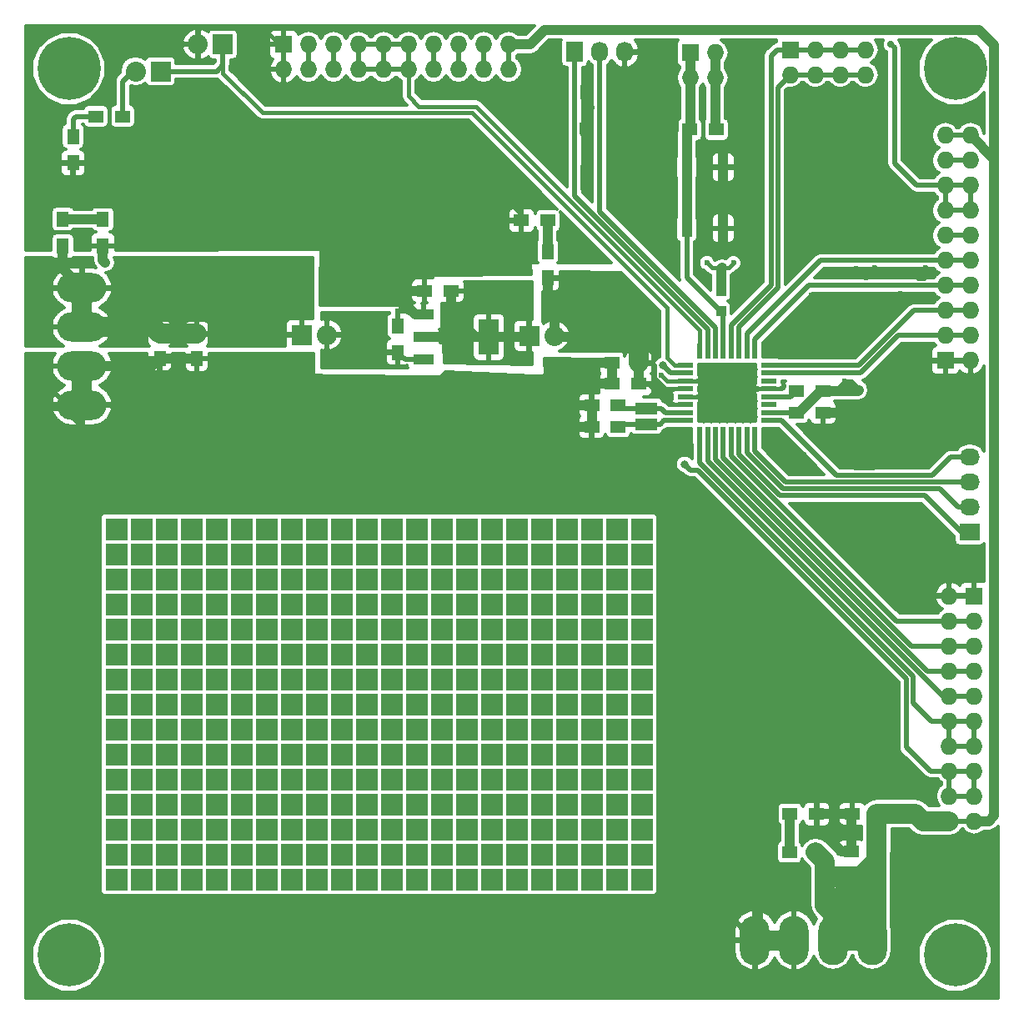
<source format=gbr>
G04 #@! TF.FileFunction,Copper,L1,Top,Signal*
%FSLAX46Y46*%
G04 Gerber Fmt 4.6, Leading zero omitted, Abs format (unit mm)*
G04 Created by KiCad (PCBNEW 4.0.6) date 10/05/17 09:05:05*
%MOMM*%
%LPD*%
G01*
G04 APERTURE LIST*
%ADD10C,0.100000*%
%ADD11C,6.400000*%
%ADD12C,0.600000*%
%ADD13R,2.032000X3.657600*%
%ADD14R,2.032000X1.016000*%
%ADD15R,1.250000X1.500000*%
%ADD16R,1.300000X1.500000*%
%ADD17R,1.600000X0.550000*%
%ADD18R,0.550000X1.600000*%
%ADD19R,1.500000X1.300000*%
%ADD20R,2.032000X2.032000*%
%ADD21O,2.032000X2.032000*%
%ADD22R,1.727200X1.727200*%
%ADD23O,1.727200X1.727200*%
%ADD24R,2.032000X1.727200*%
%ADD25O,2.032000X1.727200*%
%ADD26R,2.300000X1.200000*%
%ADD27R,1.000000X1.000000*%
%ADD28R,1.100000X1.800000*%
%ADD29O,5.001260X2.999740*%
%ADD30O,2.999740X5.001260*%
%ADD31R,1.727200X2.032000*%
%ADD32O,1.727200X2.032000*%
%ADD33R,1.500000X1.250000*%
%ADD34R,2.200000X2.200000*%
%ADD35C,0.800000*%
%ADD36C,0.700000*%
%ADD37C,0.500000*%
%ADD38C,0.450000*%
%ADD39C,2.000000*%
%ADD40C,1.000000*%
%ADD41C,0.300000*%
G04 APERTURE END LIST*
D10*
D11*
X175000000Y-117000000D03*
D12*
X177400000Y-117000000D03*
X176697056Y-118697056D03*
X175000000Y-119400000D03*
X173302944Y-118697056D03*
X172600000Y-117000000D03*
X173302944Y-115302944D03*
X175000000Y-114600000D03*
X176697056Y-115302944D03*
D11*
X85000000Y-27000000D03*
D12*
X87400000Y-27000000D03*
X86697056Y-28697056D03*
X85000000Y-29400000D03*
X83302944Y-28697056D03*
X82600000Y-27000000D03*
X83302944Y-25302944D03*
X85000000Y-24600000D03*
X86697056Y-25302944D03*
D13*
X127632000Y-54260000D03*
D14*
X121028000Y-54260000D03*
X121028000Y-56546000D03*
X121028000Y-51974000D03*
D15*
X98000000Y-53940000D03*
X98000000Y-56440000D03*
X94220000Y-53920000D03*
X94220000Y-56420000D03*
D16*
X84380000Y-42290000D03*
X84380000Y-44990000D03*
X88450000Y-45000000D03*
X88450000Y-42300000D03*
D17*
X147590000Y-57120000D03*
X147590000Y-57920000D03*
X147590000Y-58720000D03*
X147590000Y-59520000D03*
X147590000Y-60320000D03*
X147590000Y-61120000D03*
X147590000Y-61920000D03*
X147590000Y-62720000D03*
D18*
X149040000Y-64170000D03*
X149840000Y-64170000D03*
X150640000Y-64170000D03*
X151440000Y-64170000D03*
X152240000Y-64170000D03*
X153040000Y-64170000D03*
X153840000Y-64170000D03*
X154640000Y-64170000D03*
D17*
X156090000Y-62720000D03*
X156090000Y-61920000D03*
X156090000Y-61120000D03*
X156090000Y-60320000D03*
X156090000Y-59520000D03*
X156090000Y-58720000D03*
X156090000Y-57920000D03*
X156090000Y-57120000D03*
D18*
X154640000Y-55670000D03*
X153840000Y-55670000D03*
X153040000Y-55670000D03*
X152240000Y-55670000D03*
X151440000Y-55670000D03*
X150640000Y-55670000D03*
X149840000Y-55670000D03*
X149040000Y-55670000D03*
D16*
X118380000Y-55810000D03*
X118380000Y-53110000D03*
D19*
X123800000Y-49560000D03*
X121100000Y-49560000D03*
X158140000Y-106570000D03*
X160840000Y-106570000D03*
X160910000Y-102680000D03*
X158210000Y-102680000D03*
X158860000Y-61940000D03*
X161560000Y-61940000D03*
X142880000Y-59010000D03*
X140180000Y-59010000D03*
X142860000Y-56900000D03*
X140160000Y-56900000D03*
D20*
X108650000Y-54030000D03*
D21*
X111190000Y-54030000D03*
D20*
X131730000Y-54130000D03*
D21*
X134270000Y-54130000D03*
D19*
X140770000Y-61180000D03*
X138070000Y-61180000D03*
X140770000Y-63360000D03*
X138070000Y-63360000D03*
D16*
X133610000Y-45560000D03*
X133610000Y-48260000D03*
D19*
X130930000Y-42410000D03*
X133630000Y-42410000D03*
D22*
X173990000Y-56640000D03*
D23*
X176530000Y-56640000D03*
X173990000Y-54100000D03*
X176530000Y-54100000D03*
X173990000Y-51560000D03*
X176530000Y-51560000D03*
X173990000Y-49020000D03*
X176530000Y-49020000D03*
X173990000Y-46480000D03*
X176530000Y-46480000D03*
X173990000Y-43940000D03*
X176530000Y-43940000D03*
X173990000Y-41400000D03*
X176530000Y-41400000D03*
X173990000Y-38860000D03*
X176530000Y-38860000D03*
X173990000Y-36320000D03*
X176530000Y-36320000D03*
X173990000Y-33780000D03*
X176530000Y-33780000D03*
D22*
X176910000Y-80540000D03*
D23*
X174370000Y-80540000D03*
X176910000Y-83080000D03*
X174370000Y-83080000D03*
X176910000Y-85620000D03*
X174370000Y-85620000D03*
X176910000Y-88160000D03*
X174370000Y-88160000D03*
X176910000Y-90700000D03*
X174370000Y-90700000D03*
X176910000Y-93240000D03*
X174370000Y-93240000D03*
X176910000Y-95780000D03*
X174370000Y-95780000D03*
X176910000Y-98320000D03*
X174370000Y-98320000D03*
X176910000Y-100860000D03*
X174370000Y-100860000D03*
X176910000Y-103400000D03*
X174370000Y-103400000D03*
D22*
X106790000Y-24530000D03*
D23*
X106790000Y-27070000D03*
X109330000Y-24530000D03*
X109330000Y-27070000D03*
X111870000Y-24530000D03*
X111870000Y-27070000D03*
X114410000Y-24530000D03*
X114410000Y-27070000D03*
X116950000Y-24530000D03*
X116950000Y-27070000D03*
X119490000Y-24530000D03*
X119490000Y-27070000D03*
X122030000Y-24530000D03*
X122030000Y-27070000D03*
X124570000Y-24530000D03*
X124570000Y-27070000D03*
X127110000Y-24530000D03*
X127110000Y-27070000D03*
X129650000Y-24530000D03*
X129650000Y-27070000D03*
D24*
X176470000Y-74050000D03*
D25*
X176470000Y-71510000D03*
X176470000Y-68970000D03*
X176470000Y-66430000D03*
D22*
X158240000Y-25070000D03*
D23*
X158240000Y-27610000D03*
X160780000Y-25070000D03*
X160780000Y-27610000D03*
X163320000Y-25070000D03*
X163320000Y-27610000D03*
X165860000Y-25070000D03*
X165860000Y-27610000D03*
D26*
X143620000Y-61490000D03*
X143620000Y-63090000D03*
D27*
X151200000Y-49620000D03*
X151200000Y-51620000D03*
D28*
X147730000Y-37020000D03*
X147730000Y-43220000D03*
X151430000Y-43220000D03*
X151430000Y-37020000D03*
D29*
X86320000Y-53228800D03*
X86320000Y-57191200D03*
X86320000Y-49268940D03*
X86320000Y-61151060D03*
D30*
X162581200Y-115500000D03*
X158618800Y-115500000D03*
X166541060Y-115500000D03*
X154658940Y-115500000D03*
D31*
X136350000Y-25310000D03*
D32*
X138890000Y-25310000D03*
X141430000Y-25310000D03*
D20*
X100630000Y-24540000D03*
D21*
X98090000Y-24540000D03*
D33*
X167020000Y-102640000D03*
X164520000Y-102640000D03*
X166950000Y-106490000D03*
X164450000Y-106490000D03*
D19*
X150740000Y-33190000D03*
X148040000Y-33190000D03*
D22*
X148080000Y-25400000D03*
D23*
X148080000Y-27940000D03*
X150620000Y-25400000D03*
X150620000Y-27940000D03*
D19*
X161580000Y-59740000D03*
X158880000Y-59740000D03*
D11*
X85000000Y-117000000D03*
D12*
X87400000Y-117000000D03*
X86697056Y-118697056D03*
X85000000Y-119400000D03*
X83302944Y-118697056D03*
X82600000Y-117000000D03*
X83302944Y-115302944D03*
X85000000Y-114600000D03*
X86697056Y-115302944D03*
D11*
X175000000Y-27000000D03*
D12*
X177400000Y-27000000D03*
X176697056Y-28697056D03*
X175000000Y-29400000D03*
X173302944Y-28697056D03*
X172600000Y-27000000D03*
X173302944Y-25302944D03*
X175000000Y-24600000D03*
X176697056Y-25302944D03*
D34*
X89810000Y-73760000D03*
X92350000Y-73760000D03*
X94890000Y-73760000D03*
X97430000Y-73760000D03*
X99970000Y-73760000D03*
X102510000Y-73760000D03*
X105050000Y-73760000D03*
X107590000Y-73760000D03*
X110130000Y-73760000D03*
X112670000Y-73760000D03*
X115210000Y-73760000D03*
X117750000Y-73760000D03*
X120290000Y-73760000D03*
X122830000Y-73760000D03*
X125370000Y-73760000D03*
X127910000Y-73760000D03*
X130450000Y-73760000D03*
X132990000Y-73760000D03*
X135530000Y-73760000D03*
X138070000Y-73760000D03*
X140610000Y-73760000D03*
X143150000Y-73760000D03*
X89810000Y-76300000D03*
X92350000Y-76300000D03*
X94890000Y-76300000D03*
X97430000Y-76300000D03*
X99970000Y-76300000D03*
X102510000Y-76300000D03*
X105050000Y-76300000D03*
X107590000Y-76300000D03*
X110130000Y-76300000D03*
X112670000Y-76300000D03*
X115210000Y-76300000D03*
X117750000Y-76300000D03*
X120290000Y-76300000D03*
X122830000Y-76300000D03*
X125370000Y-76300000D03*
X127910000Y-76300000D03*
X130450000Y-76300000D03*
X132990000Y-76300000D03*
X135530000Y-76300000D03*
X138070000Y-76300000D03*
X140610000Y-76300000D03*
X143150000Y-76300000D03*
X89810000Y-78840000D03*
X92350000Y-78840000D03*
X94890000Y-78840000D03*
X97430000Y-78840000D03*
X99970000Y-78840000D03*
X102510000Y-78840000D03*
X105050000Y-78840000D03*
X107590000Y-78840000D03*
X110130000Y-78840000D03*
X112670000Y-78840000D03*
X115210000Y-78840000D03*
X117750000Y-78840000D03*
X120290000Y-78840000D03*
X122830000Y-78840000D03*
X125370000Y-78840000D03*
X127910000Y-78840000D03*
X130450000Y-78840000D03*
X132990000Y-78840000D03*
X135530000Y-78840000D03*
X138070000Y-78840000D03*
X140610000Y-78840000D03*
X143150000Y-78840000D03*
X89810000Y-81380000D03*
X92350000Y-81380000D03*
X94890000Y-81380000D03*
X97430000Y-81380000D03*
X99970000Y-81380000D03*
X102510000Y-81380000D03*
X105050000Y-81380000D03*
X107590000Y-81380000D03*
X110130000Y-81380000D03*
X112670000Y-81380000D03*
X115210000Y-81380000D03*
X117750000Y-81380000D03*
X120290000Y-81380000D03*
X122830000Y-81380000D03*
X125370000Y-81380000D03*
X127910000Y-81380000D03*
X130450000Y-81380000D03*
X132990000Y-81380000D03*
X135530000Y-81380000D03*
X138070000Y-81380000D03*
X140610000Y-81380000D03*
X143150000Y-81380000D03*
X89810000Y-83920000D03*
X92350000Y-83920000D03*
X94890000Y-83920000D03*
X97430000Y-83920000D03*
X99970000Y-83920000D03*
X102510000Y-83920000D03*
X105050000Y-83920000D03*
X107590000Y-83920000D03*
X110130000Y-83920000D03*
X112670000Y-83920000D03*
X115210000Y-83920000D03*
X117750000Y-83920000D03*
X120290000Y-83920000D03*
X122830000Y-83920000D03*
X125370000Y-83920000D03*
X127910000Y-83920000D03*
X130450000Y-83920000D03*
X132990000Y-83920000D03*
X135530000Y-83920000D03*
X138070000Y-83920000D03*
X140610000Y-83920000D03*
X143150000Y-83920000D03*
X89810000Y-86460000D03*
X92350000Y-86460000D03*
X94890000Y-86460000D03*
X97430000Y-86460000D03*
X99970000Y-86460000D03*
X102510000Y-86460000D03*
X105050000Y-86460000D03*
X107590000Y-86460000D03*
X110130000Y-86460000D03*
X112670000Y-86460000D03*
X115210000Y-86460000D03*
X117750000Y-86460000D03*
X120290000Y-86460000D03*
X122830000Y-86460000D03*
X125370000Y-86460000D03*
X127910000Y-86460000D03*
X130450000Y-86460000D03*
X132990000Y-86460000D03*
X135530000Y-86460000D03*
X138070000Y-86460000D03*
X140610000Y-86460000D03*
X143150000Y-86460000D03*
X89810000Y-89000000D03*
X92350000Y-89000000D03*
X94890000Y-89000000D03*
X97430000Y-89000000D03*
X99970000Y-89000000D03*
X102510000Y-89000000D03*
X105050000Y-89000000D03*
X107590000Y-89000000D03*
X110130000Y-89000000D03*
X112670000Y-89000000D03*
X115210000Y-89000000D03*
X117750000Y-89000000D03*
X120290000Y-89000000D03*
X122830000Y-89000000D03*
X125370000Y-89000000D03*
X127910000Y-89000000D03*
X130450000Y-89000000D03*
X132990000Y-89000000D03*
X135530000Y-89000000D03*
X138070000Y-89000000D03*
X140610000Y-89000000D03*
X143150000Y-89000000D03*
X89810000Y-91540000D03*
X92350000Y-91540000D03*
X94890000Y-91540000D03*
X97430000Y-91540000D03*
X99970000Y-91540000D03*
X102510000Y-91540000D03*
X105050000Y-91540000D03*
X107590000Y-91540000D03*
X110130000Y-91540000D03*
X112670000Y-91540000D03*
X115210000Y-91540000D03*
X117750000Y-91540000D03*
X120290000Y-91540000D03*
X122830000Y-91540000D03*
X125370000Y-91540000D03*
X127910000Y-91540000D03*
X130450000Y-91540000D03*
X132990000Y-91540000D03*
X135530000Y-91540000D03*
X138070000Y-91540000D03*
X140610000Y-91540000D03*
X143150000Y-91540000D03*
X89810000Y-94080000D03*
X92350000Y-94080000D03*
X94890000Y-94080000D03*
X97430000Y-94080000D03*
X99970000Y-94080000D03*
X102510000Y-94080000D03*
X105050000Y-94080000D03*
X107590000Y-94080000D03*
X110130000Y-94080000D03*
X112670000Y-94080000D03*
X115210000Y-94080000D03*
X117750000Y-94080000D03*
X120290000Y-94080000D03*
X122830000Y-94080000D03*
X125370000Y-94080000D03*
X127910000Y-94080000D03*
X130450000Y-94080000D03*
X132990000Y-94080000D03*
X135530000Y-94080000D03*
X138070000Y-94080000D03*
X140610000Y-94080000D03*
X143150000Y-94080000D03*
X89810000Y-96620000D03*
X92350000Y-96620000D03*
X94890000Y-96620000D03*
X97430000Y-96620000D03*
X99970000Y-96620000D03*
X102510000Y-96620000D03*
X105050000Y-96620000D03*
X107590000Y-96620000D03*
X110130000Y-96620000D03*
X112670000Y-96620000D03*
X115210000Y-96620000D03*
X117750000Y-96620000D03*
X120290000Y-96620000D03*
X122830000Y-96620000D03*
X125370000Y-96620000D03*
X127910000Y-96620000D03*
X130450000Y-96620000D03*
X132990000Y-96620000D03*
X135530000Y-96620000D03*
X138070000Y-96620000D03*
X140610000Y-96620000D03*
X143150000Y-96620000D03*
X89810000Y-99160000D03*
X92350000Y-99160000D03*
X94890000Y-99160000D03*
X97430000Y-99160000D03*
X99970000Y-99160000D03*
X102510000Y-99160000D03*
X105050000Y-99160000D03*
X107590000Y-99160000D03*
X110130000Y-99160000D03*
X112670000Y-99160000D03*
X115210000Y-99160000D03*
X117750000Y-99160000D03*
X120290000Y-99160000D03*
X122830000Y-99160000D03*
X125370000Y-99160000D03*
X127910000Y-99160000D03*
X130450000Y-99160000D03*
X132990000Y-99160000D03*
X135530000Y-99160000D03*
X138070000Y-99160000D03*
X140610000Y-99160000D03*
X143150000Y-99160000D03*
X89810000Y-101700000D03*
X92350000Y-101700000D03*
X94890000Y-101700000D03*
X97430000Y-101700000D03*
X99970000Y-101700000D03*
X102510000Y-101700000D03*
X105050000Y-101700000D03*
X107590000Y-101700000D03*
X110130000Y-101700000D03*
X112670000Y-101700000D03*
X115210000Y-101700000D03*
X117750000Y-101700000D03*
X120290000Y-101700000D03*
X122830000Y-101700000D03*
X125370000Y-101700000D03*
X127910000Y-101700000D03*
X130450000Y-101700000D03*
X132990000Y-101700000D03*
X135530000Y-101700000D03*
X138070000Y-101700000D03*
X140610000Y-101700000D03*
X143150000Y-101700000D03*
X89810000Y-104240000D03*
X92350000Y-104240000D03*
X94890000Y-104240000D03*
X97430000Y-104240000D03*
X99970000Y-104240000D03*
X102510000Y-104240000D03*
X105050000Y-104240000D03*
X107590000Y-104240000D03*
X110130000Y-104240000D03*
X112670000Y-104240000D03*
X115210000Y-104240000D03*
X117750000Y-104240000D03*
X120290000Y-104240000D03*
X122830000Y-104240000D03*
X125370000Y-104240000D03*
X127910000Y-104240000D03*
X130450000Y-104240000D03*
X132990000Y-104240000D03*
X135530000Y-104240000D03*
X138070000Y-104240000D03*
X140610000Y-104240000D03*
X143150000Y-104240000D03*
X89810000Y-106780000D03*
X92350000Y-106780000D03*
X94890000Y-106780000D03*
X97430000Y-106780000D03*
X99970000Y-106780000D03*
X102510000Y-106780000D03*
X105050000Y-106780000D03*
X107590000Y-106780000D03*
X110130000Y-106780000D03*
X112670000Y-106780000D03*
X115210000Y-106780000D03*
X117750000Y-106780000D03*
X120290000Y-106780000D03*
X122830000Y-106780000D03*
X125370000Y-106780000D03*
X127910000Y-106780000D03*
X130450000Y-106780000D03*
X132990000Y-106780000D03*
X135530000Y-106780000D03*
X138070000Y-106780000D03*
X140610000Y-106780000D03*
X143150000Y-106780000D03*
X89810000Y-109320000D03*
X92350000Y-109320000D03*
X94890000Y-109320000D03*
X97430000Y-109320000D03*
X99970000Y-109320000D03*
X102510000Y-109320000D03*
X105050000Y-109320000D03*
X107590000Y-109320000D03*
X110130000Y-109320000D03*
X112670000Y-109320000D03*
X115210000Y-109320000D03*
X117750000Y-109320000D03*
X120290000Y-109320000D03*
X122830000Y-109320000D03*
X125370000Y-109320000D03*
X127910000Y-109320000D03*
X130450000Y-109320000D03*
X132990000Y-109320000D03*
X135530000Y-109320000D03*
X138070000Y-109320000D03*
X140610000Y-109320000D03*
X143150000Y-109320000D03*
D19*
X87750000Y-31850000D03*
X90450000Y-31850000D03*
D16*
X85425000Y-36575000D03*
X85425000Y-33875000D03*
D20*
X94300000Y-27275000D03*
D21*
X91760000Y-27275000D03*
D12*
X175450000Y-26290000D03*
X86925000Y-36600000D03*
X176550000Y-31400000D03*
X171875000Y-35225000D03*
X170375000Y-35200000D03*
X171675000Y-29500000D03*
X168720000Y-41980000D03*
X168030000Y-45230000D03*
X171280000Y-45050000D03*
X169730000Y-43300000D03*
X171260000Y-40600000D03*
X168870000Y-39730000D03*
X166580000Y-34650000D03*
X162610000Y-31960000D03*
X162780000Y-34310000D03*
X158920000Y-32970000D03*
X159760000Y-30230000D03*
X163670000Y-29780000D03*
X166860000Y-31520000D03*
X167420000Y-29500000D03*
X167420000Y-33470000D03*
X170300000Y-28000000D03*
X171030000Y-24350000D03*
X156130000Y-111760000D03*
X157970000Y-109580000D03*
X112400000Y-47750000D03*
X90125000Y-24200000D03*
X94725000Y-23900000D03*
X118575000Y-34200000D03*
X113800000Y-32300000D03*
X115150000Y-41875000D03*
X120650000Y-34850000D03*
X128975000Y-38525000D03*
X128600000Y-44100000D03*
X130225000Y-46325000D03*
X124225000Y-46275000D03*
X115200000Y-49825000D03*
X117700000Y-46100000D03*
X117450000Y-36400000D03*
X115400000Y-33125000D03*
X120500000Y-32850000D03*
X125350000Y-33000000D03*
X126325000Y-35450000D03*
X130325000Y-37500000D03*
X83650000Y-74925000D03*
X87275000Y-77000000D03*
X84825000Y-81450000D03*
X86625000Y-84050000D03*
X87400000Y-87125000D03*
X85250000Y-91400000D03*
X86575000Y-96650000D03*
X84350000Y-103700000D03*
X87525000Y-108725000D03*
X101975000Y-118725000D03*
X102400000Y-114725000D03*
X105050000Y-111975000D03*
X108925000Y-115975000D03*
X113350000Y-113650000D03*
X115950000Y-117625000D03*
X119900000Y-119225000D03*
X118450000Y-115100000D03*
X123525000Y-112625000D03*
X123825000Y-118300000D03*
X120275000Y-116925000D03*
X127325000Y-116900000D03*
X131100000Y-113075000D03*
X135625000Y-117700000D03*
X146800000Y-96700000D03*
X148350000Y-103675000D03*
X145350000Y-103125000D03*
X147875000Y-109625000D03*
X147475000Y-113500000D03*
X151025000Y-115950000D03*
X145550000Y-119125000D03*
X133275000Y-117575000D03*
X130750000Y-115400000D03*
X128225000Y-118825000D03*
X138475000Y-118950000D03*
X140625000Y-112525000D03*
X143575000Y-116175000D03*
X138650000Y-113300000D03*
X90225000Y-115050000D03*
X91300000Y-112475000D03*
X93925000Y-116025000D03*
X99100000Y-116925000D03*
X98175000Y-114425000D03*
X95300000Y-115900000D03*
X96275000Y-118350000D03*
X90680000Y-118070000D03*
X87550000Y-112360000D03*
X84010000Y-108430000D03*
X87120000Y-101030000D03*
X84490000Y-94830000D03*
X87120000Y-90970000D03*
X84270000Y-85270000D03*
X88010000Y-81140000D03*
X83260000Y-77280000D03*
X86790000Y-74880000D03*
X84250000Y-72080000D03*
X100160000Y-117320000D03*
X100360000Y-113000000D03*
X95290000Y-113000000D03*
X83675000Y-120850000D03*
X81080000Y-114690000D03*
X82360000Y-111520000D03*
X81140000Y-108610000D03*
X82280000Y-105220000D03*
X80860000Y-102230000D03*
X82120000Y-100160000D03*
X81050000Y-96280000D03*
X82230000Y-93210000D03*
X81110000Y-89490000D03*
X82310000Y-85750000D03*
X81190000Y-82950000D03*
X82450000Y-78450000D03*
X81270000Y-75630000D03*
X82520000Y-72430000D03*
X81190000Y-70640000D03*
X82220000Y-68540000D03*
X81200000Y-65460000D03*
X83250000Y-64350000D03*
X86720000Y-63740000D03*
X177200000Y-77730000D03*
X176750000Y-76610000D03*
X174960000Y-77730000D03*
X173620000Y-75490000D03*
X172780000Y-77780000D03*
X170940000Y-78680000D03*
X170660000Y-81640000D03*
X167750000Y-80410000D03*
X169260000Y-80360000D03*
X169990000Y-73480000D03*
X168900000Y-74850000D03*
X166910000Y-78510000D03*
X167840000Y-77980000D03*
X170430000Y-76560000D03*
X171610000Y-76020000D03*
X172330000Y-73820000D03*
X169540000Y-71530000D03*
X167750000Y-72730000D03*
X166610000Y-74740000D03*
X165430000Y-77200000D03*
X163670000Y-76020000D03*
X164210000Y-74010000D03*
X165890000Y-71770000D03*
X162260000Y-71550000D03*
X161180000Y-73560000D03*
X159370000Y-71530000D03*
X164330000Y-62890000D03*
X163090000Y-63540000D03*
X160830000Y-63910000D03*
X159590000Y-66200000D03*
X158090000Y-65080000D03*
X156570000Y-63870000D03*
X156440000Y-65800000D03*
X157500000Y-67060000D03*
X160410000Y-67870000D03*
X174490000Y-59480000D03*
X177220000Y-59740000D03*
X177470000Y-62700000D03*
X175660000Y-63790000D03*
X175260000Y-61830000D03*
X173490000Y-61240000D03*
X172210000Y-59860000D03*
X170690000Y-58500000D03*
X169020000Y-57400000D03*
X167600000Y-58460000D03*
X169610000Y-59960000D03*
X169530000Y-61730000D03*
X171810000Y-62770000D03*
X172820000Y-64270000D03*
X171480000Y-65840000D03*
X169320000Y-67280000D03*
X170350000Y-64770000D03*
X168100000Y-65420000D03*
X167530000Y-62900000D03*
X166760000Y-60430000D03*
X165470000Y-62180000D03*
X165960000Y-64080000D03*
X165770000Y-66520000D03*
X164020000Y-65910000D03*
X164250000Y-63930000D03*
X162190000Y-64730000D03*
X162990000Y-66710000D03*
X164520000Y-67210000D03*
X166680000Y-67500000D03*
X86910000Y-70840000D03*
X92960000Y-69270000D03*
X99280000Y-71380000D03*
X105500000Y-69350000D03*
X112430000Y-71190000D03*
X118070000Y-69010000D03*
X125900000Y-71250000D03*
X132040000Y-68730000D03*
X137740000Y-71360000D03*
X140930000Y-68730000D03*
X146350000Y-70240000D03*
X146520000Y-79290000D03*
X145570000Y-85270000D03*
X146180000Y-91310000D03*
X145690000Y-98960000D03*
X146710000Y-106880000D03*
X146570000Y-116510000D03*
X143710000Y-112850000D03*
X141390000Y-118410000D03*
X135030000Y-113000000D03*
X131750000Y-118530000D03*
X126950000Y-112930000D03*
X122720000Y-115560000D03*
X118220000Y-112660000D03*
X114220000Y-118610000D03*
X108770000Y-112570000D03*
X105470000Y-115560000D03*
X110110000Y-118690000D03*
X167330000Y-40120000D03*
X165450000Y-38080000D03*
X163710000Y-35940000D03*
X158340000Y-37070000D03*
X161050000Y-37110000D03*
X160970000Y-40040000D03*
X157920000Y-39320000D03*
X159790000Y-42900000D03*
X163600000Y-41450000D03*
X165240000Y-43610000D03*
X163530000Y-45430000D03*
X161600000Y-44120000D03*
X159710000Y-46160000D03*
X157970000Y-44960000D03*
X158220000Y-47830000D03*
X138640000Y-45840000D03*
X137140000Y-44560000D03*
X135580000Y-45460000D03*
X136020000Y-43710000D03*
X133300000Y-40450000D03*
X131690000Y-39410000D03*
X129940000Y-40710000D03*
X147500000Y-120400000D03*
X143380000Y-120700000D03*
X140030000Y-120230000D03*
X138440000Y-120990000D03*
X134610000Y-120360000D03*
X130260000Y-120850000D03*
X126030000Y-120360000D03*
X122720000Y-120850000D03*
X117040000Y-120360000D03*
X113920000Y-121040000D03*
X108810000Y-120430000D03*
X105160000Y-120850000D03*
X101770000Y-120400000D03*
X95580000Y-120980000D03*
X90750000Y-120280000D03*
X86840000Y-121040000D03*
X81840000Y-120920000D03*
X82030000Y-61490000D03*
X81610000Y-57300000D03*
X82750000Y-56770000D03*
X151140000Y-98960000D03*
X147870000Y-98350000D03*
X147520000Y-94060000D03*
X148700000Y-92820000D03*
X151830000Y-93940000D03*
X153860000Y-95520000D03*
X152610000Y-90640000D03*
X163950000Y-85360000D03*
X165990000Y-87370000D03*
X164200000Y-89720000D03*
X162020000Y-88590000D03*
X159720000Y-89520000D03*
X157890000Y-89030000D03*
X155210000Y-116900000D03*
X154420000Y-119720000D03*
X149620000Y-119600000D03*
X148780000Y-116320000D03*
X151680000Y-117730000D03*
X153280000Y-114190000D03*
X150380000Y-113690000D03*
X148210000Y-111440000D03*
X152650000Y-110870000D03*
X154810000Y-106550000D03*
X149480000Y-108840000D03*
X148720000Y-105540000D03*
X152150000Y-106050000D03*
X155190000Y-102110000D03*
X151000000Y-101090000D03*
X151260000Y-104650000D03*
X149100000Y-101350000D03*
X149100000Y-94110000D03*
X153040000Y-98430000D03*
X156970000Y-99190000D03*
X155830000Y-94490000D03*
X151260000Y-92330000D03*
X148320000Y-91290000D03*
X147940000Y-87670000D03*
X152360000Y-89190000D03*
X155940000Y-89000000D03*
X154000000Y-86490000D03*
X150040000Y-85690000D03*
X148110000Y-84280000D03*
X148290000Y-79030000D03*
X151750000Y-82050000D03*
X151840000Y-78050000D03*
X147930000Y-75480000D03*
X147930000Y-73080000D03*
X148200000Y-70940000D03*
X151930000Y-73520000D03*
X153710000Y-76100000D03*
X156290000Y-80900000D03*
X155310000Y-83120000D03*
X152820000Y-82680000D03*
X149800000Y-78770000D03*
X153350000Y-79210000D03*
X159310000Y-80990000D03*
X162600000Y-84460000D03*
X158690000Y-85080000D03*
X158510000Y-83390000D03*
X156020000Y-85340000D03*
X158860000Y-87830000D03*
X163930000Y-87030000D03*
X167310000Y-89080000D03*
X167750000Y-92460000D03*
X163580000Y-91480000D03*
X161180000Y-90590000D03*
X158150000Y-91740000D03*
X155660000Y-90410000D03*
X159310000Y-94680000D03*
X160990000Y-95330000D03*
X164260000Y-93120000D03*
X162280000Y-92010000D03*
X160660000Y-93180000D03*
X163000000Y-94160000D03*
X164850000Y-95890000D03*
X166830000Y-93460000D03*
X168250000Y-95390000D03*
X168090000Y-97870000D03*
X169820000Y-99100000D03*
X168340000Y-100560000D03*
X164540000Y-100030000D03*
X166130000Y-97930000D03*
X162330000Y-96200000D03*
X161830000Y-100390000D03*
X158640000Y-99800000D03*
X157160000Y-96390000D03*
X160240000Y-98880000D03*
X128520000Y-59180000D03*
X131770000Y-59180000D03*
X135290000Y-58840000D03*
X132490000Y-63200000D03*
X136850000Y-65940000D03*
X133940000Y-67780000D03*
X130420000Y-64150000D03*
X131600000Y-60800000D03*
X126740000Y-60130000D03*
X127850000Y-63870000D03*
X128860000Y-67110000D03*
X124330000Y-66780000D03*
X124890000Y-62470000D03*
X121260000Y-59960000D03*
X121260000Y-65160000D03*
X119690000Y-67390000D03*
X116290000Y-65380000D03*
X118630000Y-61920000D03*
X113830000Y-59900000D03*
X112150000Y-63370000D03*
X112320000Y-66890000D03*
X108180000Y-68170000D03*
X108520000Y-64260000D03*
X109800000Y-60350000D03*
X105670000Y-61920000D03*
X106730000Y-58560000D03*
X101590000Y-57780000D03*
X102430000Y-61940000D03*
X104580000Y-64320000D03*
X105080000Y-67450000D03*
X101460000Y-67130000D03*
X100050000Y-62560000D03*
X97650000Y-58670000D03*
X96810000Y-62220000D03*
X98680000Y-66260000D03*
X94910000Y-67210000D03*
X93540000Y-63440000D03*
X94830000Y-59280000D03*
X90600000Y-59820000D03*
X90940000Y-63700000D03*
X90220000Y-67320000D03*
X88240000Y-64430000D03*
X85800000Y-67630000D03*
X84920000Y-64850000D03*
X82180000Y-67250000D03*
X82370000Y-63060000D03*
X82260000Y-58900000D03*
X104670000Y-24220000D03*
X103190000Y-23970000D03*
X104380000Y-25440000D03*
X104710000Y-26960000D03*
X102960000Y-27800000D03*
X105120000Y-30320000D03*
X107430000Y-28850000D03*
X109280000Y-30150000D03*
X112270000Y-28960000D03*
X113930000Y-30270000D03*
X116690000Y-28970000D03*
X118060000Y-30400000D03*
X120590000Y-28500000D03*
X121290000Y-29250000D03*
X123830000Y-29700000D03*
X126200000Y-29810000D03*
X127630000Y-29030000D03*
X130310000Y-28970000D03*
X130150000Y-30370000D03*
X128050000Y-30940000D03*
X129770000Y-32690000D03*
X131900000Y-33830000D03*
X131670000Y-31050000D03*
X132510000Y-28690000D03*
X133270000Y-30330000D03*
X133310000Y-32690000D03*
X133160000Y-35090000D03*
X135160000Y-37030000D03*
X135100000Y-33970000D03*
X134940000Y-31440000D03*
X135010000Y-29120000D03*
X133750000Y-27450000D03*
X131530000Y-26840000D03*
X132610000Y-25420000D03*
X134290000Y-25340000D03*
X135190000Y-27130000D03*
X137300000Y-27130000D03*
X137950000Y-27940000D03*
X137200000Y-28960000D03*
X138140000Y-30950000D03*
X137120000Y-32720000D03*
X137970000Y-34460000D03*
X137220000Y-37020000D03*
X137910000Y-39950000D03*
X139780000Y-31610000D03*
X155150000Y-46210000D03*
X155120000Y-43250000D03*
X153980000Y-45260000D03*
X153330000Y-42890000D03*
X152990000Y-36620000D03*
X153360000Y-39480000D03*
X155100000Y-41130000D03*
X154940000Y-37530000D03*
X152440000Y-33050000D03*
X152520000Y-30620000D03*
X153110000Y-27380000D03*
X153470000Y-24840000D03*
X155180000Y-24890000D03*
X155010000Y-27940000D03*
X154290000Y-30400000D03*
X153900000Y-33530000D03*
X145280000Y-39200000D03*
X145450000Y-35110000D03*
X145620000Y-31150000D03*
X145680000Y-26820000D03*
X143780000Y-25120000D03*
X143410000Y-29570000D03*
X143140000Y-33190000D03*
X142890000Y-37200000D03*
X142830000Y-41070000D03*
X146040000Y-41240000D03*
X145650000Y-45850000D03*
X143030000Y-43780000D03*
X140780000Y-41800000D03*
X140280000Y-39890000D03*
X140700000Y-36880000D03*
X140680000Y-33000000D03*
X141240000Y-29280000D03*
X171980000Y-47240000D03*
X171850000Y-48280000D03*
X170260000Y-47340000D03*
X168600000Y-47980000D03*
X166780000Y-47240000D03*
X165980000Y-48200000D03*
X164970000Y-47320000D03*
X161790000Y-47840000D03*
X163250000Y-48050000D03*
X157700000Y-56160000D03*
X158940000Y-56010000D03*
X158150000Y-54560000D03*
X157380000Y-55140000D03*
X156040000Y-55720000D03*
X156820000Y-54000000D03*
X164100000Y-56070000D03*
X161830000Y-53900000D03*
X164150000Y-53720000D03*
X165060000Y-55340000D03*
X165250000Y-52830000D03*
X166310000Y-54280000D03*
X166990000Y-53320000D03*
X167720000Y-51710000D03*
X168870000Y-52050000D03*
X169360000Y-50700000D03*
X171050000Y-50530000D03*
X171160000Y-49950000D03*
X169450000Y-49800000D03*
X167980000Y-50460000D03*
X166340000Y-51390000D03*
X165520000Y-49930000D03*
X162260000Y-49930000D03*
X161680000Y-50400000D03*
X160400000Y-49990000D03*
X160080000Y-51500000D03*
X163310000Y-52870000D03*
X164210000Y-51910000D03*
X152180000Y-60450000D03*
X151950000Y-59330000D03*
X153560000Y-59440000D03*
X153380000Y-58280000D03*
X150610000Y-58240000D03*
X150610000Y-59620000D03*
X150790000Y-61390000D03*
X153210000Y-61260000D03*
X154110000Y-60230000D03*
X154170000Y-62380000D03*
X151610000Y-62410000D03*
X149500000Y-62330000D03*
X154500000Y-59520000D03*
X149530000Y-60290000D03*
X149550000Y-58800000D03*
X154370000Y-57350000D03*
X152200000Y-57380000D03*
X149540000Y-57400000D03*
X163070000Y-50620000D03*
X163820000Y-55050000D03*
D35*
X151490000Y-35360000D03*
D12*
X161020000Y-34620000D03*
X162830000Y-37690000D03*
X119120000Y-50890000D03*
X119120000Y-49560000D03*
X118390000Y-51630000D03*
D35*
X88690000Y-46690000D03*
X151460000Y-45110000D03*
X162460000Y-102700000D03*
X162570000Y-105610000D03*
X163360000Y-61930000D03*
D12*
X157600000Y-59240000D03*
X145180000Y-58130000D03*
D35*
X136300000Y-63370000D03*
X136280000Y-61200000D03*
X138230000Y-59020000D03*
X138180000Y-56890000D03*
D12*
X110900000Y-33450000D03*
X114700000Y-44150000D03*
X113275000Y-41400000D03*
X112775000Y-37775000D03*
X108050000Y-43175000D03*
X104225000Y-38050000D03*
X100600000Y-42200000D03*
X96975000Y-40400000D03*
X108775000Y-32525000D03*
X104275000Y-32425000D03*
X97075000Y-38150000D03*
X97125000Y-33450000D03*
X102000000Y-33025000D03*
X100050000Y-30700000D03*
X95000000Y-33350000D03*
X94375000Y-36825000D03*
X94325000Y-43150000D03*
X91650000Y-40850000D03*
X91850000Y-36500000D03*
X87550000Y-34100000D03*
X87450000Y-37575000D03*
X82900000Y-37800000D03*
X83550000Y-32150000D03*
X92625000Y-31025000D03*
X98500000Y-29175000D03*
D35*
X147500000Y-67180000D03*
X145300000Y-57130000D03*
D36*
X168450000Y-24510000D03*
D12*
X163790000Y-58700000D03*
X142660000Y-53720000D03*
X141390000Y-53630000D03*
D35*
X165200000Y-59620000D03*
D12*
X152480000Y-46740000D03*
X149780000Y-46710000D03*
X151300000Y-47210000D03*
X142970000Y-52720000D03*
D37*
X82450000Y-118250000D02*
X82450000Y-116760000D01*
X176330000Y-26290000D02*
X175450000Y-26290000D01*
X177320000Y-27280000D02*
X176330000Y-26290000D01*
X175300000Y-24310000D02*
X176170000Y-24310000D01*
D38*
X90680000Y-118070000D02*
X90680000Y-116855000D01*
X88775000Y-113585000D02*
X87550000Y-112360000D01*
X88775000Y-114950000D02*
X88775000Y-113585000D01*
X90680000Y-116855000D02*
X88775000Y-114950000D01*
D37*
X85425000Y-36575000D02*
X86900000Y-36575000D01*
X86900000Y-36575000D02*
X86925000Y-36600000D01*
X170300000Y-28000000D02*
X170300000Y-28125000D01*
X170400000Y-35225000D02*
X171875000Y-35225000D01*
X170375000Y-35200000D02*
X170400000Y-35225000D01*
X170300000Y-28125000D02*
X171675000Y-29500000D01*
X167330000Y-40120000D02*
X167330000Y-40590000D01*
X167330000Y-40590000D02*
X168720000Y-41980000D01*
X168030000Y-45230000D02*
X168210000Y-45050000D01*
X168210000Y-45050000D02*
X171280000Y-45050000D01*
X169730000Y-43300000D02*
X171260000Y-41770000D01*
X171260000Y-41770000D02*
X171260000Y-40600000D01*
X168870000Y-39730000D02*
X166580000Y-37440000D01*
X166580000Y-37440000D02*
X166580000Y-34650000D01*
X162610000Y-31960000D02*
X162780000Y-32130000D01*
X162780000Y-32130000D02*
X162780000Y-34310000D01*
X158920000Y-32970000D02*
X159760000Y-32130000D01*
X159760000Y-32130000D02*
X159760000Y-30230000D01*
X163670000Y-29780000D02*
X165410000Y-31520000D01*
X165410000Y-31520000D02*
X166860000Y-31520000D01*
X167420000Y-29500000D02*
X167420000Y-33470000D01*
X170300000Y-28000000D02*
X171030000Y-27270000D01*
X171030000Y-27270000D02*
X171030000Y-24350000D01*
D39*
X158618800Y-115500000D02*
X154658940Y-115500000D01*
D37*
X155210000Y-112680000D02*
X155210000Y-116900000D01*
X156130000Y-111760000D02*
X155210000Y-112680000D01*
D38*
X94425000Y-24200000D02*
X90125000Y-24200000D01*
X94725000Y-23900000D02*
X94425000Y-24200000D01*
X119225000Y-34850000D02*
X118575000Y-34200000D01*
X113800000Y-32300000D02*
X115150000Y-33650000D01*
X115150000Y-33650000D02*
X115150000Y-41875000D01*
X131690000Y-38865000D02*
X131690000Y-39410000D01*
X122950000Y-37150000D02*
X120650000Y-34850000D01*
X127600000Y-37150000D02*
X122950000Y-37150000D01*
X128975000Y-38525000D02*
X127600000Y-37150000D01*
X128600000Y-44700000D02*
X128600000Y-44100000D01*
X130225000Y-46325000D02*
X128600000Y-44700000D01*
X118750000Y-46275000D02*
X124225000Y-46275000D01*
X115200000Y-49825000D02*
X118750000Y-46275000D01*
X117700000Y-36650000D02*
X117700000Y-46100000D01*
X117450000Y-36400000D02*
X117700000Y-36650000D01*
X120225000Y-33125000D02*
X115400000Y-33125000D01*
X120500000Y-32850000D02*
X120225000Y-33125000D01*
X125350000Y-34475000D02*
X125350000Y-33000000D01*
X126325000Y-35450000D02*
X125350000Y-34475000D01*
X131690000Y-38865000D02*
X130325000Y-37500000D01*
X120650000Y-34850000D02*
X119225000Y-34850000D01*
X87275000Y-79000000D02*
X87275000Y-77000000D01*
X84825000Y-81450000D02*
X87275000Y-79000000D01*
X86625000Y-86350000D02*
X86625000Y-84050000D01*
X87400000Y-87125000D02*
X86625000Y-86350000D01*
X85250000Y-95325000D02*
X85250000Y-91400000D01*
X86575000Y-96650000D02*
X85250000Y-95325000D01*
X84350000Y-105550000D02*
X84350000Y-103700000D01*
X87525000Y-108725000D02*
X84350000Y-105550000D01*
X101975000Y-118725000D02*
X102400000Y-118300000D01*
X102400000Y-118300000D02*
X102400000Y-114725000D01*
X105050000Y-111975000D02*
X108925000Y-115850000D01*
X108925000Y-115850000D02*
X108925000Y-115975000D01*
X113350000Y-113650000D02*
X115950000Y-116250000D01*
X115950000Y-116250000D02*
X115950000Y-117625000D01*
X119900000Y-119225000D02*
X118450000Y-117775000D01*
X118450000Y-117775000D02*
X118450000Y-115100000D01*
X123525000Y-112625000D02*
X123825000Y-112925000D01*
X123825000Y-112925000D02*
X123825000Y-118300000D01*
X120275000Y-116925000D02*
X120300000Y-116900000D01*
X120300000Y-116900000D02*
X127325000Y-116900000D01*
X131100000Y-113075000D02*
X135625000Y-117600000D01*
X135625000Y-117600000D02*
X135625000Y-117700000D01*
X146800000Y-102125000D02*
X146800000Y-96700000D01*
X148350000Y-103675000D02*
X146800000Y-102125000D01*
X145350000Y-107100000D02*
X145350000Y-103125000D01*
X147875000Y-109625000D02*
X145350000Y-107100000D01*
X148575000Y-113500000D02*
X147475000Y-113500000D01*
X151025000Y-115950000D02*
X148575000Y-113500000D01*
X134825000Y-119125000D02*
X145550000Y-119125000D01*
X133275000Y-117575000D02*
X134825000Y-119125000D01*
X130750000Y-116300000D02*
X130750000Y-115400000D01*
X128225000Y-118825000D02*
X130750000Y-116300000D01*
X138475000Y-114675000D02*
X138475000Y-118950000D01*
X140625000Y-112525000D02*
X138475000Y-114675000D01*
X141525000Y-116175000D02*
X143575000Y-116175000D01*
X138650000Y-113300000D02*
X141525000Y-116175000D01*
X90750000Y-120280000D02*
X90770000Y-120280000D01*
X90225000Y-113550000D02*
X90225000Y-115050000D01*
X91300000Y-112475000D02*
X90225000Y-113550000D01*
X93925000Y-117125000D02*
X93925000Y-116025000D01*
X90770000Y-120280000D02*
X93925000Y-117125000D01*
X95580000Y-120980000D02*
X95580000Y-119045000D01*
X99495000Y-117320000D02*
X100160000Y-117320000D01*
X99100000Y-116925000D02*
X99495000Y-117320000D01*
X96775000Y-114425000D02*
X98175000Y-114425000D01*
X95300000Y-115900000D02*
X96775000Y-114425000D01*
X95580000Y-119045000D02*
X96275000Y-118350000D01*
X85790000Y-70540000D02*
X85790000Y-69520000D01*
X84010000Y-108430000D02*
X87120000Y-105320000D01*
X87120000Y-105320000D02*
X87120000Y-101030000D01*
X84490000Y-94830000D02*
X87120000Y-92200000D01*
X87120000Y-92200000D02*
X87120000Y-90970000D01*
X84270000Y-85270000D02*
X88010000Y-81530000D01*
X88010000Y-81530000D02*
X88010000Y-81140000D01*
X83260000Y-77280000D02*
X85660000Y-74880000D01*
X85660000Y-74880000D02*
X86790000Y-74880000D01*
X84250000Y-72080000D02*
X85790000Y-70540000D01*
X100360000Y-113000000D02*
X95290000Y-113000000D01*
X82950000Y-120850000D02*
X82950000Y-120920000D01*
X83020000Y-120920000D02*
X82950000Y-120850000D01*
X83605000Y-120920000D02*
X83020000Y-120920000D01*
X83675000Y-120850000D02*
X83605000Y-120920000D01*
D37*
X81080000Y-114690000D02*
X82360000Y-113410000D01*
X82360000Y-113410000D02*
X82360000Y-111520000D01*
X81140000Y-108610000D02*
X82280000Y-107470000D01*
X82280000Y-107470000D02*
X82280000Y-105220000D01*
X80860000Y-102230000D02*
X82120000Y-100970000D01*
X82120000Y-100970000D02*
X82120000Y-100160000D01*
X81050000Y-96280000D02*
X82230000Y-95100000D01*
X82230000Y-95100000D02*
X82230000Y-93210000D01*
X81110000Y-89490000D02*
X82310000Y-88290000D01*
X82310000Y-88290000D02*
X82310000Y-85750000D01*
X81190000Y-82950000D02*
X82450000Y-81690000D01*
X82450000Y-81690000D02*
X82450000Y-78450000D01*
X81270000Y-75630000D02*
X82520000Y-74380000D01*
X82520000Y-74380000D02*
X82520000Y-72430000D01*
X81190000Y-70640000D02*
X82220000Y-69610000D01*
X82220000Y-69610000D02*
X82220000Y-68540000D01*
X81200000Y-65460000D02*
X82310000Y-64350000D01*
X82310000Y-64350000D02*
X83250000Y-64350000D01*
X86720000Y-63740000D02*
X84470000Y-61490000D01*
D38*
X177200000Y-77060000D02*
X177200000Y-77730000D01*
X176750000Y-76610000D02*
X177200000Y-77060000D01*
X174960000Y-76830000D02*
X174960000Y-77730000D01*
X173620000Y-75490000D02*
X174960000Y-76830000D01*
X171840000Y-77780000D02*
X172780000Y-77780000D01*
X170940000Y-78680000D02*
X171840000Y-77780000D01*
X168980000Y-81640000D02*
X170660000Y-81640000D01*
X167750000Y-80410000D02*
X168980000Y-81640000D01*
X169260000Y-74210000D02*
X169260000Y-80360000D01*
X169990000Y-73480000D02*
X169260000Y-74210000D01*
X168900000Y-76520000D02*
X168900000Y-74850000D01*
X166910000Y-78510000D02*
X168900000Y-76520000D01*
X169010000Y-77980000D02*
X167840000Y-77980000D01*
X170430000Y-76560000D02*
X169010000Y-77980000D01*
X171610000Y-74540000D02*
X171610000Y-76020000D01*
X172330000Y-73820000D02*
X171610000Y-74540000D01*
X168950000Y-71530000D02*
X169540000Y-71530000D01*
X167750000Y-72730000D02*
X168950000Y-71530000D01*
X166610000Y-76020000D02*
X166610000Y-74740000D01*
X165430000Y-77200000D02*
X166610000Y-76020000D01*
X163670000Y-74550000D02*
X163670000Y-76020000D01*
X164210000Y-74010000D02*
X163670000Y-74550000D01*
X162480000Y-71770000D02*
X165890000Y-71770000D01*
X162260000Y-71550000D02*
X162480000Y-71770000D01*
X161180000Y-73340000D02*
X161180000Y-73560000D01*
X159370000Y-71530000D02*
X161180000Y-73340000D01*
X164530000Y-63090000D02*
X166070000Y-63090000D01*
X164330000Y-62890000D02*
X164530000Y-63090000D01*
X161200000Y-63540000D02*
X163090000Y-63540000D01*
X160830000Y-63910000D02*
X161200000Y-63540000D01*
X159210000Y-66200000D02*
X159590000Y-66200000D01*
X158090000Y-65080000D02*
X159210000Y-66200000D01*
X156570000Y-65670000D02*
X156570000Y-63870000D01*
X156440000Y-65800000D02*
X156570000Y-65670000D01*
X159600000Y-67060000D02*
X157500000Y-67060000D01*
X160410000Y-67870000D02*
X159600000Y-67060000D01*
X173990000Y-56640000D02*
X173990000Y-58980000D01*
X173990000Y-58980000D02*
X174490000Y-59480000D01*
X177220000Y-59740000D02*
X177470000Y-59990000D01*
X177470000Y-59990000D02*
X177470000Y-62700000D01*
X175660000Y-63790000D02*
X175260000Y-63390000D01*
X175260000Y-63390000D02*
X175260000Y-61830000D01*
X173490000Y-61240000D02*
X172210000Y-59960000D01*
X172210000Y-59960000D02*
X172210000Y-59860000D01*
X170690000Y-58500000D02*
X169590000Y-57400000D01*
X169590000Y-57400000D02*
X169020000Y-57400000D01*
X167600000Y-58460000D02*
X169100000Y-59960000D01*
X169100000Y-59960000D02*
X169610000Y-59960000D01*
X169530000Y-61730000D02*
X170570000Y-62770000D01*
X170570000Y-62770000D02*
X171810000Y-62770000D01*
X172820000Y-64270000D02*
X171480000Y-65610000D01*
X171480000Y-65610000D02*
X171480000Y-65840000D01*
X169320000Y-67280000D02*
X170350000Y-66250000D01*
X170350000Y-66250000D02*
X170350000Y-64770000D01*
X168100000Y-65420000D02*
X167530000Y-64850000D01*
X167530000Y-64850000D02*
X167530000Y-62900000D01*
X166760000Y-60430000D02*
X165470000Y-61720000D01*
X165470000Y-61720000D02*
X165470000Y-62180000D01*
X165960000Y-64080000D02*
X165770000Y-64270000D01*
X165770000Y-64270000D02*
X165770000Y-66520000D01*
X164020000Y-65910000D02*
X164250000Y-65680000D01*
X164250000Y-65680000D02*
X164250000Y-63930000D01*
X162190000Y-64730000D02*
X162990000Y-65530000D01*
X162990000Y-65530000D02*
X162990000Y-66710000D01*
X164520000Y-67210000D02*
X164810000Y-67500000D01*
X164810000Y-67500000D02*
X166680000Y-67500000D01*
X85800000Y-67630000D02*
X85800000Y-69730000D01*
X85800000Y-69730000D02*
X86910000Y-70840000D01*
X92960000Y-69270000D02*
X95070000Y-71380000D01*
X95070000Y-71380000D02*
X99280000Y-71380000D01*
X105500000Y-69350000D02*
X107340000Y-71190000D01*
X107340000Y-71190000D02*
X112430000Y-71190000D01*
X118070000Y-69010000D02*
X120310000Y-71250000D01*
X120310000Y-71250000D02*
X125900000Y-71250000D01*
X132040000Y-68730000D02*
X134670000Y-71360000D01*
X134670000Y-71360000D02*
X137740000Y-71360000D01*
X140930000Y-68730000D02*
X142440000Y-70240000D01*
X142440000Y-70240000D02*
X146350000Y-70240000D01*
X146520000Y-79290000D02*
X145570000Y-80240000D01*
X145570000Y-80240000D02*
X145570000Y-85270000D01*
X146180000Y-91310000D02*
X145690000Y-91800000D01*
X145690000Y-91800000D02*
X145690000Y-98960000D01*
X146710000Y-106880000D02*
X146570000Y-107020000D01*
X146570000Y-107020000D02*
X146570000Y-116510000D01*
X143710000Y-112850000D02*
X141390000Y-115170000D01*
X141390000Y-115170000D02*
X141390000Y-118410000D01*
X135030000Y-113000000D02*
X131750000Y-116280000D01*
X131750000Y-116280000D02*
X131750000Y-118530000D01*
X126950000Y-112930000D02*
X124320000Y-115560000D01*
X124320000Y-115560000D02*
X122720000Y-115560000D01*
X118220000Y-112660000D02*
X114220000Y-116660000D01*
X114220000Y-116660000D02*
X114220000Y-118610000D01*
X108770000Y-112570000D02*
X105780000Y-115560000D01*
X105780000Y-115560000D02*
X105470000Y-115560000D01*
X110110000Y-118690000D02*
X108740000Y-117320000D01*
X108740000Y-117320000D02*
X100160000Y-117320000D01*
D37*
X167330000Y-40120000D02*
X167360000Y-40150000D01*
X165450000Y-37680000D02*
X165450000Y-38080000D01*
X163710000Y-35940000D02*
X165450000Y-37680000D01*
X161010000Y-37070000D02*
X158340000Y-37070000D01*
X161050000Y-37110000D02*
X161010000Y-37070000D01*
X158640000Y-40040000D02*
X160970000Y-40040000D01*
X157920000Y-39320000D02*
X158640000Y-40040000D01*
X162150000Y-42900000D02*
X159790000Y-42900000D01*
X163600000Y-41450000D02*
X162150000Y-42900000D01*
X165240000Y-43720000D02*
X165240000Y-43610000D01*
X163530000Y-45430000D02*
X165240000Y-43720000D01*
X161600000Y-44270000D02*
X161600000Y-44120000D01*
X159710000Y-46160000D02*
X161600000Y-44270000D01*
X157970000Y-47580000D02*
X157970000Y-44960000D01*
X158220000Y-47830000D02*
X157970000Y-47580000D01*
X130930000Y-42410000D02*
X130930000Y-41700000D01*
X138420000Y-45840000D02*
X138640000Y-45840000D01*
X137140000Y-44560000D02*
X138420000Y-45840000D01*
X135580000Y-44150000D02*
X135580000Y-45460000D01*
X136020000Y-43710000D02*
X135580000Y-44150000D01*
X132730000Y-40450000D02*
X133300000Y-40450000D01*
X131690000Y-39410000D02*
X132730000Y-40450000D01*
X130930000Y-41700000D02*
X129940000Y-40710000D01*
X147500000Y-120400000D02*
X147200000Y-120700000D01*
X147200000Y-120700000D02*
X143380000Y-120700000D01*
X140030000Y-120230000D02*
X139270000Y-120990000D01*
X139270000Y-120990000D02*
X138440000Y-120990000D01*
X134610000Y-120360000D02*
X134120000Y-120850000D01*
X134120000Y-120850000D02*
X130260000Y-120850000D01*
X126030000Y-120360000D02*
X125540000Y-120850000D01*
X125540000Y-120850000D02*
X122720000Y-120850000D01*
X117040000Y-120360000D02*
X116360000Y-121040000D01*
X116360000Y-121040000D02*
X113920000Y-121040000D01*
X108810000Y-120430000D02*
X108390000Y-120850000D01*
X108390000Y-120850000D02*
X105160000Y-120850000D01*
X101770000Y-120400000D02*
X101190000Y-120980000D01*
X101190000Y-120980000D02*
X95580000Y-120980000D01*
X90750000Y-120280000D02*
X89990000Y-121040000D01*
X89990000Y-121040000D02*
X86840000Y-121040000D01*
X82950000Y-120920000D02*
X81840000Y-120920000D01*
X84470000Y-61490000D02*
X82030000Y-61490000D01*
X81610000Y-57300000D02*
X82140000Y-56770000D01*
X82140000Y-56770000D02*
X82750000Y-56770000D01*
X148480000Y-98960000D02*
X151140000Y-98960000D01*
X147870000Y-98350000D02*
X148480000Y-98960000D01*
X147520000Y-94000000D02*
X147520000Y-94060000D01*
X148700000Y-92820000D02*
X147520000Y-94000000D01*
X152280000Y-93940000D02*
X151830000Y-93940000D01*
X153860000Y-95520000D02*
X152280000Y-93940000D01*
X163980000Y-85360000D02*
X163950000Y-85360000D01*
X165990000Y-87370000D02*
X163980000Y-85360000D01*
X163150000Y-89720000D02*
X164200000Y-89720000D01*
X162020000Y-88590000D02*
X163150000Y-89720000D01*
X158380000Y-89520000D02*
X159720000Y-89520000D01*
X157890000Y-89030000D02*
X158380000Y-89520000D01*
X154420000Y-119720000D02*
X154300000Y-119600000D01*
X154300000Y-119600000D02*
X149620000Y-119600000D01*
X148780000Y-116320000D02*
X150190000Y-117730000D01*
X150190000Y-117730000D02*
X151680000Y-117730000D01*
X153280000Y-114190000D02*
X152780000Y-113690000D01*
X152780000Y-113690000D02*
X150380000Y-113690000D01*
X148210000Y-111440000D02*
X148780000Y-110870000D01*
X148780000Y-110870000D02*
X152650000Y-110870000D01*
X154810000Y-106550000D02*
X152520000Y-108840000D01*
X152520000Y-108840000D02*
X149480000Y-108840000D01*
X148720000Y-105540000D02*
X149230000Y-106050000D01*
X149230000Y-106050000D02*
X152150000Y-106050000D01*
X155190000Y-102110000D02*
X154170000Y-101090000D01*
X154170000Y-101090000D02*
X151000000Y-101090000D01*
X151260000Y-104650000D02*
X149100000Y-102490000D01*
X149100000Y-102490000D02*
X149100000Y-101350000D01*
X149100000Y-94110000D02*
X153040000Y-98050000D01*
X153040000Y-98050000D02*
X153040000Y-98430000D01*
X156970000Y-99190000D02*
X155830000Y-98050000D01*
X155830000Y-98050000D02*
X155830000Y-94490000D01*
X151260000Y-92330000D02*
X150220000Y-91290000D01*
X150220000Y-91290000D02*
X148320000Y-91290000D01*
X147940000Y-87670000D02*
X149460000Y-89190000D01*
X149460000Y-89190000D02*
X152360000Y-89190000D01*
X155940000Y-89000000D02*
X154000000Y-87060000D01*
X154000000Y-87060000D02*
X154000000Y-86490000D01*
X150040000Y-85690000D02*
X148630000Y-84280000D01*
X148630000Y-84280000D02*
X148110000Y-84280000D01*
X148290000Y-79030000D02*
X151310000Y-82050000D01*
X151310000Y-82050000D02*
X151750000Y-82050000D01*
X151840000Y-78050000D02*
X149270000Y-75480000D01*
X149270000Y-75480000D02*
X147930000Y-75480000D01*
X147930000Y-73080000D02*
X148200000Y-72810000D01*
X148200000Y-72810000D02*
X148200000Y-70940000D01*
X151930000Y-73520000D02*
X153710000Y-75300000D01*
X153710000Y-75300000D02*
X153710000Y-76100000D01*
X156290000Y-80900000D02*
X155310000Y-81880000D01*
X155310000Y-81880000D02*
X155310000Y-83120000D01*
X152820000Y-82680000D02*
X149800000Y-79660000D01*
X149800000Y-79660000D02*
X149800000Y-78770000D01*
X153350000Y-79210000D02*
X155130000Y-80990000D01*
X155130000Y-80990000D02*
X159310000Y-80990000D01*
X162600000Y-84460000D02*
X161980000Y-85080000D01*
X161980000Y-85080000D02*
X158690000Y-85080000D01*
X158510000Y-83390000D02*
X156560000Y-85340000D01*
X156560000Y-85340000D02*
X156020000Y-85340000D01*
X158860000Y-87830000D02*
X159660000Y-87030000D01*
X159660000Y-87030000D02*
X163930000Y-87030000D01*
X167310000Y-89080000D02*
X167750000Y-89520000D01*
X167750000Y-89520000D02*
X167750000Y-92460000D01*
X163580000Y-91480000D02*
X162690000Y-90590000D01*
X162690000Y-90590000D02*
X161180000Y-90590000D01*
X158150000Y-91740000D02*
X156820000Y-90410000D01*
X156820000Y-90410000D02*
X155660000Y-90410000D01*
X162050000Y-95330000D02*
X160990000Y-95330000D01*
X164260000Y-93120000D02*
X162050000Y-95330000D01*
X161830000Y-92010000D02*
X162280000Y-92010000D01*
X160660000Y-93180000D02*
X161830000Y-92010000D01*
X163120000Y-94160000D02*
X163000000Y-94160000D01*
X164850000Y-95890000D02*
X163120000Y-94160000D01*
X166830000Y-93970000D02*
X166830000Y-93460000D01*
X168250000Y-95390000D02*
X166830000Y-93970000D01*
X168590000Y-97870000D02*
X168090000Y-97870000D01*
X169820000Y-99100000D02*
X168590000Y-97870000D01*
X165070000Y-100560000D02*
X168340000Y-100560000D01*
X164540000Y-100030000D02*
X165070000Y-100560000D01*
X164060000Y-97930000D02*
X166130000Y-97930000D01*
X162330000Y-96200000D02*
X164060000Y-97930000D01*
X159230000Y-100390000D02*
X161830000Y-100390000D01*
X158640000Y-99800000D02*
X159230000Y-100390000D01*
X157750000Y-96390000D02*
X157160000Y-96390000D01*
X160240000Y-98880000D02*
X157750000Y-96390000D01*
X86320000Y-61151060D02*
X84811060Y-61151060D01*
X84811060Y-61151060D02*
X82560000Y-58900000D01*
X131770000Y-59180000D02*
X128520000Y-59180000D01*
X135290000Y-60400000D02*
X135290000Y-58840000D01*
X132490000Y-63200000D02*
X135290000Y-60400000D01*
X135780000Y-65940000D02*
X136850000Y-65940000D01*
X133940000Y-67780000D02*
X135780000Y-65940000D01*
X130420000Y-61980000D02*
X130420000Y-64150000D01*
X131600000Y-60800000D02*
X130420000Y-61980000D01*
X126740000Y-62760000D02*
X126740000Y-60130000D01*
X127850000Y-63870000D02*
X126740000Y-62760000D01*
X124660000Y-67110000D02*
X128860000Y-67110000D01*
X124330000Y-66780000D02*
X124660000Y-67110000D01*
X123770000Y-62470000D02*
X124890000Y-62470000D01*
X121260000Y-59960000D02*
X123770000Y-62470000D01*
X121260000Y-65820000D02*
X121260000Y-65160000D01*
X119690000Y-67390000D02*
X121260000Y-65820000D01*
X116290000Y-64260000D02*
X116290000Y-65380000D01*
X118630000Y-61920000D02*
X116290000Y-64260000D01*
X113830000Y-61690000D02*
X113830000Y-59900000D01*
X112150000Y-63370000D02*
X113830000Y-61690000D01*
X109460000Y-66890000D02*
X112320000Y-66890000D01*
X108180000Y-68170000D02*
X109460000Y-66890000D01*
X108520000Y-61630000D02*
X108520000Y-64260000D01*
X109800000Y-60350000D02*
X108520000Y-61630000D01*
X105670000Y-59620000D02*
X105670000Y-61920000D01*
X106730000Y-58560000D02*
X105670000Y-59620000D01*
X101590000Y-61100000D02*
X101590000Y-57780000D01*
X102430000Y-61940000D02*
X101590000Y-61100000D01*
X104580000Y-66950000D02*
X104580000Y-64320000D01*
X105080000Y-67450000D02*
X104580000Y-66950000D01*
X101460000Y-63970000D02*
X101460000Y-67130000D01*
X100050000Y-62560000D02*
X101460000Y-63970000D01*
X97650000Y-61380000D02*
X97650000Y-58670000D01*
X96810000Y-62220000D02*
X97650000Y-61380000D01*
X95860000Y-66260000D02*
X98680000Y-66260000D01*
X94910000Y-67210000D02*
X95860000Y-66260000D01*
X93540000Y-60570000D02*
X93540000Y-63440000D01*
X94830000Y-59280000D02*
X93540000Y-60570000D01*
X90600000Y-63360000D02*
X90600000Y-59820000D01*
X90940000Y-63700000D02*
X90600000Y-63360000D01*
X90220000Y-66410000D02*
X90220000Y-67320000D01*
X88240000Y-64430000D02*
X90220000Y-66410000D01*
X85800000Y-65730000D02*
X85800000Y-67630000D01*
X84920000Y-64850000D02*
X85800000Y-65730000D01*
X82180000Y-63250000D02*
X82180000Y-67250000D01*
X82370000Y-63060000D02*
X82180000Y-63250000D01*
X82560000Y-58900000D02*
X82260000Y-58900000D01*
X140680000Y-33000000D02*
X140680000Y-32510000D01*
X103440000Y-24220000D02*
X104670000Y-24220000D01*
X103190000Y-23970000D02*
X103440000Y-24220000D01*
X104380000Y-26630000D02*
X104380000Y-25440000D01*
X104710000Y-26960000D02*
X104380000Y-26630000D01*
X102960000Y-28160000D02*
X102960000Y-27800000D01*
X105120000Y-30320000D02*
X102960000Y-28160000D01*
X107980000Y-28850000D02*
X107430000Y-28850000D01*
X109280000Y-30150000D02*
X107980000Y-28850000D01*
X112620000Y-28960000D02*
X112270000Y-28960000D01*
X113930000Y-30270000D02*
X112620000Y-28960000D01*
X116690000Y-29030000D02*
X116690000Y-28970000D01*
X118060000Y-30400000D02*
X116690000Y-29030000D01*
X120590000Y-28550000D02*
X120590000Y-28500000D01*
X121290000Y-29250000D02*
X120590000Y-28550000D01*
X126090000Y-29700000D02*
X123830000Y-29700000D01*
X126200000Y-29810000D02*
X126090000Y-29700000D01*
X130250000Y-29030000D02*
X127630000Y-29030000D01*
X130310000Y-28970000D02*
X130250000Y-29030000D01*
X128620000Y-30370000D02*
X130150000Y-30370000D01*
X128050000Y-30940000D02*
X128620000Y-30370000D01*
X130760000Y-32690000D02*
X129770000Y-32690000D01*
X131900000Y-33830000D02*
X130760000Y-32690000D01*
X131670000Y-29530000D02*
X131670000Y-31050000D01*
X132510000Y-28690000D02*
X131670000Y-29530000D01*
X133270000Y-32650000D02*
X133270000Y-30330000D01*
X133310000Y-32690000D02*
X133270000Y-32650000D01*
X133220000Y-35090000D02*
X133160000Y-35090000D01*
X135160000Y-37030000D02*
X133220000Y-35090000D01*
X135100000Y-31600000D02*
X135100000Y-33970000D01*
X134940000Y-31440000D02*
X135100000Y-31600000D01*
X135010000Y-28710000D02*
X135010000Y-29120000D01*
X133750000Y-27450000D02*
X135010000Y-28710000D01*
X131530000Y-26500000D02*
X131530000Y-26840000D01*
X132610000Y-25420000D02*
X131530000Y-26500000D01*
X134290000Y-26230000D02*
X134290000Y-25340000D01*
X135190000Y-27130000D02*
X134290000Y-26230000D01*
X137300000Y-27290000D02*
X137300000Y-27130000D01*
X137950000Y-27940000D02*
X137300000Y-27290000D01*
X137200000Y-30010000D02*
X137200000Y-28960000D01*
X138140000Y-30950000D02*
X137200000Y-30010000D01*
X137120000Y-33610000D02*
X137120000Y-32720000D01*
X137970000Y-34460000D02*
X137120000Y-33610000D01*
X137220000Y-39260000D02*
X137220000Y-37020000D01*
X137910000Y-39950000D02*
X137220000Y-39260000D01*
X140680000Y-32510000D02*
X139780000Y-31610000D01*
X151490000Y-35360000D02*
X152070000Y-35360000D01*
X155150000Y-46240000D02*
X155150000Y-46270000D01*
X155150000Y-46210000D02*
X155150000Y-46240000D01*
X155120000Y-44120000D02*
X155120000Y-43250000D01*
X153980000Y-45260000D02*
X155120000Y-44120000D01*
X153330000Y-36960000D02*
X153330000Y-42890000D01*
X152990000Y-36620000D02*
X153330000Y-36960000D01*
X153450000Y-39480000D02*
X153360000Y-39480000D01*
X155100000Y-41130000D02*
X153450000Y-39480000D01*
X154940000Y-35550000D02*
X154940000Y-37530000D01*
X152440000Y-33050000D02*
X154940000Y-35550000D01*
X152520000Y-27970000D02*
X152520000Y-30620000D01*
X153110000Y-27380000D02*
X152520000Y-27970000D01*
X155130000Y-24840000D02*
X153470000Y-24840000D01*
X155180000Y-24890000D02*
X155130000Y-24840000D01*
X155010000Y-29680000D02*
X155010000Y-27940000D01*
X154290000Y-30400000D02*
X155010000Y-29680000D01*
X152070000Y-35360000D02*
X153900000Y-33530000D01*
X145280000Y-39200000D02*
X145280000Y-39170000D01*
X145450000Y-31320000D02*
X145450000Y-35110000D01*
X145620000Y-31150000D02*
X145450000Y-31320000D01*
X145480000Y-26820000D02*
X145680000Y-26820000D01*
X143780000Y-25120000D02*
X145480000Y-26820000D01*
X143410000Y-32920000D02*
X143410000Y-29570000D01*
X143140000Y-33190000D02*
X143410000Y-32920000D01*
X142890000Y-41010000D02*
X142890000Y-37200000D01*
X142830000Y-41070000D02*
X142890000Y-41010000D01*
X146040000Y-45460000D02*
X146040000Y-41240000D01*
X145650000Y-45850000D02*
X146040000Y-45460000D01*
X142760000Y-43780000D02*
X143030000Y-43780000D01*
X140780000Y-41800000D02*
X142760000Y-43780000D01*
X140280000Y-37300000D02*
X140280000Y-39890000D01*
X140700000Y-36880000D02*
X140280000Y-37300000D01*
X140680000Y-29840000D02*
X140680000Y-33000000D01*
X141240000Y-29280000D02*
X140680000Y-29840000D01*
D38*
X171200000Y-48280000D02*
X171850000Y-48280000D01*
X170260000Y-47340000D02*
X171200000Y-48280000D01*
X167520000Y-47980000D02*
X168600000Y-47980000D01*
X166780000Y-47240000D02*
X167520000Y-47980000D01*
X165850000Y-48200000D02*
X165980000Y-48200000D01*
X164970000Y-47320000D02*
X165850000Y-48200000D01*
X163040000Y-47840000D02*
X161790000Y-47840000D01*
X163250000Y-48050000D02*
X163040000Y-47840000D01*
X160080000Y-51500000D02*
X159320000Y-51500000D01*
X157670000Y-56190000D02*
X157660000Y-56190000D01*
X157700000Y-56160000D02*
X157670000Y-56190000D01*
X158940000Y-55350000D02*
X158940000Y-56010000D01*
X158150000Y-54560000D02*
X158940000Y-55350000D01*
X156620000Y-55140000D02*
X157380000Y-55140000D01*
X156040000Y-55720000D02*
X156620000Y-55140000D01*
X159320000Y-51500000D02*
X156820000Y-54000000D01*
X163070000Y-50620000D02*
X163070000Y-50770000D01*
X164100000Y-56070000D02*
X164120000Y-56070000D01*
X163970000Y-53900000D02*
X161830000Y-53900000D01*
X164150000Y-53720000D02*
X163970000Y-53900000D01*
X165060000Y-53020000D02*
X165060000Y-55340000D01*
X165250000Y-52830000D02*
X165060000Y-53020000D01*
X166310000Y-54000000D02*
X166310000Y-54280000D01*
X166990000Y-53320000D02*
X166310000Y-54000000D01*
X168530000Y-51710000D02*
X167720000Y-51710000D01*
X168870000Y-52050000D02*
X168530000Y-51710000D01*
X170880000Y-50700000D02*
X169360000Y-50700000D01*
X171050000Y-50530000D02*
X170880000Y-50700000D01*
X169600000Y-49950000D02*
X171160000Y-49950000D01*
X169450000Y-49800000D02*
X169600000Y-49950000D01*
X167270000Y-50460000D02*
X167980000Y-50460000D01*
X166340000Y-51390000D02*
X167270000Y-50460000D01*
X162260000Y-49930000D02*
X165520000Y-49930000D01*
X160810000Y-50400000D02*
X161680000Y-50400000D01*
X160400000Y-49990000D02*
X160810000Y-50400000D01*
X161940000Y-51500000D02*
X160080000Y-51500000D01*
X163310000Y-52870000D02*
X161940000Y-51500000D01*
X163070000Y-50770000D02*
X164210000Y-51910000D01*
X154110000Y-60230000D02*
X154110000Y-60360000D01*
X153450000Y-59330000D02*
X151950000Y-59330000D01*
X153560000Y-59440000D02*
X153450000Y-59330000D01*
X150650000Y-58280000D02*
X153380000Y-58280000D01*
X150610000Y-58240000D02*
X150650000Y-58280000D01*
X150610000Y-61210000D02*
X150610000Y-59620000D01*
X150790000Y-61390000D02*
X150610000Y-61210000D01*
X154110000Y-60360000D02*
X153210000Y-61260000D01*
X149530000Y-60290000D02*
X149530000Y-62300000D01*
X154500000Y-59840000D02*
X154500000Y-59520000D01*
X154110000Y-60230000D02*
X154500000Y-59840000D01*
X151640000Y-62380000D02*
X154170000Y-62380000D01*
X151610000Y-62410000D02*
X151640000Y-62380000D01*
X149530000Y-62300000D02*
X149500000Y-62330000D01*
X147590000Y-60320000D02*
X149500000Y-60320000D01*
X149500000Y-60320000D02*
X149530000Y-60290000D01*
X156090000Y-59520000D02*
X154500000Y-59520000D01*
X149470000Y-58720000D02*
X147590000Y-58720000D01*
X149550000Y-58800000D02*
X149470000Y-58720000D01*
X154500000Y-59520000D02*
X154370000Y-59390000D01*
X154370000Y-59390000D02*
X154370000Y-57350000D01*
X152200000Y-57380000D02*
X152180000Y-57400000D01*
X152180000Y-57400000D02*
X149540000Y-57400000D01*
D40*
X161580000Y-52110000D02*
X163070000Y-50620000D01*
X161580000Y-52810000D02*
X161580000Y-52110000D01*
X163820000Y-55050000D02*
X161580000Y-52810000D01*
X151430000Y-35420000D02*
X151490000Y-35360000D01*
X151430000Y-35420000D02*
X151430000Y-37020000D01*
X162810000Y-36410000D02*
X161020000Y-34620000D01*
X162810000Y-37670000D02*
X162810000Y-36410000D01*
X162830000Y-37690000D02*
X162810000Y-37670000D01*
X121028000Y-51974000D02*
X120204000Y-51974000D01*
X120204000Y-51974000D02*
X119120000Y-50890000D01*
X121100000Y-49560000D02*
X119120000Y-49560000D01*
D37*
X118380000Y-53110000D02*
X118380000Y-51640000D01*
X118380000Y-51640000D02*
X118390000Y-51630000D01*
D40*
X98000000Y-56440000D02*
X94240000Y-56440000D01*
X94240000Y-56440000D02*
X94220000Y-56420000D01*
X86320000Y-57191200D02*
X93448800Y-57191200D01*
X93448800Y-57191200D02*
X94220000Y-56420000D01*
X88450000Y-45000000D02*
X88450000Y-46450000D01*
X88450000Y-46450000D02*
X88690000Y-46690000D01*
X151430000Y-43220000D02*
X151430000Y-45080000D01*
X151430000Y-45080000D02*
X151460000Y-45110000D01*
X164520000Y-102640000D02*
X162520000Y-102640000D01*
X162440000Y-102680000D02*
X160910000Y-102680000D01*
X162440000Y-102680000D02*
X162460000Y-102700000D01*
X162520000Y-102640000D02*
X162460000Y-102700000D01*
X164450000Y-106490000D02*
X163450000Y-106490000D01*
X163450000Y-106490000D02*
X162570000Y-105610000D01*
X161560000Y-61940000D02*
X163350000Y-61940000D01*
X163350000Y-61940000D02*
X163360000Y-61930000D01*
D38*
X156090000Y-59520000D02*
X157320000Y-59520000D01*
X157320000Y-59520000D02*
X157600000Y-59240000D01*
X147590000Y-58720000D02*
X145770000Y-58720000D01*
X145770000Y-58720000D02*
X145180000Y-58130000D01*
D40*
X138070000Y-63360000D02*
X136310000Y-63360000D01*
X136310000Y-63360000D02*
X136300000Y-63370000D01*
X138070000Y-61180000D02*
X136300000Y-61180000D01*
X136300000Y-61180000D02*
X136280000Y-61200000D01*
X140180000Y-59010000D02*
X138240000Y-59010000D01*
X138240000Y-59010000D02*
X138230000Y-59020000D01*
X140160000Y-56900000D02*
X138190000Y-56900000D01*
X138190000Y-56900000D02*
X138180000Y-56890000D01*
X138070000Y-61180000D02*
X138070000Y-63360000D01*
X138070000Y-61180000D02*
X138070000Y-61120000D01*
X140160000Y-56900000D02*
X140160000Y-58990000D01*
X140160000Y-58990000D02*
X140180000Y-59010000D01*
D38*
X87091200Y-56420000D02*
X86320000Y-57191200D01*
X94240000Y-56440000D02*
X94220000Y-56420000D01*
X106790000Y-24530000D02*
X106320000Y-24530000D01*
X106320000Y-24530000D02*
X104470000Y-22680000D01*
X98090000Y-23200000D02*
X98090000Y-24540000D01*
X98610000Y-22680000D02*
X98090000Y-23200000D01*
X104470000Y-22680000D02*
X98610000Y-22680000D01*
D40*
X164450000Y-106490000D02*
X164450000Y-102710000D01*
X164450000Y-102710000D02*
X164520000Y-102640000D01*
X164480000Y-102680000D02*
X164520000Y-102640000D01*
X151430000Y-37020000D02*
X151430000Y-43220000D01*
D39*
X86320000Y-61151060D02*
X86320000Y-57191200D01*
D37*
X174370000Y-80540000D02*
X176910000Y-80540000D01*
X106790000Y-27070000D02*
X106790000Y-24530000D01*
X176530000Y-56640000D02*
X173990000Y-56640000D01*
D38*
X111625000Y-46975000D02*
X111625000Y-34175000D01*
X112400000Y-47750000D02*
X111625000Y-46975000D01*
X111625000Y-34175000D02*
X110900000Y-33450000D01*
X94325000Y-43150000D02*
X94325000Y-43050000D01*
X114700000Y-42825000D02*
X114700000Y-44150000D01*
X113275000Y-41400000D02*
X114700000Y-42825000D01*
X112775000Y-38450000D02*
X112775000Y-37775000D01*
X108050000Y-43175000D02*
X112775000Y-38450000D01*
X104225000Y-38575000D02*
X104225000Y-38050000D01*
X100600000Y-42200000D02*
X104225000Y-38575000D01*
X94325000Y-43050000D02*
X96975000Y-40400000D01*
X108775000Y-32525000D02*
X108675000Y-32425000D01*
X108675000Y-32425000D02*
X104275000Y-32425000D01*
X97075000Y-38150000D02*
X97125000Y-38100000D01*
X97125000Y-38100000D02*
X97125000Y-33450000D01*
X97650000Y-30700000D02*
X100050000Y-30700000D01*
X95000000Y-33350000D02*
X97650000Y-30700000D01*
X94375000Y-43100000D02*
X94375000Y-36825000D01*
X94325000Y-43150000D02*
X94375000Y-43100000D01*
X91650000Y-36700000D02*
X91650000Y-40850000D01*
X91850000Y-36500000D02*
X91650000Y-36700000D01*
X87550000Y-37475000D02*
X87550000Y-34100000D01*
X87450000Y-37575000D02*
X87550000Y-37475000D01*
X82900000Y-32800000D02*
X82900000Y-37800000D01*
X83550000Y-32150000D02*
X82900000Y-32800000D01*
X96650000Y-31025000D02*
X92625000Y-31025000D01*
X98500000Y-29175000D02*
X96650000Y-31025000D01*
D40*
X88450000Y-42300000D02*
X84390000Y-42300000D01*
X84390000Y-42300000D02*
X84380000Y-42290000D01*
D37*
X150640000Y-55670000D02*
X150640000Y-53280000D01*
X138890000Y-41530000D02*
X138890000Y-25310000D01*
X150640000Y-53280000D02*
X138890000Y-41530000D01*
X149840000Y-55670000D02*
X149840000Y-53441668D01*
X136350000Y-39951668D02*
X136350000Y-25310000D01*
X149840000Y-53441668D02*
X136350000Y-39951668D01*
D40*
X148080000Y-25400000D02*
X148080000Y-27940000D01*
X148080000Y-27940000D02*
X148080000Y-33150000D01*
X148080000Y-33150000D02*
X148040000Y-33190000D01*
X147730000Y-37020000D02*
X147730000Y-33500000D01*
X147730000Y-33500000D02*
X148040000Y-33190000D01*
X147730000Y-37020000D02*
X147730000Y-43220000D01*
D37*
X147730000Y-33500000D02*
X148040000Y-33190000D01*
X151200000Y-51620000D02*
X151140000Y-51620000D01*
X151140000Y-51620000D02*
X147730000Y-48210000D01*
X147730000Y-48210000D02*
X147730000Y-43220000D01*
X151440000Y-55670000D02*
X151440000Y-51860000D01*
X151440000Y-51860000D02*
X151200000Y-51620000D01*
X148040000Y-27980000D02*
X148080000Y-27940000D01*
X153040000Y-55670000D02*
X153040000Y-53181668D01*
X156970002Y-28879998D02*
X158240000Y-27610000D01*
X156970002Y-49251666D02*
X156970002Y-28879998D01*
X153040000Y-53181668D02*
X156970002Y-49251666D01*
X163320000Y-27610000D02*
X165860000Y-27610000D01*
X160780000Y-27610000D02*
X163320000Y-27610000D01*
X160780000Y-27610000D02*
X158240000Y-27610000D01*
X163320000Y-25070000D02*
X165860000Y-25070000D01*
X160780000Y-25070000D02*
X163320000Y-25070000D01*
X158240000Y-25070000D02*
X160780000Y-25070000D01*
X152240000Y-55670000D02*
X152240000Y-53020000D01*
X156930000Y-25070000D02*
X158240000Y-25070000D01*
X156290000Y-25710000D02*
X156930000Y-25070000D01*
X156290000Y-48970000D02*
X156290000Y-25710000D01*
X152240000Y-53020000D02*
X156290000Y-48970000D01*
X153040000Y-64170000D02*
X153040000Y-66173336D01*
X171870004Y-70330004D02*
X175590000Y-74050000D01*
X157196668Y-70330004D02*
X171870004Y-70330004D01*
X153040000Y-66173336D02*
X157196668Y-70330004D01*
X175590000Y-74050000D02*
X176470000Y-74050000D01*
X153840000Y-64170000D02*
X153840000Y-66011668D01*
X175250000Y-71510000D02*
X176470000Y-71510000D01*
X173390002Y-69650002D02*
X175250000Y-71510000D01*
X157478334Y-69650002D02*
X173390002Y-69650002D01*
X153840000Y-66011668D02*
X157478334Y-69650002D01*
X154640000Y-64170000D02*
X154640000Y-65850000D01*
X157760000Y-68970000D02*
X176470000Y-68970000D01*
X154640000Y-65850000D02*
X157760000Y-68970000D01*
X156090000Y-62720000D02*
X157360000Y-62720000D01*
X174550000Y-66430000D02*
X176470000Y-66430000D01*
X172690002Y-68289998D02*
X174550000Y-66430000D01*
X162929998Y-68289998D02*
X172690002Y-68289998D01*
X157360000Y-62720000D02*
X162929998Y-68289998D01*
X176910000Y-85620000D02*
X174370000Y-85620000D01*
X151440000Y-64170000D02*
X151440000Y-66496672D01*
X170563328Y-85620000D02*
X174370000Y-85620000D01*
X151440000Y-66496672D02*
X170563328Y-85620000D01*
X174370000Y-88160000D02*
X176910000Y-88160000D01*
X150640000Y-64170000D02*
X150640000Y-66658340D01*
X172141660Y-88160000D02*
X174370000Y-88160000D01*
X150640000Y-66658340D02*
X172141660Y-88160000D01*
X174370000Y-90700000D02*
X176910000Y-90700000D01*
X149840000Y-64170000D02*
X149840000Y-66820008D01*
X149840000Y-66820008D02*
X173719992Y-90700000D01*
X173719992Y-90700000D02*
X174370000Y-90700000D01*
X176910000Y-95780000D02*
X174370000Y-95780000D01*
X176910000Y-93240000D02*
X176910000Y-95780000D01*
X174370000Y-93240000D02*
X174370000Y-95780000D01*
X174370000Y-93240000D02*
X176910000Y-93240000D01*
X149040000Y-64170000D02*
X149040000Y-66981676D01*
X172530000Y-93240000D02*
X174370000Y-93240000D01*
X170730000Y-91440000D02*
X172530000Y-93240000D01*
X170730000Y-88671676D02*
X170730000Y-91440000D01*
X149040000Y-66981676D02*
X170730000Y-88671676D01*
X147590000Y-57920000D02*
X146090000Y-57920000D01*
X172450000Y-98320000D02*
X174370000Y-98320000D01*
X170040000Y-95910000D02*
X172450000Y-98320000D01*
X170040000Y-88943344D02*
X170040000Y-95910000D01*
X148858328Y-67761672D02*
X170040000Y-88943344D01*
X148081672Y-67761672D02*
X148858328Y-67761672D01*
X147500000Y-67180000D02*
X148081672Y-67761672D01*
X146090000Y-57920000D02*
X145300000Y-57130000D01*
X176910000Y-98320000D02*
X176910000Y-100860000D01*
X174370000Y-100860000D02*
X176910000Y-100860000D01*
X174370000Y-98320000D02*
X174370000Y-100860000D01*
X174370000Y-98320000D02*
X176910000Y-98320000D01*
X173990000Y-54100000D02*
X176530000Y-54100000D01*
X156090000Y-57920000D02*
X165380000Y-57920000D01*
X169200000Y-54100000D02*
X173990000Y-54100000D01*
X165380000Y-57920000D02*
X169200000Y-54100000D01*
X173990000Y-51560000D02*
X176530000Y-51560000D01*
X156090000Y-57120000D02*
X165218332Y-57120000D01*
X170778332Y-51560000D02*
X173990000Y-51560000D01*
X165218332Y-57120000D02*
X170778332Y-51560000D01*
X173990000Y-49020000D02*
X176530000Y-49020000D01*
X154640000Y-55670000D02*
X154640000Y-54510000D01*
X160130000Y-49020000D02*
X173990000Y-49020000D01*
X154640000Y-54510000D02*
X160130000Y-49020000D01*
X173990000Y-46480000D02*
X176530000Y-46480000D01*
X153840000Y-55670000D02*
X153840000Y-53930000D01*
X161290000Y-46480000D02*
X173990000Y-46480000D01*
X153840000Y-53930000D02*
X161290000Y-46480000D01*
X173990000Y-38860000D02*
X171070000Y-38860000D01*
X168810000Y-24870000D02*
X168450000Y-24510000D01*
X168810000Y-36600000D02*
X168810000Y-24870000D01*
X171070000Y-38860000D02*
X168810000Y-36600000D01*
D38*
X149040000Y-55670000D02*
X149040000Y-54180000D01*
X119490000Y-29780000D02*
X119490000Y-27070000D01*
X120539998Y-30829998D02*
X119490000Y-29780000D01*
X126302018Y-30829998D02*
X120539998Y-30829998D01*
X149040000Y-53567980D02*
X126302018Y-30829998D01*
X149040000Y-54180000D02*
X149040000Y-53567980D01*
D37*
X114410000Y-24530000D02*
X114410000Y-27070000D01*
X116950000Y-24530000D02*
X119490000Y-24530000D01*
X116950000Y-27070000D02*
X119490000Y-27070000D01*
X114410000Y-27070000D02*
X116950000Y-27070000D01*
X114410000Y-24530000D02*
X116950000Y-24530000D01*
X116950000Y-27070000D02*
X116950000Y-24530000D01*
X119490000Y-27070000D02*
X119490000Y-24530000D01*
X176530000Y-38860000D02*
X176530000Y-41400000D01*
X173990000Y-38860000D02*
X173990000Y-41400000D01*
X173990000Y-38860000D02*
X176530000Y-38860000D01*
X173990000Y-41400000D02*
X176530000Y-41400000D01*
D38*
X164550000Y-59030000D02*
X164550000Y-59740000D01*
X164590000Y-59380000D02*
X164590000Y-59740000D01*
X164590000Y-59700000D02*
X164590000Y-59380000D01*
X164550000Y-59740000D02*
X164590000Y-59700000D01*
X164740000Y-59030000D02*
X164550000Y-59030000D01*
X164550000Y-59030000D02*
X164210000Y-59030000D01*
X164210000Y-59030000D02*
X164010000Y-59230000D01*
X165200000Y-59620000D02*
X165200000Y-59490000D01*
X164410000Y-58700000D02*
X163790000Y-58700000D01*
X165200000Y-59490000D02*
X164740000Y-59030000D01*
X164740000Y-59030000D02*
X164410000Y-58700000D01*
X163790000Y-58700000D02*
X163280000Y-59210000D01*
D40*
X165080000Y-59740000D02*
X164590000Y-59740000D01*
X165200000Y-59620000D02*
X165080000Y-59740000D01*
X164590000Y-59740000D02*
X163230000Y-59740000D01*
D38*
X141390000Y-53630000D02*
X141390000Y-54200000D01*
X163790000Y-58700000D02*
X163790000Y-59180000D01*
X163790000Y-59180000D02*
X163230000Y-59740000D01*
X142970000Y-52720000D02*
X142970000Y-53410000D01*
X142970000Y-53410000D02*
X142660000Y-53720000D01*
X141390000Y-54200000D02*
X141390000Y-53630000D01*
X141390000Y-53630000D02*
X141390000Y-54200000D01*
X151300000Y-47210000D02*
X152010000Y-47210000D01*
X152010000Y-47210000D02*
X152480000Y-46740000D01*
X151300000Y-47210000D02*
X150280000Y-47210000D01*
X150280000Y-47210000D02*
X149780000Y-46710000D01*
D40*
X163230000Y-59740000D02*
X161580000Y-59740000D01*
X140710000Y-54200000D02*
X134340000Y-54200000D01*
X134340000Y-54200000D02*
X134270000Y-54130000D01*
X133610000Y-48260000D02*
X133610000Y-51920000D01*
X134270000Y-52580000D02*
X134270000Y-54130000D01*
X133610000Y-51920000D02*
X134270000Y-52580000D01*
X142880000Y-59010000D02*
X142880000Y-56920000D01*
X142880000Y-56920000D02*
X142860000Y-56900000D01*
X161580000Y-59740000D02*
X161320000Y-59740000D01*
X161320000Y-59740000D02*
X159120000Y-61940000D01*
X159120000Y-61940000D02*
X158860000Y-61940000D01*
D39*
X140710000Y-54200000D02*
X141390000Y-54200000D01*
X141390000Y-54200000D02*
X141490000Y-54200000D01*
D40*
X151200000Y-47310000D02*
X151200000Y-49620000D01*
X151300000Y-47210000D02*
X151200000Y-47310000D01*
D39*
X141490000Y-54200000D02*
X142970000Y-52720000D01*
X142860000Y-56900000D02*
X142860000Y-55590000D01*
X141470000Y-54200000D02*
X140710000Y-54200000D01*
X142860000Y-55590000D02*
X141470000Y-54200000D01*
D38*
X147590000Y-59520000D02*
X145530000Y-59520000D01*
X144170000Y-56900000D02*
X142860000Y-56900000D01*
X144420000Y-57150000D02*
X144170000Y-56900000D01*
X144420000Y-58410000D02*
X144420000Y-57150000D01*
X145530000Y-59520000D02*
X144420000Y-58410000D01*
X142880000Y-59010000D02*
X143800000Y-59010000D01*
X145910000Y-61120000D02*
X147590000Y-61120000D01*
X143800000Y-59010000D02*
X145910000Y-61120000D01*
D37*
X161580000Y-59740000D02*
X161060000Y-59740000D01*
X156090000Y-61920000D02*
X158840000Y-61920000D01*
X158840000Y-61920000D02*
X158860000Y-61940000D01*
X176910000Y-83080000D02*
X174370000Y-83080000D01*
X152240000Y-64170000D02*
X152240000Y-66335004D01*
X168984996Y-83080000D02*
X174370000Y-83080000D01*
X152240000Y-66335004D02*
X168984996Y-83080000D01*
D40*
X84380000Y-44990000D02*
X84380000Y-47328940D01*
X84380000Y-47328940D02*
X86320000Y-49268940D01*
D39*
X94220000Y-53920000D02*
X97980000Y-53920000D01*
X97980000Y-53920000D02*
X98000000Y-53940000D01*
X86320000Y-53228800D02*
X93528800Y-53228800D01*
X93528800Y-53228800D02*
X94220000Y-53920000D01*
X86320000Y-49268940D02*
X86320000Y-53228800D01*
D40*
X158210000Y-102680000D02*
X158210000Y-106500000D01*
X158210000Y-106500000D02*
X158140000Y-106570000D01*
D37*
X121028000Y-56546000D02*
X119116000Y-56546000D01*
X119116000Y-56546000D02*
X118380000Y-55810000D01*
D40*
X127632000Y-54260000D02*
X131600000Y-54260000D01*
X131600000Y-54260000D02*
X131730000Y-54130000D01*
X127632000Y-54260000D02*
X126240000Y-54260000D01*
X126240000Y-54260000D02*
X123800000Y-51820000D01*
X121028000Y-54260000D02*
X122700000Y-54260000D01*
X123800000Y-53160000D02*
X123800000Y-51820000D01*
X123800000Y-51820000D02*
X123800000Y-49560000D01*
X122700000Y-54260000D02*
X123800000Y-53160000D01*
D37*
X143620000Y-61490000D02*
X141080000Y-61490000D01*
X141080000Y-61490000D02*
X140770000Y-61180000D01*
X143620000Y-61490000D02*
X145110000Y-61490000D01*
X145540000Y-61920000D02*
X147590000Y-61920000D01*
X145110000Y-61490000D02*
X145540000Y-61920000D01*
X143620000Y-63090000D02*
X141040000Y-63090000D01*
X141040000Y-63090000D02*
X140770000Y-63360000D01*
X143620000Y-63090000D02*
X145030000Y-63090000D01*
X145400000Y-62720000D02*
X147590000Y-62720000D01*
X145030000Y-63090000D02*
X145400000Y-62720000D01*
X156090000Y-60320000D02*
X158300000Y-60320000D01*
X158300000Y-60320000D02*
X158880000Y-59740000D01*
D39*
X162775000Y-108975000D02*
X165425000Y-108975000D01*
X165425000Y-108975000D02*
X166950000Y-107450000D01*
X161775000Y-108975000D02*
X162775000Y-108975000D01*
X162775000Y-108975000D02*
X163050000Y-108975000D01*
X163050000Y-108975000D02*
X164237500Y-110162500D01*
X162749900Y-112612500D02*
X162749900Y-111650100D01*
X162749900Y-111650100D02*
X164237500Y-110162500D01*
X164237500Y-110162500D02*
X166950000Y-107450000D01*
X164350000Y-112612500D02*
X164350000Y-112050000D01*
X164350000Y-112050000D02*
X166950000Y-109450000D01*
X166512500Y-112612500D02*
X164350000Y-112612500D01*
X164350000Y-112612500D02*
X162749900Y-112612500D01*
X162749900Y-112612500D02*
X162581200Y-112781200D01*
X162581200Y-115500000D02*
X163625000Y-115500000D01*
X163625000Y-115500000D02*
X166512500Y-112612500D01*
X166512500Y-112612500D02*
X166950000Y-112175000D01*
X166541060Y-115500000D02*
X165300000Y-115500000D01*
X165300000Y-115500000D02*
X162581200Y-112781200D01*
X166541060Y-115500000D02*
X162581200Y-115500000D01*
X166950000Y-106490000D02*
X166950000Y-107450000D01*
X166950000Y-107450000D02*
X166950000Y-109450000D01*
X166950000Y-109450000D02*
X166950000Y-112175000D01*
X166950000Y-112175000D02*
X166950000Y-115091060D01*
X166950000Y-115091060D02*
X166541060Y-115500000D01*
X162581200Y-115500000D02*
X162581200Y-112781200D01*
X162581200Y-112781200D02*
X161775000Y-111975000D01*
X161775000Y-107505000D02*
X160840000Y-106570000D01*
X161775000Y-111975000D02*
X161775000Y-108975000D01*
X161775000Y-108975000D02*
X161775000Y-107505000D01*
D40*
X129650000Y-24530000D02*
X131830000Y-24530000D01*
X178960000Y-24620000D02*
X178960000Y-36210000D01*
X177420000Y-23080000D02*
X178960000Y-24620000D01*
X133280000Y-23080000D02*
X177420000Y-23080000D01*
X131830000Y-24530000D02*
X133280000Y-23080000D01*
X176910000Y-103400000D02*
X178390000Y-103400000D01*
X178390000Y-103400000D02*
X178960000Y-102830000D01*
X178960000Y-102830000D02*
X178960000Y-36210000D01*
X178960000Y-36210000D02*
X176530000Y-33780000D01*
D39*
X167020000Y-102640000D02*
X170940000Y-102640000D01*
X171700000Y-103400000D02*
X174370000Y-103400000D01*
X170940000Y-102640000D02*
X171700000Y-103400000D01*
X167020000Y-102640000D02*
X167020000Y-106420000D01*
X167020000Y-106420000D02*
X166950000Y-106490000D01*
D37*
X174370000Y-103400000D02*
X176910000Y-103400000D01*
X129650000Y-24530000D02*
X129650000Y-27070000D01*
X176530000Y-33780000D02*
X173990000Y-33780000D01*
D40*
X133610000Y-45560000D02*
X133610000Y-42430000D01*
X133610000Y-42430000D02*
X133630000Y-42410000D01*
D37*
X173990000Y-43940000D02*
X176530000Y-43940000D01*
X173990000Y-36320000D02*
X176530000Y-36320000D01*
X109330000Y-24530000D02*
X109330000Y-27070000D01*
X111870000Y-24530000D02*
X111870000Y-27070000D01*
X122030000Y-24530000D02*
X122030000Y-27070000D01*
X124570000Y-24530000D02*
X124570000Y-27070000D01*
X127110000Y-24530000D02*
X127110000Y-27070000D01*
X100630000Y-24540000D02*
X100630000Y-26620000D01*
X99975000Y-27275000D02*
X94300000Y-27275000D01*
X100630000Y-26620000D02*
X99975000Y-27275000D01*
D38*
X147590000Y-57120000D02*
X146470000Y-57120000D01*
X100630000Y-27460000D02*
X100630000Y-24540000D01*
X104630000Y-31460000D02*
X100630000Y-27460000D01*
X125910000Y-31460000D02*
X104630000Y-31460000D01*
X145710000Y-51260000D02*
X125910000Y-31460000D01*
X145710000Y-56360000D02*
X145710000Y-51260000D01*
X146470000Y-57120000D02*
X145710000Y-56360000D01*
D40*
X150620000Y-25400000D02*
X150620000Y-27940000D01*
X150620000Y-27940000D02*
X150620000Y-33070000D01*
X150620000Y-33070000D02*
X150740000Y-33190000D01*
D37*
X150740000Y-28060000D02*
X150620000Y-27940000D01*
X87750000Y-31850000D02*
X85700000Y-31850000D01*
X85425000Y-32125000D02*
X85425000Y-33875000D01*
X85700000Y-31850000D02*
X85425000Y-32125000D01*
X91760000Y-27275000D02*
X91500000Y-27275000D01*
X91500000Y-27275000D02*
X90450000Y-28325000D01*
X90450000Y-28325000D02*
X90450000Y-31850000D01*
D41*
G36*
X83357273Y-46297825D02*
X83599115Y-46398000D01*
X84111500Y-46398000D01*
X84276000Y-46233500D01*
X84276000Y-46220000D01*
X84484000Y-46220000D01*
X84484000Y-46233500D01*
X84648500Y-46398000D01*
X85160885Y-46398000D01*
X85402727Y-46297825D01*
X85480552Y-46220000D01*
X87400000Y-46220000D01*
X87400000Y-46450000D01*
X87479926Y-46851818D01*
X87698847Y-47179455D01*
X87424760Y-47111070D01*
X86424000Y-47111070D01*
X86424000Y-49164940D01*
X89311415Y-49164940D01*
X89433317Y-48829048D01*
X89354171Y-48539243D01*
X88920144Y-47816635D01*
X88789796Y-47720150D01*
X89091817Y-47660074D01*
X89432462Y-47432462D01*
X89660074Y-47091817D01*
X89740000Y-46690000D01*
X89660074Y-46288182D01*
X89614516Y-46220000D01*
X109720000Y-46220000D01*
X109720000Y-52356000D01*
X108918500Y-52356000D01*
X108754000Y-52520500D01*
X108754000Y-53926000D01*
X108774000Y-53926000D01*
X108774000Y-54134000D01*
X108754000Y-54134000D01*
X108754000Y-54154000D01*
X108546000Y-54154000D01*
X108546000Y-54134000D01*
X107140500Y-54134000D01*
X106976000Y-54298500D01*
X106976000Y-55176885D01*
X106981834Y-55190970D01*
X99051917Y-55193635D01*
X99182826Y-55062727D01*
X99283000Y-54820884D01*
X99283000Y-54208500D01*
X99118500Y-54044000D01*
X98104000Y-54044000D01*
X98104000Y-54064000D01*
X97896000Y-54064000D01*
X97896000Y-54044000D01*
X96881500Y-54044000D01*
X96717000Y-54208500D01*
X96717000Y-54820884D01*
X96817174Y-55062727D01*
X96948789Y-55194342D01*
X95250640Y-55194912D01*
X95402826Y-55042727D01*
X95503000Y-54800884D01*
X95503000Y-54188500D01*
X95338500Y-54024000D01*
X94324000Y-54024000D01*
X94324000Y-54044000D01*
X94116000Y-54044000D01*
X94116000Y-54024000D01*
X93101500Y-54024000D01*
X92937000Y-54188500D01*
X92937000Y-54800884D01*
X93037174Y-55042727D01*
X93190053Y-55195605D01*
X88183811Y-55197287D01*
X88242625Y-55182613D01*
X88920144Y-54681105D01*
X89354171Y-53958497D01*
X89433317Y-53668692D01*
X89311415Y-53332800D01*
X86424000Y-53332800D01*
X86424000Y-53352800D01*
X86216000Y-53352800D01*
X86216000Y-53332800D01*
X83328585Y-53332800D01*
X83206683Y-53668692D01*
X83285829Y-53958497D01*
X83719856Y-54681105D01*
X84397375Y-55182613D01*
X84461203Y-55198538D01*
X80625000Y-55199827D01*
X80625000Y-49708832D01*
X83206683Y-49708832D01*
X83285829Y-49998637D01*
X83719856Y-50721245D01*
X84397375Y-51222753D01*
X84502053Y-51248870D01*
X84397375Y-51274987D01*
X83719856Y-51776495D01*
X83285829Y-52499103D01*
X83206683Y-52788908D01*
X83328585Y-53124800D01*
X86216000Y-53124800D01*
X86216000Y-49372940D01*
X86424000Y-49372940D01*
X86424000Y-53124800D01*
X89311415Y-53124800D01*
X89342511Y-53039116D01*
X92937000Y-53039116D01*
X92937000Y-53651500D01*
X93101500Y-53816000D01*
X94116000Y-53816000D01*
X94116000Y-52676500D01*
X94324000Y-52676500D01*
X94324000Y-53816000D01*
X95338500Y-53816000D01*
X95503000Y-53651500D01*
X95503000Y-53059116D01*
X96717000Y-53059116D01*
X96717000Y-53671500D01*
X96881500Y-53836000D01*
X97896000Y-53836000D01*
X97896000Y-52696500D01*
X98104000Y-52696500D01*
X98104000Y-53836000D01*
X99118500Y-53836000D01*
X99283000Y-53671500D01*
X99283000Y-53059116D01*
X99210099Y-52883115D01*
X106976000Y-52883115D01*
X106976000Y-53761500D01*
X107140500Y-53926000D01*
X108546000Y-53926000D01*
X108546000Y-52520500D01*
X108381500Y-52356000D01*
X107503116Y-52356000D01*
X107261273Y-52456174D01*
X107076175Y-52641273D01*
X106976000Y-52883115D01*
X99210099Y-52883115D01*
X99182826Y-52817273D01*
X98997727Y-52632175D01*
X98755885Y-52532000D01*
X98268500Y-52532000D01*
X98104000Y-52696500D01*
X97896000Y-52696500D01*
X97731500Y-52532000D01*
X97244115Y-52532000D01*
X97002273Y-52632175D01*
X96817174Y-52817273D01*
X96717000Y-53059116D01*
X95503000Y-53059116D01*
X95503000Y-53039116D01*
X95402826Y-52797273D01*
X95217727Y-52612175D01*
X94975885Y-52512000D01*
X94488500Y-52512000D01*
X94324000Y-52676500D01*
X94116000Y-52676500D01*
X93951500Y-52512000D01*
X93464115Y-52512000D01*
X93222273Y-52612175D01*
X93037174Y-52797273D01*
X92937000Y-53039116D01*
X89342511Y-53039116D01*
X89433317Y-52788908D01*
X89354171Y-52499103D01*
X88920144Y-51776495D01*
X88242625Y-51274987D01*
X88137947Y-51248870D01*
X88242625Y-51222753D01*
X88920144Y-50721245D01*
X89354171Y-49998637D01*
X89433317Y-49708832D01*
X89311415Y-49372940D01*
X86424000Y-49372940D01*
X86216000Y-49372940D01*
X83328585Y-49372940D01*
X83206683Y-49708832D01*
X80625000Y-49708832D01*
X80625000Y-48829048D01*
X83206683Y-48829048D01*
X83328585Y-49164940D01*
X86216000Y-49164940D01*
X86216000Y-47111070D01*
X85215240Y-47111070D01*
X84397375Y-47315127D01*
X83719856Y-47816635D01*
X83285829Y-48539243D01*
X83206683Y-48829048D01*
X80625000Y-48829048D01*
X80625000Y-46220000D01*
X83279448Y-46220000D01*
X83357273Y-46297825D01*
X83357273Y-46297825D01*
G37*
X83357273Y-46297825D02*
X83599115Y-46398000D01*
X84111500Y-46398000D01*
X84276000Y-46233500D01*
X84276000Y-46220000D01*
X84484000Y-46220000D01*
X84484000Y-46233500D01*
X84648500Y-46398000D01*
X85160885Y-46398000D01*
X85402727Y-46297825D01*
X85480552Y-46220000D01*
X87400000Y-46220000D01*
X87400000Y-46450000D01*
X87479926Y-46851818D01*
X87698847Y-47179455D01*
X87424760Y-47111070D01*
X86424000Y-47111070D01*
X86424000Y-49164940D01*
X89311415Y-49164940D01*
X89433317Y-48829048D01*
X89354171Y-48539243D01*
X88920144Y-47816635D01*
X88789796Y-47720150D01*
X89091817Y-47660074D01*
X89432462Y-47432462D01*
X89660074Y-47091817D01*
X89740000Y-46690000D01*
X89660074Y-46288182D01*
X89614516Y-46220000D01*
X109720000Y-46220000D01*
X109720000Y-52356000D01*
X108918500Y-52356000D01*
X108754000Y-52520500D01*
X108754000Y-53926000D01*
X108774000Y-53926000D01*
X108774000Y-54134000D01*
X108754000Y-54134000D01*
X108754000Y-54154000D01*
X108546000Y-54154000D01*
X108546000Y-54134000D01*
X107140500Y-54134000D01*
X106976000Y-54298500D01*
X106976000Y-55176885D01*
X106981834Y-55190970D01*
X99051917Y-55193635D01*
X99182826Y-55062727D01*
X99283000Y-54820884D01*
X99283000Y-54208500D01*
X99118500Y-54044000D01*
X98104000Y-54044000D01*
X98104000Y-54064000D01*
X97896000Y-54064000D01*
X97896000Y-54044000D01*
X96881500Y-54044000D01*
X96717000Y-54208500D01*
X96717000Y-54820884D01*
X96817174Y-55062727D01*
X96948789Y-55194342D01*
X95250640Y-55194912D01*
X95402826Y-55042727D01*
X95503000Y-54800884D01*
X95503000Y-54188500D01*
X95338500Y-54024000D01*
X94324000Y-54024000D01*
X94324000Y-54044000D01*
X94116000Y-54044000D01*
X94116000Y-54024000D01*
X93101500Y-54024000D01*
X92937000Y-54188500D01*
X92937000Y-54800884D01*
X93037174Y-55042727D01*
X93190053Y-55195605D01*
X88183811Y-55197287D01*
X88242625Y-55182613D01*
X88920144Y-54681105D01*
X89354171Y-53958497D01*
X89433317Y-53668692D01*
X89311415Y-53332800D01*
X86424000Y-53332800D01*
X86424000Y-53352800D01*
X86216000Y-53352800D01*
X86216000Y-53332800D01*
X83328585Y-53332800D01*
X83206683Y-53668692D01*
X83285829Y-53958497D01*
X83719856Y-54681105D01*
X84397375Y-55182613D01*
X84461203Y-55198538D01*
X80625000Y-55199827D01*
X80625000Y-49708832D01*
X83206683Y-49708832D01*
X83285829Y-49998637D01*
X83719856Y-50721245D01*
X84397375Y-51222753D01*
X84502053Y-51248870D01*
X84397375Y-51274987D01*
X83719856Y-51776495D01*
X83285829Y-52499103D01*
X83206683Y-52788908D01*
X83328585Y-53124800D01*
X86216000Y-53124800D01*
X86216000Y-49372940D01*
X86424000Y-49372940D01*
X86424000Y-53124800D01*
X89311415Y-53124800D01*
X89342511Y-53039116D01*
X92937000Y-53039116D01*
X92937000Y-53651500D01*
X93101500Y-53816000D01*
X94116000Y-53816000D01*
X94116000Y-52676500D01*
X94324000Y-52676500D01*
X94324000Y-53816000D01*
X95338500Y-53816000D01*
X95503000Y-53651500D01*
X95503000Y-53059116D01*
X96717000Y-53059116D01*
X96717000Y-53671500D01*
X96881500Y-53836000D01*
X97896000Y-53836000D01*
X97896000Y-52696500D01*
X98104000Y-52696500D01*
X98104000Y-53836000D01*
X99118500Y-53836000D01*
X99283000Y-53671500D01*
X99283000Y-53059116D01*
X99210099Y-52883115D01*
X106976000Y-52883115D01*
X106976000Y-53761500D01*
X107140500Y-53926000D01*
X108546000Y-53926000D01*
X108546000Y-52520500D01*
X108381500Y-52356000D01*
X107503116Y-52356000D01*
X107261273Y-52456174D01*
X107076175Y-52641273D01*
X106976000Y-52883115D01*
X99210099Y-52883115D01*
X99182826Y-52817273D01*
X98997727Y-52632175D01*
X98755885Y-52532000D01*
X98268500Y-52532000D01*
X98104000Y-52696500D01*
X97896000Y-52696500D01*
X97731500Y-52532000D01*
X97244115Y-52532000D01*
X97002273Y-52632175D01*
X96817174Y-52817273D01*
X96717000Y-53059116D01*
X95503000Y-53059116D01*
X95503000Y-53039116D01*
X95402826Y-52797273D01*
X95217727Y-52612175D01*
X94975885Y-52512000D01*
X94488500Y-52512000D01*
X94324000Y-52676500D01*
X94116000Y-52676500D01*
X93951500Y-52512000D01*
X93464115Y-52512000D01*
X93222273Y-52612175D01*
X93037174Y-52797273D01*
X92937000Y-53039116D01*
X89342511Y-53039116D01*
X89433317Y-52788908D01*
X89354171Y-52499103D01*
X88920144Y-51776495D01*
X88242625Y-51274987D01*
X88137947Y-51248870D01*
X88242625Y-51222753D01*
X88920144Y-50721245D01*
X89354171Y-49998637D01*
X89433317Y-49708832D01*
X89311415Y-49372940D01*
X86424000Y-49372940D01*
X86216000Y-49372940D01*
X83328585Y-49372940D01*
X83206683Y-49708832D01*
X80625000Y-49708832D01*
X80625000Y-48829048D01*
X83206683Y-48829048D01*
X83328585Y-49164940D01*
X86216000Y-49164940D01*
X86216000Y-47111070D01*
X85215240Y-47111070D01*
X84397375Y-47315127D01*
X83719856Y-47816635D01*
X83285829Y-48539243D01*
X83206683Y-48829048D01*
X80625000Y-48829048D01*
X80625000Y-46220000D01*
X83279448Y-46220000D01*
X83357273Y-46297825D01*
G36*
X117539853Y-51798334D02*
X117553912Y-51832358D01*
X117526182Y-51837576D01*
X117338988Y-51958032D01*
X117213406Y-52141827D01*
X117169225Y-52360000D01*
X117169225Y-53860000D01*
X117207576Y-54063818D01*
X117328032Y-54251012D01*
X117496250Y-54365950D01*
X117494427Y-54445363D01*
X117357273Y-54502175D01*
X117172174Y-54687273D01*
X117072000Y-54929116D01*
X117072000Y-55541500D01*
X117236500Y-55706000D01*
X118276000Y-55706000D01*
X118276000Y-55686000D01*
X118484000Y-55686000D01*
X118484000Y-55706000D01*
X118504000Y-55706000D01*
X118504000Y-55914000D01*
X118484000Y-55914000D01*
X118484000Y-57053500D01*
X118648500Y-57218000D01*
X119160885Y-57218000D01*
X119354000Y-57138009D01*
X119354000Y-57184884D01*
X119418251Y-57340000D01*
X110717970Y-57340000D01*
X110700778Y-56078500D01*
X117072000Y-56078500D01*
X117072000Y-56690884D01*
X117172174Y-56932727D01*
X117357273Y-57117825D01*
X117599115Y-57218000D01*
X118111500Y-57218000D01*
X118276000Y-57053500D01*
X118276000Y-55914000D01*
X117236500Y-55914000D01*
X117072000Y-56078500D01*
X110700778Y-56078500D01*
X110694336Y-55605869D01*
X110825914Y-55663934D01*
X111086000Y-55536273D01*
X111086000Y-54134000D01*
X111294000Y-54134000D01*
X111294000Y-55536273D01*
X111554086Y-55663934D01*
X112151651Y-55400228D01*
X112602813Y-54927918D01*
X112823927Y-54394085D01*
X112695913Y-54134000D01*
X111294000Y-54134000D01*
X111086000Y-54134000D01*
X111066000Y-54134000D01*
X111066000Y-53926000D01*
X111086000Y-53926000D01*
X111086000Y-52523727D01*
X111294000Y-52523727D01*
X111294000Y-53926000D01*
X112695913Y-53926000D01*
X112823927Y-53665915D01*
X112602813Y-53132082D01*
X112151651Y-52659772D01*
X111554086Y-52396066D01*
X111294000Y-52523727D01*
X111086000Y-52523727D01*
X110825914Y-52396066D01*
X110651639Y-52472974D01*
X110642050Y-51769370D01*
X117539903Y-51740708D01*
X117539853Y-51798334D01*
X117539853Y-51798334D01*
G37*
X117539853Y-51798334D02*
X117553912Y-51832358D01*
X117526182Y-51837576D01*
X117338988Y-51958032D01*
X117213406Y-52141827D01*
X117169225Y-52360000D01*
X117169225Y-53860000D01*
X117207576Y-54063818D01*
X117328032Y-54251012D01*
X117496250Y-54365950D01*
X117494427Y-54445363D01*
X117357273Y-54502175D01*
X117172174Y-54687273D01*
X117072000Y-54929116D01*
X117072000Y-55541500D01*
X117236500Y-55706000D01*
X118276000Y-55706000D01*
X118276000Y-55686000D01*
X118484000Y-55686000D01*
X118484000Y-55706000D01*
X118504000Y-55706000D01*
X118504000Y-55914000D01*
X118484000Y-55914000D01*
X118484000Y-57053500D01*
X118648500Y-57218000D01*
X119160885Y-57218000D01*
X119354000Y-57138009D01*
X119354000Y-57184884D01*
X119418251Y-57340000D01*
X110717970Y-57340000D01*
X110700778Y-56078500D01*
X117072000Y-56078500D01*
X117072000Y-56690884D01*
X117172174Y-56932727D01*
X117357273Y-57117825D01*
X117599115Y-57218000D01*
X118111500Y-57218000D01*
X118276000Y-57053500D01*
X118276000Y-55914000D01*
X117236500Y-55914000D01*
X117072000Y-56078500D01*
X110700778Y-56078500D01*
X110694336Y-55605869D01*
X110825914Y-55663934D01*
X111086000Y-55536273D01*
X111086000Y-54134000D01*
X111294000Y-54134000D01*
X111294000Y-55536273D01*
X111554086Y-55663934D01*
X112151651Y-55400228D01*
X112602813Y-54927918D01*
X112823927Y-54394085D01*
X112695913Y-54134000D01*
X111294000Y-54134000D01*
X111086000Y-54134000D01*
X111066000Y-54134000D01*
X111066000Y-53926000D01*
X111086000Y-53926000D01*
X111086000Y-52523727D01*
X111294000Y-52523727D01*
X111294000Y-53926000D01*
X112695913Y-53926000D01*
X112823927Y-53665915D01*
X112602813Y-53132082D01*
X112151651Y-52659772D01*
X111554086Y-52396066D01*
X111294000Y-52523727D01*
X111086000Y-52523727D01*
X110825914Y-52396066D01*
X110651639Y-52472974D01*
X110642050Y-51769370D01*
X117539903Y-51740708D01*
X117539853Y-51798334D01*
G36*
X121132000Y-56442000D02*
X121152000Y-56442000D01*
X121152000Y-56650000D01*
X121132000Y-56650000D01*
X121132000Y-56670000D01*
X120924000Y-56670000D01*
X120924000Y-56650000D01*
X120904000Y-56650000D01*
X120904000Y-56442000D01*
X120924000Y-56442000D01*
X120924000Y-56422000D01*
X121132000Y-56422000D01*
X121132000Y-56442000D01*
X121132000Y-56442000D01*
G37*
X121132000Y-56442000D02*
X121152000Y-56442000D01*
X121152000Y-56650000D01*
X121132000Y-56650000D01*
X121132000Y-56670000D01*
X120924000Y-56670000D01*
X120924000Y-56650000D01*
X120904000Y-56650000D01*
X120904000Y-56442000D01*
X120924000Y-56442000D01*
X120924000Y-56422000D01*
X121132000Y-56422000D01*
X121132000Y-56442000D01*
G36*
X132012060Y-52456000D02*
X131998500Y-52456000D01*
X131834000Y-52620500D01*
X131834000Y-54026000D01*
X131854000Y-54026000D01*
X131854000Y-54234000D01*
X131834000Y-54234000D01*
X131834000Y-55639500D01*
X131998500Y-55804000D01*
X132039060Y-55804000D01*
X132048768Y-57007858D01*
X123107861Y-56882066D01*
X123079984Y-54967816D01*
X123067318Y-54909636D01*
X123033014Y-54860967D01*
X122982478Y-54829479D01*
X122931053Y-54820004D01*
X122702000Y-54818397D01*
X122702000Y-54528500D01*
X125958000Y-54528500D01*
X125958000Y-56219684D01*
X126058174Y-56461527D01*
X126243273Y-56646625D01*
X126485115Y-56746800D01*
X127363500Y-56746800D01*
X127528000Y-56582300D01*
X127528000Y-54364000D01*
X127736000Y-54364000D01*
X127736000Y-56582300D01*
X127900500Y-56746800D01*
X128778885Y-56746800D01*
X129020727Y-56646625D01*
X129205826Y-56461527D01*
X129306000Y-56219684D01*
X129306000Y-54528500D01*
X129176000Y-54398500D01*
X130056000Y-54398500D01*
X130056000Y-55276885D01*
X130156175Y-55518727D01*
X130341273Y-55703826D01*
X130583116Y-55804000D01*
X131461500Y-55804000D01*
X131626000Y-55639500D01*
X131626000Y-54234000D01*
X130220500Y-54234000D01*
X130056000Y-54398500D01*
X129176000Y-54398500D01*
X129141500Y-54364000D01*
X127736000Y-54364000D01*
X127528000Y-54364000D01*
X126122500Y-54364000D01*
X125958000Y-54528500D01*
X122702000Y-54528500D01*
X122537500Y-54364000D01*
X121132000Y-54364000D01*
X121132000Y-54384000D01*
X120924000Y-54384000D01*
X120924000Y-54364000D01*
X120904000Y-54364000D01*
X120904000Y-54156000D01*
X120924000Y-54156000D01*
X120924000Y-54136000D01*
X121132000Y-54136000D01*
X121132000Y-54156000D01*
X122537500Y-54156000D01*
X122702000Y-53991500D01*
X122702000Y-53621116D01*
X122655319Y-53508417D01*
X122737149Y-53509973D01*
X122795721Y-53499266D01*
X122845514Y-53466615D01*
X122878680Y-53417165D01*
X122889997Y-53359066D01*
X122883408Y-52300316D01*
X125958000Y-52300316D01*
X125958000Y-53991500D01*
X126122500Y-54156000D01*
X127528000Y-54156000D01*
X127528000Y-51937700D01*
X127736000Y-51937700D01*
X127736000Y-54156000D01*
X129141500Y-54156000D01*
X129306000Y-53991500D01*
X129306000Y-52983115D01*
X130056000Y-52983115D01*
X130056000Y-53861500D01*
X130220500Y-54026000D01*
X131626000Y-54026000D01*
X131626000Y-52620500D01*
X131461500Y-52456000D01*
X130583116Y-52456000D01*
X130341273Y-52556174D01*
X130156175Y-52741273D01*
X130056000Y-52983115D01*
X129306000Y-52983115D01*
X129306000Y-52300316D01*
X129205826Y-52058473D01*
X129020727Y-51873375D01*
X128778885Y-51773200D01*
X127900500Y-51773200D01*
X127736000Y-51937700D01*
X127528000Y-51937700D01*
X127363500Y-51773200D01*
X126485115Y-51773200D01*
X126243273Y-51873375D01*
X126058174Y-52058473D01*
X125958000Y-52300316D01*
X122883408Y-52300316D01*
X122874377Y-50849469D01*
X122919116Y-50868000D01*
X123531500Y-50868000D01*
X123696000Y-50703500D01*
X123696000Y-49664000D01*
X123904000Y-49664000D01*
X123904000Y-50703500D01*
X124068500Y-50868000D01*
X124680884Y-50868000D01*
X124922727Y-50767826D01*
X125107825Y-50582727D01*
X125208000Y-50340885D01*
X125208000Y-49828500D01*
X125043500Y-49664000D01*
X123904000Y-49664000D01*
X123696000Y-49664000D01*
X123676000Y-49664000D01*
X123676000Y-49456000D01*
X123696000Y-49456000D01*
X123696000Y-49436000D01*
X123904000Y-49436000D01*
X123904000Y-49456000D01*
X125043500Y-49456000D01*
X125208000Y-49291500D01*
X125208000Y-48779115D01*
X125164612Y-48674369D01*
X131981213Y-48630951D01*
X132012060Y-52456000D01*
X132012060Y-52456000D01*
G37*
X132012060Y-52456000D02*
X131998500Y-52456000D01*
X131834000Y-52620500D01*
X131834000Y-54026000D01*
X131854000Y-54026000D01*
X131854000Y-54234000D01*
X131834000Y-54234000D01*
X131834000Y-55639500D01*
X131998500Y-55804000D01*
X132039060Y-55804000D01*
X132048768Y-57007858D01*
X123107861Y-56882066D01*
X123079984Y-54967816D01*
X123067318Y-54909636D01*
X123033014Y-54860967D01*
X122982478Y-54829479D01*
X122931053Y-54820004D01*
X122702000Y-54818397D01*
X122702000Y-54528500D01*
X125958000Y-54528500D01*
X125958000Y-56219684D01*
X126058174Y-56461527D01*
X126243273Y-56646625D01*
X126485115Y-56746800D01*
X127363500Y-56746800D01*
X127528000Y-56582300D01*
X127528000Y-54364000D01*
X127736000Y-54364000D01*
X127736000Y-56582300D01*
X127900500Y-56746800D01*
X128778885Y-56746800D01*
X129020727Y-56646625D01*
X129205826Y-56461527D01*
X129306000Y-56219684D01*
X129306000Y-54528500D01*
X129176000Y-54398500D01*
X130056000Y-54398500D01*
X130056000Y-55276885D01*
X130156175Y-55518727D01*
X130341273Y-55703826D01*
X130583116Y-55804000D01*
X131461500Y-55804000D01*
X131626000Y-55639500D01*
X131626000Y-54234000D01*
X130220500Y-54234000D01*
X130056000Y-54398500D01*
X129176000Y-54398500D01*
X129141500Y-54364000D01*
X127736000Y-54364000D01*
X127528000Y-54364000D01*
X126122500Y-54364000D01*
X125958000Y-54528500D01*
X122702000Y-54528500D01*
X122537500Y-54364000D01*
X121132000Y-54364000D01*
X121132000Y-54384000D01*
X120924000Y-54384000D01*
X120924000Y-54364000D01*
X120904000Y-54364000D01*
X120904000Y-54156000D01*
X120924000Y-54156000D01*
X120924000Y-54136000D01*
X121132000Y-54136000D01*
X121132000Y-54156000D01*
X122537500Y-54156000D01*
X122702000Y-53991500D01*
X122702000Y-53621116D01*
X122655319Y-53508417D01*
X122737149Y-53509973D01*
X122795721Y-53499266D01*
X122845514Y-53466615D01*
X122878680Y-53417165D01*
X122889997Y-53359066D01*
X122883408Y-52300316D01*
X125958000Y-52300316D01*
X125958000Y-53991500D01*
X126122500Y-54156000D01*
X127528000Y-54156000D01*
X127528000Y-51937700D01*
X127736000Y-51937700D01*
X127736000Y-54156000D01*
X129141500Y-54156000D01*
X129306000Y-53991500D01*
X129306000Y-52983115D01*
X130056000Y-52983115D01*
X130056000Y-53861500D01*
X130220500Y-54026000D01*
X131626000Y-54026000D01*
X131626000Y-52620500D01*
X131461500Y-52456000D01*
X130583116Y-52456000D01*
X130341273Y-52556174D01*
X130156175Y-52741273D01*
X130056000Y-52983115D01*
X129306000Y-52983115D01*
X129306000Y-52300316D01*
X129205826Y-52058473D01*
X129020727Y-51873375D01*
X128778885Y-51773200D01*
X127900500Y-51773200D01*
X127736000Y-51937700D01*
X127528000Y-51937700D01*
X127363500Y-51773200D01*
X126485115Y-51773200D01*
X126243273Y-51873375D01*
X126058174Y-52058473D01*
X125958000Y-52300316D01*
X122883408Y-52300316D01*
X122874377Y-50849469D01*
X122919116Y-50868000D01*
X123531500Y-50868000D01*
X123696000Y-50703500D01*
X123696000Y-49664000D01*
X123904000Y-49664000D01*
X123904000Y-50703500D01*
X124068500Y-50868000D01*
X124680884Y-50868000D01*
X124922727Y-50767826D01*
X125107825Y-50582727D01*
X125208000Y-50340885D01*
X125208000Y-49828500D01*
X125043500Y-49664000D01*
X123904000Y-49664000D01*
X123696000Y-49664000D01*
X123676000Y-49664000D01*
X123676000Y-49456000D01*
X123696000Y-49456000D01*
X123696000Y-49436000D01*
X123904000Y-49436000D01*
X123904000Y-49456000D01*
X125043500Y-49456000D01*
X125208000Y-49291500D01*
X125208000Y-48779115D01*
X125164612Y-48674369D01*
X131981213Y-48630951D01*
X132012060Y-52456000D01*
G36*
X141045514Y-47691530D02*
X144935000Y-51581015D01*
X144935000Y-56252913D01*
X144762571Y-56324159D01*
X144495098Y-56591165D01*
X144350165Y-56940204D01*
X144349835Y-57318138D01*
X144478416Y-57629328D01*
X144459826Y-57647885D01*
X144330148Y-57960183D01*
X144329853Y-58298334D01*
X144458985Y-58610857D01*
X144697885Y-58850174D01*
X144879622Y-58925638D01*
X145221992Y-59268008D01*
X145473420Y-59436007D01*
X145770000Y-59495000D01*
X146430825Y-59495000D01*
X146431374Y-59622192D01*
X146428565Y-59624000D01*
X146296500Y-59624000D01*
X146132000Y-59788500D01*
X146132000Y-59925885D01*
X146229225Y-60160605D01*
X146229225Y-60479395D01*
X146132000Y-60714115D01*
X146132000Y-60851500D01*
X146296500Y-61016000D01*
X146431921Y-61016000D01*
X146437407Y-61019748D01*
X146437839Y-61120000D01*
X145871370Y-61120000D01*
X145675685Y-60924315D01*
X145416147Y-60750896D01*
X145300264Y-60727846D01*
X145292424Y-60686182D01*
X145171968Y-60498988D01*
X144988173Y-60373406D01*
X144770000Y-60329225D01*
X143367636Y-60329225D01*
X143352038Y-60318000D01*
X143760884Y-60318000D01*
X144002727Y-60217826D01*
X144187825Y-60032727D01*
X144288000Y-59790885D01*
X144288000Y-59278500D01*
X144123500Y-59114000D01*
X142984000Y-59114000D01*
X142984000Y-59134000D01*
X142776000Y-59134000D01*
X142776000Y-59114000D01*
X142756000Y-59114000D01*
X142756000Y-58906000D01*
X142776000Y-58906000D01*
X142776000Y-57866500D01*
X142756000Y-57846500D01*
X142756000Y-57004000D01*
X142964000Y-57004000D01*
X142964000Y-58043500D01*
X142984000Y-58063500D01*
X142984000Y-58906000D01*
X144123500Y-58906000D01*
X144288000Y-58741500D01*
X144288000Y-58229115D01*
X144187825Y-57987273D01*
X144145552Y-57945000D01*
X144167825Y-57922727D01*
X144268000Y-57680885D01*
X144268000Y-57168500D01*
X144103500Y-57004000D01*
X142964000Y-57004000D01*
X142756000Y-57004000D01*
X142736000Y-57004000D01*
X142736000Y-56796000D01*
X142756000Y-56796000D01*
X142756000Y-55756500D01*
X142964000Y-55756500D01*
X142964000Y-56796000D01*
X144103500Y-56796000D01*
X144268000Y-56631500D01*
X144268000Y-56119115D01*
X144167825Y-55877273D01*
X143982727Y-55692174D01*
X143740884Y-55592000D01*
X143128500Y-55592000D01*
X142964000Y-55756500D01*
X142756000Y-55756500D01*
X142591500Y-55592000D01*
X141979116Y-55592000D01*
X141737273Y-55692174D01*
X141552175Y-55877273D01*
X141452000Y-56119115D01*
X141452000Y-56150219D01*
X141432424Y-56046182D01*
X141375038Y-55957001D01*
X141369903Y-55814595D01*
X141355989Y-55756700D01*
X141320648Y-55708780D01*
X141269448Y-55678385D01*
X141219458Y-55670001D01*
X134794317Y-55693224D01*
X135231651Y-55500228D01*
X135682813Y-55027918D01*
X135903927Y-54494085D01*
X135775913Y-54234000D01*
X134374000Y-54234000D01*
X134374000Y-54254000D01*
X134166000Y-54254000D01*
X134166000Y-54234000D01*
X134146000Y-54234000D01*
X134146000Y-54026000D01*
X134166000Y-54026000D01*
X134166000Y-52623727D01*
X134374000Y-52623727D01*
X134374000Y-54026000D01*
X135775913Y-54026000D01*
X135903927Y-53765915D01*
X135682813Y-53232082D01*
X135231651Y-52759772D01*
X134634086Y-52496066D01*
X134374000Y-52623727D01*
X134166000Y-52623727D01*
X133905914Y-52496066D01*
X133308349Y-52759772D01*
X133226664Y-52845286D01*
X133147968Y-52722988D01*
X133125917Y-52707921D01*
X133076443Y-49668000D01*
X133341500Y-49668000D01*
X133506000Y-49503500D01*
X133506000Y-48364000D01*
X133714000Y-48364000D01*
X133714000Y-49503500D01*
X133878500Y-49668000D01*
X134390885Y-49668000D01*
X134632727Y-49567825D01*
X134817826Y-49382727D01*
X134918000Y-49140884D01*
X134918000Y-48528500D01*
X134753500Y-48364000D01*
X133714000Y-48364000D01*
X133506000Y-48364000D01*
X133486000Y-48364000D01*
X133486000Y-48156000D01*
X133506000Y-48156000D01*
X133506000Y-48136000D01*
X133714000Y-48136000D01*
X133714000Y-48156000D01*
X134753500Y-48156000D01*
X134918000Y-47991500D01*
X134918000Y-47607744D01*
X141045514Y-47691530D01*
X141045514Y-47691530D01*
G37*
X141045514Y-47691530D02*
X144935000Y-51581015D01*
X144935000Y-56252913D01*
X144762571Y-56324159D01*
X144495098Y-56591165D01*
X144350165Y-56940204D01*
X144349835Y-57318138D01*
X144478416Y-57629328D01*
X144459826Y-57647885D01*
X144330148Y-57960183D01*
X144329853Y-58298334D01*
X144458985Y-58610857D01*
X144697885Y-58850174D01*
X144879622Y-58925638D01*
X145221992Y-59268008D01*
X145473420Y-59436007D01*
X145770000Y-59495000D01*
X146430825Y-59495000D01*
X146431374Y-59622192D01*
X146428565Y-59624000D01*
X146296500Y-59624000D01*
X146132000Y-59788500D01*
X146132000Y-59925885D01*
X146229225Y-60160605D01*
X146229225Y-60479395D01*
X146132000Y-60714115D01*
X146132000Y-60851500D01*
X146296500Y-61016000D01*
X146431921Y-61016000D01*
X146437407Y-61019748D01*
X146437839Y-61120000D01*
X145871370Y-61120000D01*
X145675685Y-60924315D01*
X145416147Y-60750896D01*
X145300264Y-60727846D01*
X145292424Y-60686182D01*
X145171968Y-60498988D01*
X144988173Y-60373406D01*
X144770000Y-60329225D01*
X143367636Y-60329225D01*
X143352038Y-60318000D01*
X143760884Y-60318000D01*
X144002727Y-60217826D01*
X144187825Y-60032727D01*
X144288000Y-59790885D01*
X144288000Y-59278500D01*
X144123500Y-59114000D01*
X142984000Y-59114000D01*
X142984000Y-59134000D01*
X142776000Y-59134000D01*
X142776000Y-59114000D01*
X142756000Y-59114000D01*
X142756000Y-58906000D01*
X142776000Y-58906000D01*
X142776000Y-57866500D01*
X142756000Y-57846500D01*
X142756000Y-57004000D01*
X142964000Y-57004000D01*
X142964000Y-58043500D01*
X142984000Y-58063500D01*
X142984000Y-58906000D01*
X144123500Y-58906000D01*
X144288000Y-58741500D01*
X144288000Y-58229115D01*
X144187825Y-57987273D01*
X144145552Y-57945000D01*
X144167825Y-57922727D01*
X144268000Y-57680885D01*
X144268000Y-57168500D01*
X144103500Y-57004000D01*
X142964000Y-57004000D01*
X142756000Y-57004000D01*
X142736000Y-57004000D01*
X142736000Y-56796000D01*
X142756000Y-56796000D01*
X142756000Y-55756500D01*
X142964000Y-55756500D01*
X142964000Y-56796000D01*
X144103500Y-56796000D01*
X144268000Y-56631500D01*
X144268000Y-56119115D01*
X144167825Y-55877273D01*
X143982727Y-55692174D01*
X143740884Y-55592000D01*
X143128500Y-55592000D01*
X142964000Y-55756500D01*
X142756000Y-55756500D01*
X142591500Y-55592000D01*
X141979116Y-55592000D01*
X141737273Y-55692174D01*
X141552175Y-55877273D01*
X141452000Y-56119115D01*
X141452000Y-56150219D01*
X141432424Y-56046182D01*
X141375038Y-55957001D01*
X141369903Y-55814595D01*
X141355989Y-55756700D01*
X141320648Y-55708780D01*
X141269448Y-55678385D01*
X141219458Y-55670001D01*
X134794317Y-55693224D01*
X135231651Y-55500228D01*
X135682813Y-55027918D01*
X135903927Y-54494085D01*
X135775913Y-54234000D01*
X134374000Y-54234000D01*
X134374000Y-54254000D01*
X134166000Y-54254000D01*
X134166000Y-54234000D01*
X134146000Y-54234000D01*
X134146000Y-54026000D01*
X134166000Y-54026000D01*
X134166000Y-52623727D01*
X134374000Y-52623727D01*
X134374000Y-54026000D01*
X135775913Y-54026000D01*
X135903927Y-53765915D01*
X135682813Y-53232082D01*
X135231651Y-52759772D01*
X134634086Y-52496066D01*
X134374000Y-52623727D01*
X134166000Y-52623727D01*
X133905914Y-52496066D01*
X133308349Y-52759772D01*
X133226664Y-52845286D01*
X133147968Y-52722988D01*
X133125917Y-52707921D01*
X133076443Y-49668000D01*
X133341500Y-49668000D01*
X133506000Y-49503500D01*
X133506000Y-48364000D01*
X133714000Y-48364000D01*
X133714000Y-49503500D01*
X133878500Y-49668000D01*
X134390885Y-49668000D01*
X134632727Y-49567825D01*
X134817826Y-49382727D01*
X134918000Y-49140884D01*
X134918000Y-48528500D01*
X134753500Y-48364000D01*
X133714000Y-48364000D01*
X133506000Y-48364000D01*
X133486000Y-48364000D01*
X133486000Y-48156000D01*
X133506000Y-48156000D01*
X133506000Y-48136000D01*
X133714000Y-48136000D01*
X133714000Y-48156000D01*
X134753500Y-48156000D01*
X134918000Y-47991500D01*
X134918000Y-47607744D01*
X141045514Y-47691530D01*
G36*
X83591667Y-55952316D02*
X83285829Y-56461503D01*
X83206683Y-56751308D01*
X83328585Y-57087200D01*
X86216000Y-57087200D01*
X86216000Y-57067200D01*
X86424000Y-57067200D01*
X86424000Y-57087200D01*
X89311415Y-57087200D01*
X89433317Y-56751308D01*
X89416165Y-56688500D01*
X92937000Y-56688500D01*
X92937000Y-57300884D01*
X93037174Y-57542727D01*
X93222273Y-57727825D01*
X93464115Y-57828000D01*
X93951500Y-57828000D01*
X94116000Y-57663500D01*
X94116000Y-56524000D01*
X94324000Y-56524000D01*
X94324000Y-57663500D01*
X94488500Y-57828000D01*
X94975885Y-57828000D01*
X95217727Y-57727825D01*
X95402826Y-57542727D01*
X95503000Y-57300884D01*
X95503000Y-56708500D01*
X96717000Y-56708500D01*
X96717000Y-57320884D01*
X96817174Y-57562727D01*
X97002273Y-57747825D01*
X97244115Y-57848000D01*
X97731500Y-57848000D01*
X97896000Y-57683500D01*
X97896000Y-56544000D01*
X98104000Y-56544000D01*
X98104000Y-57683500D01*
X98268500Y-57848000D01*
X98755885Y-57848000D01*
X98997727Y-57747825D01*
X99182826Y-57562727D01*
X99283000Y-57320884D01*
X99283000Y-56708500D01*
X99118500Y-56544000D01*
X98104000Y-56544000D01*
X97896000Y-56544000D01*
X96881500Y-56544000D01*
X96717000Y-56708500D01*
X95503000Y-56708500D01*
X95503000Y-56688500D01*
X95338500Y-56524000D01*
X94324000Y-56524000D01*
X94116000Y-56524000D01*
X93101500Y-56524000D01*
X92937000Y-56688500D01*
X89416165Y-56688500D01*
X89354171Y-56461503D01*
X89050533Y-55955979D01*
X92937000Y-55958586D01*
X92937000Y-56151500D01*
X93101500Y-56316000D01*
X94116000Y-56316000D01*
X94116000Y-56296000D01*
X94324000Y-56296000D01*
X94324000Y-56316000D01*
X95338500Y-56316000D01*
X95503000Y-56151500D01*
X95503000Y-55960308D01*
X96717000Y-55961122D01*
X96717000Y-56171500D01*
X96881500Y-56336000D01*
X97896000Y-56336000D01*
X97896000Y-56316000D01*
X98104000Y-56316000D01*
X98104000Y-56336000D01*
X99118500Y-56336000D01*
X99283000Y-56171500D01*
X99283000Y-55962844D01*
X109800771Y-55969900D01*
X109810002Y-57760773D01*
X109810111Y-57765765D01*
X109820111Y-58025765D01*
X109834163Y-58083626D01*
X109869619Y-58131461D01*
X109920892Y-58161734D01*
X109968204Y-58169989D01*
X111638204Y-58189989D01*
X111638779Y-58189995D01*
X122698779Y-58279995D01*
X122757232Y-58268652D01*
X122816691Y-58224251D01*
X123188957Y-57763350D01*
X132191707Y-58179777D01*
X132500343Y-58199689D01*
X132514476Y-58199933D01*
X133184476Y-58179933D01*
X133242455Y-58166379D01*
X133290594Y-58131336D01*
X133321306Y-58080325D01*
X133329873Y-58023841D01*
X133269888Y-56564215D01*
X133265749Y-56452463D01*
X138752000Y-56538553D01*
X138752000Y-56631500D01*
X138916500Y-56796000D01*
X139940496Y-56796000D01*
X139948311Y-57004000D01*
X138916500Y-57004000D01*
X138752000Y-57168500D01*
X138752000Y-57680885D01*
X138852175Y-57922727D01*
X138894448Y-57965000D01*
X138872175Y-57987273D01*
X138772000Y-58229115D01*
X138772000Y-58741500D01*
X138936500Y-58906000D01*
X140019773Y-58906000D01*
X140027588Y-59114000D01*
X138936500Y-59114000D01*
X138772000Y-59278500D01*
X138772000Y-59790885D01*
X138805599Y-59872000D01*
X138338500Y-59872000D01*
X138174000Y-60036500D01*
X138174000Y-61076000D01*
X138194000Y-61076000D01*
X138194000Y-61284000D01*
X138174000Y-61284000D01*
X138174000Y-63256000D01*
X138194000Y-63256000D01*
X138194000Y-63464000D01*
X138174000Y-63464000D01*
X138174000Y-64503500D01*
X138338500Y-64668000D01*
X138950884Y-64668000D01*
X139192727Y-64567826D01*
X139377825Y-64382727D01*
X139478000Y-64140885D01*
X139478000Y-64109781D01*
X139497576Y-64213818D01*
X139618032Y-64401012D01*
X139801827Y-64526594D01*
X140020000Y-64570775D01*
X141520000Y-64570775D01*
X141723818Y-64532424D01*
X141911012Y-64411968D01*
X142036594Y-64228173D01*
X142066787Y-64079077D01*
X142068032Y-64081012D01*
X142251827Y-64206594D01*
X142470000Y-64250775D01*
X144770000Y-64250775D01*
X144973818Y-64212424D01*
X145161012Y-64091968D01*
X145286594Y-63908173D01*
X145301198Y-63836056D01*
X145336147Y-63829104D01*
X145595685Y-63655685D01*
X145731370Y-63520000D01*
X146613337Y-63520000D01*
X146790000Y-63555775D01*
X148204225Y-63555775D01*
X148204225Y-64970000D01*
X148240000Y-65160128D01*
X148240000Y-66576615D01*
X148038835Y-66375098D01*
X147689796Y-66230165D01*
X147311862Y-66229835D01*
X146962571Y-66374159D01*
X146695098Y-66641165D01*
X146550165Y-66990204D01*
X146549835Y-67368138D01*
X146694159Y-67717429D01*
X146961165Y-67984902D01*
X147310204Y-68129835D01*
X147318472Y-68129842D01*
X147515986Y-68327357D01*
X147775525Y-68500776D01*
X148081672Y-68561672D01*
X148526958Y-68561672D01*
X169240000Y-89274715D01*
X169240000Y-95910000D01*
X169275038Y-96086147D01*
X169300896Y-96216147D01*
X169474315Y-96475685D01*
X171884315Y-98885686D01*
X172143853Y-99059104D01*
X172450000Y-99120000D01*
X173218584Y-99120000D01*
X173370434Y-99347260D01*
X173570000Y-99480606D01*
X173570000Y-99699394D01*
X173370434Y-99832740D01*
X173064004Y-100291345D01*
X172956400Y-100832306D01*
X172956400Y-100887694D01*
X173064004Y-101428655D01*
X173345538Y-101850000D01*
X172342032Y-101850000D01*
X172036016Y-101543984D01*
X171533159Y-101207987D01*
X170940000Y-101089999D01*
X170939995Y-101090000D01*
X167020000Y-101090000D01*
X166426841Y-101207987D01*
X165923984Y-101543984D01*
X165839491Y-101670437D01*
X165827825Y-101642273D01*
X165642727Y-101457174D01*
X165400884Y-101357000D01*
X164788500Y-101357000D01*
X164624000Y-101521500D01*
X164624000Y-102536000D01*
X164644000Y-102536000D01*
X164644000Y-102744000D01*
X164624000Y-102744000D01*
X164624000Y-103758500D01*
X164788500Y-103923000D01*
X165400884Y-103923000D01*
X165470000Y-103894371D01*
X165470000Y-105264623D01*
X165330884Y-105207000D01*
X164718500Y-105207000D01*
X164554000Y-105371500D01*
X164554000Y-106386000D01*
X164574000Y-106386000D01*
X164574000Y-106594000D01*
X164554000Y-106594000D01*
X164554000Y-106614000D01*
X164346000Y-106614000D01*
X164346000Y-106594000D01*
X163206500Y-106594000D01*
X163079498Y-106721002D01*
X162978603Y-106570000D01*
X162871016Y-106408984D01*
X162871013Y-106408982D01*
X162196147Y-105734115D01*
X163042000Y-105734115D01*
X163042000Y-106221500D01*
X163206500Y-106386000D01*
X164346000Y-106386000D01*
X164346000Y-105371500D01*
X164181500Y-105207000D01*
X163569116Y-105207000D01*
X163327273Y-105307174D01*
X163142175Y-105492273D01*
X163042000Y-105734115D01*
X162196147Y-105734115D01*
X161993679Y-105531647D01*
X161991968Y-105528988D01*
X161988975Y-105526943D01*
X161936016Y-105473984D01*
X161433159Y-105137987D01*
X160840000Y-105019999D01*
X160246841Y-105137987D01*
X159743984Y-105473984D01*
X159726292Y-105500463D01*
X159698988Y-105518032D01*
X159573406Y-105701827D01*
X159565431Y-105741208D01*
X159449718Y-105914385D01*
X159412424Y-105716182D01*
X159291968Y-105528988D01*
X159260000Y-105507145D01*
X159260000Y-103790533D01*
X159351012Y-103731968D01*
X159476594Y-103548173D01*
X159502000Y-103422714D01*
X159502000Y-103460885D01*
X159602175Y-103702727D01*
X159787273Y-103887826D01*
X160029116Y-103988000D01*
X160641500Y-103988000D01*
X160806000Y-103823500D01*
X160806000Y-102784000D01*
X161014000Y-102784000D01*
X161014000Y-103823500D01*
X161178500Y-103988000D01*
X161790884Y-103988000D01*
X162032727Y-103887826D01*
X162217825Y-103702727D01*
X162318000Y-103460885D01*
X162318000Y-102948500D01*
X162278000Y-102908500D01*
X163112000Y-102908500D01*
X163112000Y-103395885D01*
X163212175Y-103637727D01*
X163397273Y-103822826D01*
X163639116Y-103923000D01*
X164251500Y-103923000D01*
X164416000Y-103758500D01*
X164416000Y-102744000D01*
X163276500Y-102744000D01*
X163112000Y-102908500D01*
X162278000Y-102908500D01*
X162153500Y-102784000D01*
X161014000Y-102784000D01*
X160806000Y-102784000D01*
X160786000Y-102784000D01*
X160786000Y-102576000D01*
X160806000Y-102576000D01*
X160806000Y-101536500D01*
X161014000Y-101536500D01*
X161014000Y-102576000D01*
X162153500Y-102576000D01*
X162318000Y-102411500D01*
X162318000Y-101899115D01*
X162311787Y-101884115D01*
X163112000Y-101884115D01*
X163112000Y-102371500D01*
X163276500Y-102536000D01*
X164416000Y-102536000D01*
X164416000Y-101521500D01*
X164251500Y-101357000D01*
X163639116Y-101357000D01*
X163397273Y-101457174D01*
X163212175Y-101642273D01*
X163112000Y-101884115D01*
X162311787Y-101884115D01*
X162217825Y-101657273D01*
X162032727Y-101472174D01*
X161790884Y-101372000D01*
X161178500Y-101372000D01*
X161014000Y-101536500D01*
X160806000Y-101536500D01*
X160641500Y-101372000D01*
X160029116Y-101372000D01*
X159787273Y-101472174D01*
X159602175Y-101657273D01*
X159502000Y-101899115D01*
X159502000Y-101930219D01*
X159482424Y-101826182D01*
X159361968Y-101638988D01*
X159178173Y-101513406D01*
X158960000Y-101469225D01*
X157460000Y-101469225D01*
X157256182Y-101507576D01*
X157068988Y-101628032D01*
X156943406Y-101811827D01*
X156899225Y-102030000D01*
X156899225Y-103330000D01*
X156937576Y-103533818D01*
X157058032Y-103721012D01*
X157160000Y-103790684D01*
X157160000Y-105414424D01*
X156998988Y-105518032D01*
X156873406Y-105701827D01*
X156829225Y-105920000D01*
X156829225Y-107220000D01*
X156867576Y-107423818D01*
X156988032Y-107611012D01*
X157171827Y-107736594D01*
X157390000Y-107780775D01*
X158890000Y-107780775D01*
X159093818Y-107742424D01*
X159281012Y-107621968D01*
X159406594Y-107438173D01*
X159449657Y-107225522D01*
X159561862Y-107393450D01*
X159567576Y-107423818D01*
X159688032Y-107611012D01*
X159723361Y-107635151D01*
X159743984Y-107666016D01*
X160225000Y-108147031D01*
X160225000Y-111974995D01*
X160224999Y-111975000D01*
X160342987Y-112568159D01*
X160678984Y-113071016D01*
X160917930Y-113309962D01*
X160687367Y-113655024D01*
X160645057Y-113867732D01*
X160572613Y-113577375D01*
X160071105Y-112899856D01*
X159348497Y-112465829D01*
X159058692Y-112386683D01*
X158722800Y-112508585D01*
X158722800Y-115396000D01*
X158742800Y-115396000D01*
X158742800Y-115604000D01*
X158722800Y-115604000D01*
X158722800Y-118491415D01*
X159058692Y-118613317D01*
X159348497Y-118534171D01*
X160071105Y-118100144D01*
X160572613Y-117422625D01*
X160645057Y-117132268D01*
X160687367Y-117344976D01*
X161131723Y-118010002D01*
X161796749Y-118454358D01*
X162581200Y-118610395D01*
X163365651Y-118454358D01*
X164030677Y-118010002D01*
X164475033Y-117344976D01*
X164533707Y-117050000D01*
X164588553Y-117050000D01*
X164647227Y-117344976D01*
X165091583Y-118010002D01*
X165756609Y-118454358D01*
X166541060Y-118610395D01*
X167325511Y-118454358D01*
X167990537Y-118010002D01*
X168169176Y-117742649D01*
X171249350Y-117742649D01*
X171819051Y-119121429D01*
X172873022Y-120177242D01*
X174250806Y-120749348D01*
X175742649Y-120750650D01*
X177121429Y-120180949D01*
X178177242Y-119126978D01*
X178749348Y-117749194D01*
X178750650Y-116257351D01*
X178180949Y-114878571D01*
X177126978Y-113822758D01*
X175749194Y-113250652D01*
X174257351Y-113249350D01*
X172878571Y-113819051D01*
X171822758Y-114873022D01*
X171250652Y-116250806D01*
X171249350Y-117742649D01*
X168169176Y-117742649D01*
X168434893Y-117344976D01*
X168590930Y-116560525D01*
X168590930Y-114439475D01*
X168500000Y-113982339D01*
X168500000Y-109450005D01*
X168500001Y-109450000D01*
X168500000Y-109449995D01*
X168500000Y-107450005D01*
X168500001Y-107450000D01*
X168500000Y-107449995D01*
X168500000Y-106771915D01*
X168570001Y-106420000D01*
X168570000Y-106419995D01*
X168570000Y-104190000D01*
X170297969Y-104190000D01*
X170603982Y-104496013D01*
X170603984Y-104496016D01*
X170905425Y-104697431D01*
X171106840Y-104832013D01*
X171700000Y-104950000D01*
X174370000Y-104950000D01*
X174963159Y-104832013D01*
X175466016Y-104496016D01*
X175663807Y-104200000D01*
X175758584Y-104200000D01*
X175910434Y-104427260D01*
X176369039Y-104733690D01*
X176910000Y-104841294D01*
X177450961Y-104733690D01*
X177875533Y-104450000D01*
X178390000Y-104450000D01*
X178791818Y-104370074D01*
X179132462Y-104142462D01*
X179375000Y-103899924D01*
X179375000Y-121375000D01*
X80625000Y-121375000D01*
X80625000Y-117742649D01*
X81249350Y-117742649D01*
X81819051Y-119121429D01*
X82873022Y-120177242D01*
X84250806Y-120749348D01*
X85742649Y-120750650D01*
X87121429Y-120180949D01*
X88177242Y-119126978D01*
X88749348Y-117749194D01*
X88750650Y-116257351D01*
X88480691Y-115604000D01*
X152501070Y-115604000D01*
X152501070Y-116604760D01*
X152705127Y-117422625D01*
X153206635Y-118100144D01*
X153929243Y-118534171D01*
X154219048Y-118613317D01*
X154554940Y-118491415D01*
X154554940Y-115604000D01*
X154762940Y-115604000D01*
X154762940Y-118491415D01*
X155098832Y-118613317D01*
X155388637Y-118534171D01*
X156111245Y-118100144D01*
X156612753Y-117422625D01*
X156638870Y-117317947D01*
X156664987Y-117422625D01*
X157166495Y-118100144D01*
X157889103Y-118534171D01*
X158178908Y-118613317D01*
X158514800Y-118491415D01*
X158514800Y-115604000D01*
X154762940Y-115604000D01*
X154554940Y-115604000D01*
X152501070Y-115604000D01*
X88480691Y-115604000D01*
X88180949Y-114878571D01*
X87698462Y-114395240D01*
X152501070Y-114395240D01*
X152501070Y-115396000D01*
X154554940Y-115396000D01*
X154554940Y-112508585D01*
X154762940Y-112508585D01*
X154762940Y-115396000D01*
X158514800Y-115396000D01*
X158514800Y-112508585D01*
X158178908Y-112386683D01*
X157889103Y-112465829D01*
X157166495Y-112899856D01*
X156664987Y-113577375D01*
X156638870Y-113682053D01*
X156612753Y-113577375D01*
X156111245Y-112899856D01*
X155388637Y-112465829D01*
X155098832Y-112386683D01*
X154762940Y-112508585D01*
X154554940Y-112508585D01*
X154219048Y-112386683D01*
X153929243Y-112465829D01*
X153206635Y-112899856D01*
X152705127Y-113577375D01*
X152501070Y-114395240D01*
X87698462Y-114395240D01*
X87126978Y-113822758D01*
X85749194Y-113250652D01*
X84257351Y-113249350D01*
X82878571Y-113819051D01*
X81822758Y-114873022D01*
X81250652Y-116250806D01*
X81249350Y-117742649D01*
X80625000Y-117742649D01*
X80625000Y-72660000D01*
X88149225Y-72660000D01*
X88149225Y-74860000D01*
X88182387Y-75036241D01*
X88149225Y-75200000D01*
X88149225Y-77400000D01*
X88182387Y-77576241D01*
X88149225Y-77740000D01*
X88149225Y-79940000D01*
X88182387Y-80116241D01*
X88149225Y-80280000D01*
X88149225Y-82480000D01*
X88182387Y-82656241D01*
X88149225Y-82820000D01*
X88149225Y-85020000D01*
X88182387Y-85196241D01*
X88149225Y-85360000D01*
X88149225Y-87560000D01*
X88182387Y-87736241D01*
X88149225Y-87900000D01*
X88149225Y-90100000D01*
X88182387Y-90276241D01*
X88149225Y-90440000D01*
X88149225Y-92640000D01*
X88182387Y-92816241D01*
X88149225Y-92980000D01*
X88149225Y-95180000D01*
X88182387Y-95356241D01*
X88149225Y-95520000D01*
X88149225Y-97720000D01*
X88182387Y-97896241D01*
X88149225Y-98060000D01*
X88149225Y-100260000D01*
X88182387Y-100436241D01*
X88149225Y-100600000D01*
X88149225Y-102800000D01*
X88182387Y-102976241D01*
X88149225Y-103140000D01*
X88149225Y-105340000D01*
X88182387Y-105516241D01*
X88149225Y-105680000D01*
X88149225Y-107880000D01*
X88182387Y-108056241D01*
X88149225Y-108220000D01*
X88149225Y-110420000D01*
X88187576Y-110623818D01*
X88308032Y-110811012D01*
X88491827Y-110936594D01*
X88710000Y-110980775D01*
X90910000Y-110980775D01*
X91086241Y-110947613D01*
X91250000Y-110980775D01*
X93450000Y-110980775D01*
X93626241Y-110947613D01*
X93790000Y-110980775D01*
X95990000Y-110980775D01*
X96166241Y-110947613D01*
X96330000Y-110980775D01*
X98530000Y-110980775D01*
X98706241Y-110947613D01*
X98870000Y-110980775D01*
X101070000Y-110980775D01*
X101246241Y-110947613D01*
X101410000Y-110980775D01*
X103610000Y-110980775D01*
X103786241Y-110947613D01*
X103950000Y-110980775D01*
X106150000Y-110980775D01*
X106326241Y-110947613D01*
X106490000Y-110980775D01*
X108690000Y-110980775D01*
X108866241Y-110947613D01*
X109030000Y-110980775D01*
X111230000Y-110980775D01*
X111406241Y-110947613D01*
X111570000Y-110980775D01*
X113770000Y-110980775D01*
X113946241Y-110947613D01*
X114110000Y-110980775D01*
X116310000Y-110980775D01*
X116486241Y-110947613D01*
X116650000Y-110980775D01*
X118850000Y-110980775D01*
X119026241Y-110947613D01*
X119190000Y-110980775D01*
X121390000Y-110980775D01*
X121566241Y-110947613D01*
X121730000Y-110980775D01*
X123930000Y-110980775D01*
X124106241Y-110947613D01*
X124270000Y-110980775D01*
X126470000Y-110980775D01*
X126646241Y-110947613D01*
X126810000Y-110980775D01*
X129010000Y-110980775D01*
X129186241Y-110947613D01*
X129350000Y-110980775D01*
X131550000Y-110980775D01*
X131726241Y-110947613D01*
X131890000Y-110980775D01*
X134090000Y-110980775D01*
X134266241Y-110947613D01*
X134430000Y-110980775D01*
X136630000Y-110980775D01*
X136806241Y-110947613D01*
X136970000Y-110980775D01*
X139170000Y-110980775D01*
X139346241Y-110947613D01*
X139510000Y-110980775D01*
X141710000Y-110980775D01*
X141886241Y-110947613D01*
X142050000Y-110980775D01*
X144250000Y-110980775D01*
X144453818Y-110942424D01*
X144641012Y-110821968D01*
X144766594Y-110638173D01*
X144810775Y-110420000D01*
X144810775Y-108220000D01*
X144777613Y-108043759D01*
X144810775Y-107880000D01*
X144810775Y-105680000D01*
X144777613Y-105503759D01*
X144810775Y-105340000D01*
X144810775Y-103140000D01*
X144777613Y-102963759D01*
X144810775Y-102800000D01*
X144810775Y-100600000D01*
X144777613Y-100423759D01*
X144810775Y-100260000D01*
X144810775Y-98060000D01*
X144777613Y-97883759D01*
X144810775Y-97720000D01*
X144810775Y-95520000D01*
X144777613Y-95343759D01*
X144810775Y-95180000D01*
X144810775Y-92980000D01*
X144777613Y-92803759D01*
X144810775Y-92640000D01*
X144810775Y-90440000D01*
X144777613Y-90263759D01*
X144810775Y-90100000D01*
X144810775Y-87900000D01*
X144777613Y-87723759D01*
X144810775Y-87560000D01*
X144810775Y-85360000D01*
X144777613Y-85183759D01*
X144810775Y-85020000D01*
X144810775Y-82820000D01*
X144777613Y-82643759D01*
X144810775Y-82480000D01*
X144810775Y-80280000D01*
X144777613Y-80103759D01*
X144810775Y-79940000D01*
X144810775Y-77740000D01*
X144777613Y-77563759D01*
X144810775Y-77400000D01*
X144810775Y-75200000D01*
X144777613Y-75023759D01*
X144810775Y-74860000D01*
X144810775Y-72660000D01*
X144772424Y-72456182D01*
X144651968Y-72268988D01*
X144468173Y-72143406D01*
X144250000Y-72099225D01*
X142050000Y-72099225D01*
X141873759Y-72132387D01*
X141710000Y-72099225D01*
X139510000Y-72099225D01*
X139333759Y-72132387D01*
X139170000Y-72099225D01*
X136970000Y-72099225D01*
X136793759Y-72132387D01*
X136630000Y-72099225D01*
X134430000Y-72099225D01*
X134253759Y-72132387D01*
X134090000Y-72099225D01*
X131890000Y-72099225D01*
X131713759Y-72132387D01*
X131550000Y-72099225D01*
X129350000Y-72099225D01*
X129173759Y-72132387D01*
X129010000Y-72099225D01*
X126810000Y-72099225D01*
X126633759Y-72132387D01*
X126470000Y-72099225D01*
X124270000Y-72099225D01*
X124093759Y-72132387D01*
X123930000Y-72099225D01*
X121730000Y-72099225D01*
X121553759Y-72132387D01*
X121390000Y-72099225D01*
X119190000Y-72099225D01*
X119013759Y-72132387D01*
X118850000Y-72099225D01*
X116650000Y-72099225D01*
X116473759Y-72132387D01*
X116310000Y-72099225D01*
X114110000Y-72099225D01*
X113933759Y-72132387D01*
X113770000Y-72099225D01*
X111570000Y-72099225D01*
X111393759Y-72132387D01*
X111230000Y-72099225D01*
X109030000Y-72099225D01*
X108853759Y-72132387D01*
X108690000Y-72099225D01*
X106490000Y-72099225D01*
X106313759Y-72132387D01*
X106150000Y-72099225D01*
X103950000Y-72099225D01*
X103773759Y-72132387D01*
X103610000Y-72099225D01*
X101410000Y-72099225D01*
X101233759Y-72132387D01*
X101070000Y-72099225D01*
X98870000Y-72099225D01*
X98693759Y-72132387D01*
X98530000Y-72099225D01*
X96330000Y-72099225D01*
X96153759Y-72132387D01*
X95990000Y-72099225D01*
X93790000Y-72099225D01*
X93613759Y-72132387D01*
X93450000Y-72099225D01*
X91250000Y-72099225D01*
X91073759Y-72132387D01*
X90910000Y-72099225D01*
X88710000Y-72099225D01*
X88506182Y-72137576D01*
X88318988Y-72258032D01*
X88193406Y-72441827D01*
X88149225Y-72660000D01*
X80625000Y-72660000D01*
X80625000Y-63628500D01*
X136662000Y-63628500D01*
X136662000Y-64140885D01*
X136762175Y-64382727D01*
X136947273Y-64567826D01*
X137189116Y-64668000D01*
X137801500Y-64668000D01*
X137966000Y-64503500D01*
X137966000Y-63464000D01*
X136826500Y-63464000D01*
X136662000Y-63628500D01*
X80625000Y-63628500D01*
X80625000Y-61590952D01*
X83206683Y-61590952D01*
X83285829Y-61880757D01*
X83719856Y-62603365D01*
X84397375Y-63104873D01*
X85215240Y-63308930D01*
X86216000Y-63308930D01*
X86216000Y-61255060D01*
X86424000Y-61255060D01*
X86424000Y-63308930D01*
X87424760Y-63308930D01*
X88242625Y-63104873D01*
X88920144Y-62603365D01*
X89354171Y-61880757D01*
X89433317Y-61590952D01*
X89381619Y-61448500D01*
X136662000Y-61448500D01*
X136662000Y-61960885D01*
X136762175Y-62202727D01*
X136829448Y-62270000D01*
X136762175Y-62337273D01*
X136662000Y-62579115D01*
X136662000Y-63091500D01*
X136826500Y-63256000D01*
X137966000Y-63256000D01*
X137966000Y-61284000D01*
X136826500Y-61284000D01*
X136662000Y-61448500D01*
X89381619Y-61448500D01*
X89311415Y-61255060D01*
X86424000Y-61255060D01*
X86216000Y-61255060D01*
X83328585Y-61255060D01*
X83206683Y-61590952D01*
X80625000Y-61590952D01*
X80625000Y-57631092D01*
X83206683Y-57631092D01*
X83285829Y-57920897D01*
X83719856Y-58643505D01*
X84397375Y-59145013D01*
X84502053Y-59171130D01*
X84397375Y-59197247D01*
X83719856Y-59698755D01*
X83285829Y-60421363D01*
X83206683Y-60711168D01*
X83328585Y-61047060D01*
X86216000Y-61047060D01*
X86216000Y-57295200D01*
X86424000Y-57295200D01*
X86424000Y-61047060D01*
X89311415Y-61047060D01*
X89433317Y-60711168D01*
X89354171Y-60421363D01*
X89340808Y-60399115D01*
X136662000Y-60399115D01*
X136662000Y-60911500D01*
X136826500Y-61076000D01*
X137966000Y-61076000D01*
X137966000Y-60036500D01*
X137801500Y-59872000D01*
X137189116Y-59872000D01*
X136947273Y-59972174D01*
X136762175Y-60157273D01*
X136662000Y-60399115D01*
X89340808Y-60399115D01*
X88920144Y-59698755D01*
X88242625Y-59197247D01*
X88137947Y-59171130D01*
X88242625Y-59145013D01*
X88920144Y-58643505D01*
X89354171Y-57920897D01*
X89433317Y-57631092D01*
X89311415Y-57295200D01*
X86424000Y-57295200D01*
X86216000Y-57295200D01*
X83328585Y-57295200D01*
X83206683Y-57631092D01*
X80625000Y-57631092D01*
X80625000Y-55950326D01*
X83591667Y-55952316D01*
X83591667Y-55952316D01*
G37*
X83591667Y-55952316D02*
X83285829Y-56461503D01*
X83206683Y-56751308D01*
X83328585Y-57087200D01*
X86216000Y-57087200D01*
X86216000Y-57067200D01*
X86424000Y-57067200D01*
X86424000Y-57087200D01*
X89311415Y-57087200D01*
X89433317Y-56751308D01*
X89416165Y-56688500D01*
X92937000Y-56688500D01*
X92937000Y-57300884D01*
X93037174Y-57542727D01*
X93222273Y-57727825D01*
X93464115Y-57828000D01*
X93951500Y-57828000D01*
X94116000Y-57663500D01*
X94116000Y-56524000D01*
X94324000Y-56524000D01*
X94324000Y-57663500D01*
X94488500Y-57828000D01*
X94975885Y-57828000D01*
X95217727Y-57727825D01*
X95402826Y-57542727D01*
X95503000Y-57300884D01*
X95503000Y-56708500D01*
X96717000Y-56708500D01*
X96717000Y-57320884D01*
X96817174Y-57562727D01*
X97002273Y-57747825D01*
X97244115Y-57848000D01*
X97731500Y-57848000D01*
X97896000Y-57683500D01*
X97896000Y-56544000D01*
X98104000Y-56544000D01*
X98104000Y-57683500D01*
X98268500Y-57848000D01*
X98755885Y-57848000D01*
X98997727Y-57747825D01*
X99182826Y-57562727D01*
X99283000Y-57320884D01*
X99283000Y-56708500D01*
X99118500Y-56544000D01*
X98104000Y-56544000D01*
X97896000Y-56544000D01*
X96881500Y-56544000D01*
X96717000Y-56708500D01*
X95503000Y-56708500D01*
X95503000Y-56688500D01*
X95338500Y-56524000D01*
X94324000Y-56524000D01*
X94116000Y-56524000D01*
X93101500Y-56524000D01*
X92937000Y-56688500D01*
X89416165Y-56688500D01*
X89354171Y-56461503D01*
X89050533Y-55955979D01*
X92937000Y-55958586D01*
X92937000Y-56151500D01*
X93101500Y-56316000D01*
X94116000Y-56316000D01*
X94116000Y-56296000D01*
X94324000Y-56296000D01*
X94324000Y-56316000D01*
X95338500Y-56316000D01*
X95503000Y-56151500D01*
X95503000Y-55960308D01*
X96717000Y-55961122D01*
X96717000Y-56171500D01*
X96881500Y-56336000D01*
X97896000Y-56336000D01*
X97896000Y-56316000D01*
X98104000Y-56316000D01*
X98104000Y-56336000D01*
X99118500Y-56336000D01*
X99283000Y-56171500D01*
X99283000Y-55962844D01*
X109800771Y-55969900D01*
X109810002Y-57760773D01*
X109810111Y-57765765D01*
X109820111Y-58025765D01*
X109834163Y-58083626D01*
X109869619Y-58131461D01*
X109920892Y-58161734D01*
X109968204Y-58169989D01*
X111638204Y-58189989D01*
X111638779Y-58189995D01*
X122698779Y-58279995D01*
X122757232Y-58268652D01*
X122816691Y-58224251D01*
X123188957Y-57763350D01*
X132191707Y-58179777D01*
X132500343Y-58199689D01*
X132514476Y-58199933D01*
X133184476Y-58179933D01*
X133242455Y-58166379D01*
X133290594Y-58131336D01*
X133321306Y-58080325D01*
X133329873Y-58023841D01*
X133269888Y-56564215D01*
X133265749Y-56452463D01*
X138752000Y-56538553D01*
X138752000Y-56631500D01*
X138916500Y-56796000D01*
X139940496Y-56796000D01*
X139948311Y-57004000D01*
X138916500Y-57004000D01*
X138752000Y-57168500D01*
X138752000Y-57680885D01*
X138852175Y-57922727D01*
X138894448Y-57965000D01*
X138872175Y-57987273D01*
X138772000Y-58229115D01*
X138772000Y-58741500D01*
X138936500Y-58906000D01*
X140019773Y-58906000D01*
X140027588Y-59114000D01*
X138936500Y-59114000D01*
X138772000Y-59278500D01*
X138772000Y-59790885D01*
X138805599Y-59872000D01*
X138338500Y-59872000D01*
X138174000Y-60036500D01*
X138174000Y-61076000D01*
X138194000Y-61076000D01*
X138194000Y-61284000D01*
X138174000Y-61284000D01*
X138174000Y-63256000D01*
X138194000Y-63256000D01*
X138194000Y-63464000D01*
X138174000Y-63464000D01*
X138174000Y-64503500D01*
X138338500Y-64668000D01*
X138950884Y-64668000D01*
X139192727Y-64567826D01*
X139377825Y-64382727D01*
X139478000Y-64140885D01*
X139478000Y-64109781D01*
X139497576Y-64213818D01*
X139618032Y-64401012D01*
X139801827Y-64526594D01*
X140020000Y-64570775D01*
X141520000Y-64570775D01*
X141723818Y-64532424D01*
X141911012Y-64411968D01*
X142036594Y-64228173D01*
X142066787Y-64079077D01*
X142068032Y-64081012D01*
X142251827Y-64206594D01*
X142470000Y-64250775D01*
X144770000Y-64250775D01*
X144973818Y-64212424D01*
X145161012Y-64091968D01*
X145286594Y-63908173D01*
X145301198Y-63836056D01*
X145336147Y-63829104D01*
X145595685Y-63655685D01*
X145731370Y-63520000D01*
X146613337Y-63520000D01*
X146790000Y-63555775D01*
X148204225Y-63555775D01*
X148204225Y-64970000D01*
X148240000Y-65160128D01*
X148240000Y-66576615D01*
X148038835Y-66375098D01*
X147689796Y-66230165D01*
X147311862Y-66229835D01*
X146962571Y-66374159D01*
X146695098Y-66641165D01*
X146550165Y-66990204D01*
X146549835Y-67368138D01*
X146694159Y-67717429D01*
X146961165Y-67984902D01*
X147310204Y-68129835D01*
X147318472Y-68129842D01*
X147515986Y-68327357D01*
X147775525Y-68500776D01*
X148081672Y-68561672D01*
X148526958Y-68561672D01*
X169240000Y-89274715D01*
X169240000Y-95910000D01*
X169275038Y-96086147D01*
X169300896Y-96216147D01*
X169474315Y-96475685D01*
X171884315Y-98885686D01*
X172143853Y-99059104D01*
X172450000Y-99120000D01*
X173218584Y-99120000D01*
X173370434Y-99347260D01*
X173570000Y-99480606D01*
X173570000Y-99699394D01*
X173370434Y-99832740D01*
X173064004Y-100291345D01*
X172956400Y-100832306D01*
X172956400Y-100887694D01*
X173064004Y-101428655D01*
X173345538Y-101850000D01*
X172342032Y-101850000D01*
X172036016Y-101543984D01*
X171533159Y-101207987D01*
X170940000Y-101089999D01*
X170939995Y-101090000D01*
X167020000Y-101090000D01*
X166426841Y-101207987D01*
X165923984Y-101543984D01*
X165839491Y-101670437D01*
X165827825Y-101642273D01*
X165642727Y-101457174D01*
X165400884Y-101357000D01*
X164788500Y-101357000D01*
X164624000Y-101521500D01*
X164624000Y-102536000D01*
X164644000Y-102536000D01*
X164644000Y-102744000D01*
X164624000Y-102744000D01*
X164624000Y-103758500D01*
X164788500Y-103923000D01*
X165400884Y-103923000D01*
X165470000Y-103894371D01*
X165470000Y-105264623D01*
X165330884Y-105207000D01*
X164718500Y-105207000D01*
X164554000Y-105371500D01*
X164554000Y-106386000D01*
X164574000Y-106386000D01*
X164574000Y-106594000D01*
X164554000Y-106594000D01*
X164554000Y-106614000D01*
X164346000Y-106614000D01*
X164346000Y-106594000D01*
X163206500Y-106594000D01*
X163079498Y-106721002D01*
X162978603Y-106570000D01*
X162871016Y-106408984D01*
X162871013Y-106408982D01*
X162196147Y-105734115D01*
X163042000Y-105734115D01*
X163042000Y-106221500D01*
X163206500Y-106386000D01*
X164346000Y-106386000D01*
X164346000Y-105371500D01*
X164181500Y-105207000D01*
X163569116Y-105207000D01*
X163327273Y-105307174D01*
X163142175Y-105492273D01*
X163042000Y-105734115D01*
X162196147Y-105734115D01*
X161993679Y-105531647D01*
X161991968Y-105528988D01*
X161988975Y-105526943D01*
X161936016Y-105473984D01*
X161433159Y-105137987D01*
X160840000Y-105019999D01*
X160246841Y-105137987D01*
X159743984Y-105473984D01*
X159726292Y-105500463D01*
X159698988Y-105518032D01*
X159573406Y-105701827D01*
X159565431Y-105741208D01*
X159449718Y-105914385D01*
X159412424Y-105716182D01*
X159291968Y-105528988D01*
X159260000Y-105507145D01*
X159260000Y-103790533D01*
X159351012Y-103731968D01*
X159476594Y-103548173D01*
X159502000Y-103422714D01*
X159502000Y-103460885D01*
X159602175Y-103702727D01*
X159787273Y-103887826D01*
X160029116Y-103988000D01*
X160641500Y-103988000D01*
X160806000Y-103823500D01*
X160806000Y-102784000D01*
X161014000Y-102784000D01*
X161014000Y-103823500D01*
X161178500Y-103988000D01*
X161790884Y-103988000D01*
X162032727Y-103887826D01*
X162217825Y-103702727D01*
X162318000Y-103460885D01*
X162318000Y-102948500D01*
X162278000Y-102908500D01*
X163112000Y-102908500D01*
X163112000Y-103395885D01*
X163212175Y-103637727D01*
X163397273Y-103822826D01*
X163639116Y-103923000D01*
X164251500Y-103923000D01*
X164416000Y-103758500D01*
X164416000Y-102744000D01*
X163276500Y-102744000D01*
X163112000Y-102908500D01*
X162278000Y-102908500D01*
X162153500Y-102784000D01*
X161014000Y-102784000D01*
X160806000Y-102784000D01*
X160786000Y-102784000D01*
X160786000Y-102576000D01*
X160806000Y-102576000D01*
X160806000Y-101536500D01*
X161014000Y-101536500D01*
X161014000Y-102576000D01*
X162153500Y-102576000D01*
X162318000Y-102411500D01*
X162318000Y-101899115D01*
X162311787Y-101884115D01*
X163112000Y-101884115D01*
X163112000Y-102371500D01*
X163276500Y-102536000D01*
X164416000Y-102536000D01*
X164416000Y-101521500D01*
X164251500Y-101357000D01*
X163639116Y-101357000D01*
X163397273Y-101457174D01*
X163212175Y-101642273D01*
X163112000Y-101884115D01*
X162311787Y-101884115D01*
X162217825Y-101657273D01*
X162032727Y-101472174D01*
X161790884Y-101372000D01*
X161178500Y-101372000D01*
X161014000Y-101536500D01*
X160806000Y-101536500D01*
X160641500Y-101372000D01*
X160029116Y-101372000D01*
X159787273Y-101472174D01*
X159602175Y-101657273D01*
X159502000Y-101899115D01*
X159502000Y-101930219D01*
X159482424Y-101826182D01*
X159361968Y-101638988D01*
X159178173Y-101513406D01*
X158960000Y-101469225D01*
X157460000Y-101469225D01*
X157256182Y-101507576D01*
X157068988Y-101628032D01*
X156943406Y-101811827D01*
X156899225Y-102030000D01*
X156899225Y-103330000D01*
X156937576Y-103533818D01*
X157058032Y-103721012D01*
X157160000Y-103790684D01*
X157160000Y-105414424D01*
X156998988Y-105518032D01*
X156873406Y-105701827D01*
X156829225Y-105920000D01*
X156829225Y-107220000D01*
X156867576Y-107423818D01*
X156988032Y-107611012D01*
X157171827Y-107736594D01*
X157390000Y-107780775D01*
X158890000Y-107780775D01*
X159093818Y-107742424D01*
X159281012Y-107621968D01*
X159406594Y-107438173D01*
X159449657Y-107225522D01*
X159561862Y-107393450D01*
X159567576Y-107423818D01*
X159688032Y-107611012D01*
X159723361Y-107635151D01*
X159743984Y-107666016D01*
X160225000Y-108147031D01*
X160225000Y-111974995D01*
X160224999Y-111975000D01*
X160342987Y-112568159D01*
X160678984Y-113071016D01*
X160917930Y-113309962D01*
X160687367Y-113655024D01*
X160645057Y-113867732D01*
X160572613Y-113577375D01*
X160071105Y-112899856D01*
X159348497Y-112465829D01*
X159058692Y-112386683D01*
X158722800Y-112508585D01*
X158722800Y-115396000D01*
X158742800Y-115396000D01*
X158742800Y-115604000D01*
X158722800Y-115604000D01*
X158722800Y-118491415D01*
X159058692Y-118613317D01*
X159348497Y-118534171D01*
X160071105Y-118100144D01*
X160572613Y-117422625D01*
X160645057Y-117132268D01*
X160687367Y-117344976D01*
X161131723Y-118010002D01*
X161796749Y-118454358D01*
X162581200Y-118610395D01*
X163365651Y-118454358D01*
X164030677Y-118010002D01*
X164475033Y-117344976D01*
X164533707Y-117050000D01*
X164588553Y-117050000D01*
X164647227Y-117344976D01*
X165091583Y-118010002D01*
X165756609Y-118454358D01*
X166541060Y-118610395D01*
X167325511Y-118454358D01*
X167990537Y-118010002D01*
X168169176Y-117742649D01*
X171249350Y-117742649D01*
X171819051Y-119121429D01*
X172873022Y-120177242D01*
X174250806Y-120749348D01*
X175742649Y-120750650D01*
X177121429Y-120180949D01*
X178177242Y-119126978D01*
X178749348Y-117749194D01*
X178750650Y-116257351D01*
X178180949Y-114878571D01*
X177126978Y-113822758D01*
X175749194Y-113250652D01*
X174257351Y-113249350D01*
X172878571Y-113819051D01*
X171822758Y-114873022D01*
X171250652Y-116250806D01*
X171249350Y-117742649D01*
X168169176Y-117742649D01*
X168434893Y-117344976D01*
X168590930Y-116560525D01*
X168590930Y-114439475D01*
X168500000Y-113982339D01*
X168500000Y-109450005D01*
X168500001Y-109450000D01*
X168500000Y-109449995D01*
X168500000Y-107450005D01*
X168500001Y-107450000D01*
X168500000Y-107449995D01*
X168500000Y-106771915D01*
X168570001Y-106420000D01*
X168570000Y-106419995D01*
X168570000Y-104190000D01*
X170297969Y-104190000D01*
X170603982Y-104496013D01*
X170603984Y-104496016D01*
X170905425Y-104697431D01*
X171106840Y-104832013D01*
X171700000Y-104950000D01*
X174370000Y-104950000D01*
X174963159Y-104832013D01*
X175466016Y-104496016D01*
X175663807Y-104200000D01*
X175758584Y-104200000D01*
X175910434Y-104427260D01*
X176369039Y-104733690D01*
X176910000Y-104841294D01*
X177450961Y-104733690D01*
X177875533Y-104450000D01*
X178390000Y-104450000D01*
X178791818Y-104370074D01*
X179132462Y-104142462D01*
X179375000Y-103899924D01*
X179375000Y-121375000D01*
X80625000Y-121375000D01*
X80625000Y-117742649D01*
X81249350Y-117742649D01*
X81819051Y-119121429D01*
X82873022Y-120177242D01*
X84250806Y-120749348D01*
X85742649Y-120750650D01*
X87121429Y-120180949D01*
X88177242Y-119126978D01*
X88749348Y-117749194D01*
X88750650Y-116257351D01*
X88480691Y-115604000D01*
X152501070Y-115604000D01*
X152501070Y-116604760D01*
X152705127Y-117422625D01*
X153206635Y-118100144D01*
X153929243Y-118534171D01*
X154219048Y-118613317D01*
X154554940Y-118491415D01*
X154554940Y-115604000D01*
X154762940Y-115604000D01*
X154762940Y-118491415D01*
X155098832Y-118613317D01*
X155388637Y-118534171D01*
X156111245Y-118100144D01*
X156612753Y-117422625D01*
X156638870Y-117317947D01*
X156664987Y-117422625D01*
X157166495Y-118100144D01*
X157889103Y-118534171D01*
X158178908Y-118613317D01*
X158514800Y-118491415D01*
X158514800Y-115604000D01*
X154762940Y-115604000D01*
X154554940Y-115604000D01*
X152501070Y-115604000D01*
X88480691Y-115604000D01*
X88180949Y-114878571D01*
X87698462Y-114395240D01*
X152501070Y-114395240D01*
X152501070Y-115396000D01*
X154554940Y-115396000D01*
X154554940Y-112508585D01*
X154762940Y-112508585D01*
X154762940Y-115396000D01*
X158514800Y-115396000D01*
X158514800Y-112508585D01*
X158178908Y-112386683D01*
X157889103Y-112465829D01*
X157166495Y-112899856D01*
X156664987Y-113577375D01*
X156638870Y-113682053D01*
X156612753Y-113577375D01*
X156111245Y-112899856D01*
X155388637Y-112465829D01*
X155098832Y-112386683D01*
X154762940Y-112508585D01*
X154554940Y-112508585D01*
X154219048Y-112386683D01*
X153929243Y-112465829D01*
X153206635Y-112899856D01*
X152705127Y-113577375D01*
X152501070Y-114395240D01*
X87698462Y-114395240D01*
X87126978Y-113822758D01*
X85749194Y-113250652D01*
X84257351Y-113249350D01*
X82878571Y-113819051D01*
X81822758Y-114873022D01*
X81250652Y-116250806D01*
X81249350Y-117742649D01*
X80625000Y-117742649D01*
X80625000Y-72660000D01*
X88149225Y-72660000D01*
X88149225Y-74860000D01*
X88182387Y-75036241D01*
X88149225Y-75200000D01*
X88149225Y-77400000D01*
X88182387Y-77576241D01*
X88149225Y-77740000D01*
X88149225Y-79940000D01*
X88182387Y-80116241D01*
X88149225Y-80280000D01*
X88149225Y-82480000D01*
X88182387Y-82656241D01*
X88149225Y-82820000D01*
X88149225Y-85020000D01*
X88182387Y-85196241D01*
X88149225Y-85360000D01*
X88149225Y-87560000D01*
X88182387Y-87736241D01*
X88149225Y-87900000D01*
X88149225Y-90100000D01*
X88182387Y-90276241D01*
X88149225Y-90440000D01*
X88149225Y-92640000D01*
X88182387Y-92816241D01*
X88149225Y-92980000D01*
X88149225Y-95180000D01*
X88182387Y-95356241D01*
X88149225Y-95520000D01*
X88149225Y-97720000D01*
X88182387Y-97896241D01*
X88149225Y-98060000D01*
X88149225Y-100260000D01*
X88182387Y-100436241D01*
X88149225Y-100600000D01*
X88149225Y-102800000D01*
X88182387Y-102976241D01*
X88149225Y-103140000D01*
X88149225Y-105340000D01*
X88182387Y-105516241D01*
X88149225Y-105680000D01*
X88149225Y-107880000D01*
X88182387Y-108056241D01*
X88149225Y-108220000D01*
X88149225Y-110420000D01*
X88187576Y-110623818D01*
X88308032Y-110811012D01*
X88491827Y-110936594D01*
X88710000Y-110980775D01*
X90910000Y-110980775D01*
X91086241Y-110947613D01*
X91250000Y-110980775D01*
X93450000Y-110980775D01*
X93626241Y-110947613D01*
X93790000Y-110980775D01*
X95990000Y-110980775D01*
X96166241Y-110947613D01*
X96330000Y-110980775D01*
X98530000Y-110980775D01*
X98706241Y-110947613D01*
X98870000Y-110980775D01*
X101070000Y-110980775D01*
X101246241Y-110947613D01*
X101410000Y-110980775D01*
X103610000Y-110980775D01*
X103786241Y-110947613D01*
X103950000Y-110980775D01*
X106150000Y-110980775D01*
X106326241Y-110947613D01*
X106490000Y-110980775D01*
X108690000Y-110980775D01*
X108866241Y-110947613D01*
X109030000Y-110980775D01*
X111230000Y-110980775D01*
X111406241Y-110947613D01*
X111570000Y-110980775D01*
X113770000Y-110980775D01*
X113946241Y-110947613D01*
X114110000Y-110980775D01*
X116310000Y-110980775D01*
X116486241Y-110947613D01*
X116650000Y-110980775D01*
X118850000Y-110980775D01*
X119026241Y-110947613D01*
X119190000Y-110980775D01*
X121390000Y-110980775D01*
X121566241Y-110947613D01*
X121730000Y-110980775D01*
X123930000Y-110980775D01*
X124106241Y-110947613D01*
X124270000Y-110980775D01*
X126470000Y-110980775D01*
X126646241Y-110947613D01*
X126810000Y-110980775D01*
X129010000Y-110980775D01*
X129186241Y-110947613D01*
X129350000Y-110980775D01*
X131550000Y-110980775D01*
X131726241Y-110947613D01*
X131890000Y-110980775D01*
X134090000Y-110980775D01*
X134266241Y-110947613D01*
X134430000Y-110980775D01*
X136630000Y-110980775D01*
X136806241Y-110947613D01*
X136970000Y-110980775D01*
X139170000Y-110980775D01*
X139346241Y-110947613D01*
X139510000Y-110980775D01*
X141710000Y-110980775D01*
X141886241Y-110947613D01*
X142050000Y-110980775D01*
X144250000Y-110980775D01*
X144453818Y-110942424D01*
X144641012Y-110821968D01*
X144766594Y-110638173D01*
X144810775Y-110420000D01*
X144810775Y-108220000D01*
X144777613Y-108043759D01*
X144810775Y-107880000D01*
X144810775Y-105680000D01*
X144777613Y-105503759D01*
X144810775Y-105340000D01*
X144810775Y-103140000D01*
X144777613Y-102963759D01*
X144810775Y-102800000D01*
X144810775Y-100600000D01*
X144777613Y-100423759D01*
X144810775Y-100260000D01*
X144810775Y-98060000D01*
X144777613Y-97883759D01*
X144810775Y-97720000D01*
X144810775Y-95520000D01*
X144777613Y-95343759D01*
X144810775Y-95180000D01*
X144810775Y-92980000D01*
X144777613Y-92803759D01*
X144810775Y-92640000D01*
X144810775Y-90440000D01*
X144777613Y-90263759D01*
X144810775Y-90100000D01*
X144810775Y-87900000D01*
X144777613Y-87723759D01*
X144810775Y-87560000D01*
X144810775Y-85360000D01*
X144777613Y-85183759D01*
X144810775Y-85020000D01*
X144810775Y-82820000D01*
X144777613Y-82643759D01*
X144810775Y-82480000D01*
X144810775Y-80280000D01*
X144777613Y-80103759D01*
X144810775Y-79940000D01*
X144810775Y-77740000D01*
X144777613Y-77563759D01*
X144810775Y-77400000D01*
X144810775Y-75200000D01*
X144777613Y-75023759D01*
X144810775Y-74860000D01*
X144810775Y-72660000D01*
X144772424Y-72456182D01*
X144651968Y-72268988D01*
X144468173Y-72143406D01*
X144250000Y-72099225D01*
X142050000Y-72099225D01*
X141873759Y-72132387D01*
X141710000Y-72099225D01*
X139510000Y-72099225D01*
X139333759Y-72132387D01*
X139170000Y-72099225D01*
X136970000Y-72099225D01*
X136793759Y-72132387D01*
X136630000Y-72099225D01*
X134430000Y-72099225D01*
X134253759Y-72132387D01*
X134090000Y-72099225D01*
X131890000Y-72099225D01*
X131713759Y-72132387D01*
X131550000Y-72099225D01*
X129350000Y-72099225D01*
X129173759Y-72132387D01*
X129010000Y-72099225D01*
X126810000Y-72099225D01*
X126633759Y-72132387D01*
X126470000Y-72099225D01*
X124270000Y-72099225D01*
X124093759Y-72132387D01*
X123930000Y-72099225D01*
X121730000Y-72099225D01*
X121553759Y-72132387D01*
X121390000Y-72099225D01*
X119190000Y-72099225D01*
X119013759Y-72132387D01*
X118850000Y-72099225D01*
X116650000Y-72099225D01*
X116473759Y-72132387D01*
X116310000Y-72099225D01*
X114110000Y-72099225D01*
X113933759Y-72132387D01*
X113770000Y-72099225D01*
X111570000Y-72099225D01*
X111393759Y-72132387D01*
X111230000Y-72099225D01*
X109030000Y-72099225D01*
X108853759Y-72132387D01*
X108690000Y-72099225D01*
X106490000Y-72099225D01*
X106313759Y-72132387D01*
X106150000Y-72099225D01*
X103950000Y-72099225D01*
X103773759Y-72132387D01*
X103610000Y-72099225D01*
X101410000Y-72099225D01*
X101233759Y-72132387D01*
X101070000Y-72099225D01*
X98870000Y-72099225D01*
X98693759Y-72132387D01*
X98530000Y-72099225D01*
X96330000Y-72099225D01*
X96153759Y-72132387D01*
X95990000Y-72099225D01*
X93790000Y-72099225D01*
X93613759Y-72132387D01*
X93450000Y-72099225D01*
X91250000Y-72099225D01*
X91073759Y-72132387D01*
X90910000Y-72099225D01*
X88710000Y-72099225D01*
X88506182Y-72137576D01*
X88318988Y-72258032D01*
X88193406Y-72441827D01*
X88149225Y-72660000D01*
X80625000Y-72660000D01*
X80625000Y-63628500D01*
X136662000Y-63628500D01*
X136662000Y-64140885D01*
X136762175Y-64382727D01*
X136947273Y-64567826D01*
X137189116Y-64668000D01*
X137801500Y-64668000D01*
X137966000Y-64503500D01*
X137966000Y-63464000D01*
X136826500Y-63464000D01*
X136662000Y-63628500D01*
X80625000Y-63628500D01*
X80625000Y-61590952D01*
X83206683Y-61590952D01*
X83285829Y-61880757D01*
X83719856Y-62603365D01*
X84397375Y-63104873D01*
X85215240Y-63308930D01*
X86216000Y-63308930D01*
X86216000Y-61255060D01*
X86424000Y-61255060D01*
X86424000Y-63308930D01*
X87424760Y-63308930D01*
X88242625Y-63104873D01*
X88920144Y-62603365D01*
X89354171Y-61880757D01*
X89433317Y-61590952D01*
X89381619Y-61448500D01*
X136662000Y-61448500D01*
X136662000Y-61960885D01*
X136762175Y-62202727D01*
X136829448Y-62270000D01*
X136762175Y-62337273D01*
X136662000Y-62579115D01*
X136662000Y-63091500D01*
X136826500Y-63256000D01*
X137966000Y-63256000D01*
X137966000Y-61284000D01*
X136826500Y-61284000D01*
X136662000Y-61448500D01*
X89381619Y-61448500D01*
X89311415Y-61255060D01*
X86424000Y-61255060D01*
X86216000Y-61255060D01*
X83328585Y-61255060D01*
X83206683Y-61590952D01*
X80625000Y-61590952D01*
X80625000Y-57631092D01*
X83206683Y-57631092D01*
X83285829Y-57920897D01*
X83719856Y-58643505D01*
X84397375Y-59145013D01*
X84502053Y-59171130D01*
X84397375Y-59197247D01*
X83719856Y-59698755D01*
X83285829Y-60421363D01*
X83206683Y-60711168D01*
X83328585Y-61047060D01*
X86216000Y-61047060D01*
X86216000Y-57295200D01*
X86424000Y-57295200D01*
X86424000Y-61047060D01*
X89311415Y-61047060D01*
X89433317Y-60711168D01*
X89354171Y-60421363D01*
X89340808Y-60399115D01*
X136662000Y-60399115D01*
X136662000Y-60911500D01*
X136826500Y-61076000D01*
X137966000Y-61076000D01*
X137966000Y-60036500D01*
X137801500Y-59872000D01*
X137189116Y-59872000D01*
X136947273Y-59972174D01*
X136762175Y-60157273D01*
X136662000Y-60399115D01*
X89340808Y-60399115D01*
X88920144Y-59698755D01*
X88242625Y-59197247D01*
X88137947Y-59171130D01*
X88242625Y-59145013D01*
X88920144Y-58643505D01*
X89354171Y-57920897D01*
X89433317Y-57631092D01*
X89311415Y-57295200D01*
X86424000Y-57295200D01*
X86216000Y-57295200D01*
X83328585Y-57295200D01*
X83206683Y-57631092D01*
X80625000Y-57631092D01*
X80625000Y-55950326D01*
X83591667Y-55952316D01*
G36*
X174893225Y-74484596D02*
X174893225Y-74913600D01*
X174931576Y-75117418D01*
X175052032Y-75304612D01*
X175235827Y-75430194D01*
X175454000Y-75474375D01*
X177486000Y-75474375D01*
X177689818Y-75436024D01*
X177877012Y-75315568D01*
X177910000Y-75267289D01*
X177910000Y-79020684D01*
X177904485Y-79018400D01*
X177178500Y-79018400D01*
X177014000Y-79182900D01*
X177014000Y-80436000D01*
X177034000Y-80436000D01*
X177034000Y-80644000D01*
X177014000Y-80644000D01*
X177014000Y-80664000D01*
X176806000Y-80664000D01*
X176806000Y-80644000D01*
X174474000Y-80644000D01*
X174474000Y-80664000D01*
X174266000Y-80664000D01*
X174266000Y-80644000D01*
X173016451Y-80644000D01*
X172886910Y-80880195D01*
X173129990Y-81421853D01*
X173561851Y-81829257D01*
X173650159Y-81865834D01*
X173370434Y-82052740D01*
X173218584Y-82280000D01*
X169316367Y-82280000D01*
X167236172Y-80199805D01*
X172886910Y-80199805D01*
X173016451Y-80436000D01*
X174266000Y-80436000D01*
X174266000Y-79186891D01*
X174474000Y-79186891D01*
X174474000Y-80436000D01*
X176806000Y-80436000D01*
X176806000Y-79182900D01*
X176641500Y-79018400D01*
X175915515Y-79018400D01*
X175673673Y-79118575D01*
X175488574Y-79303673D01*
X175417120Y-79476180D01*
X175178149Y-79250743D01*
X174710194Y-79056917D01*
X174474000Y-79186891D01*
X174266000Y-79186891D01*
X174029806Y-79056917D01*
X173561851Y-79250743D01*
X173129990Y-79658147D01*
X172886910Y-80199805D01*
X167236172Y-80199805D01*
X158166370Y-71130004D01*
X171538634Y-71130004D01*
X174893225Y-74484596D01*
X174893225Y-74484596D01*
G37*
X174893225Y-74484596D02*
X174893225Y-74913600D01*
X174931576Y-75117418D01*
X175052032Y-75304612D01*
X175235827Y-75430194D01*
X175454000Y-75474375D01*
X177486000Y-75474375D01*
X177689818Y-75436024D01*
X177877012Y-75315568D01*
X177910000Y-75267289D01*
X177910000Y-79020684D01*
X177904485Y-79018400D01*
X177178500Y-79018400D01*
X177014000Y-79182900D01*
X177014000Y-80436000D01*
X177034000Y-80436000D01*
X177034000Y-80644000D01*
X177014000Y-80644000D01*
X177014000Y-80664000D01*
X176806000Y-80664000D01*
X176806000Y-80644000D01*
X174474000Y-80644000D01*
X174474000Y-80664000D01*
X174266000Y-80664000D01*
X174266000Y-80644000D01*
X173016451Y-80644000D01*
X172886910Y-80880195D01*
X173129990Y-81421853D01*
X173561851Y-81829257D01*
X173650159Y-81865834D01*
X173370434Y-82052740D01*
X173218584Y-82280000D01*
X169316367Y-82280000D01*
X167236172Y-80199805D01*
X172886910Y-80199805D01*
X173016451Y-80436000D01*
X174266000Y-80436000D01*
X174266000Y-79186891D01*
X174474000Y-79186891D01*
X174474000Y-80436000D01*
X176806000Y-80436000D01*
X176806000Y-79182900D01*
X176641500Y-79018400D01*
X175915515Y-79018400D01*
X175673673Y-79118575D01*
X175488574Y-79303673D01*
X175417120Y-79476180D01*
X175178149Y-79250743D01*
X174710194Y-79056917D01*
X174474000Y-79186891D01*
X174266000Y-79186891D01*
X174029806Y-79056917D01*
X173561851Y-79250743D01*
X173129990Y-79658147D01*
X172886910Y-80199805D01*
X167236172Y-80199805D01*
X158166370Y-71130004D01*
X171538634Y-71130004D01*
X174893225Y-74484596D01*
G36*
X161678629Y-68170000D02*
X158091371Y-68170000D01*
X155440000Y-65518630D01*
X155440000Y-65146663D01*
X155475775Y-64970000D01*
X155475775Y-63555775D01*
X156890000Y-63555775D01*
X157036785Y-63528155D01*
X161678629Y-68170000D01*
X161678629Y-68170000D01*
G37*
X161678629Y-68170000D02*
X158091371Y-68170000D01*
X155440000Y-65518630D01*
X155440000Y-65146663D01*
X155475775Y-64970000D01*
X155475775Y-63555775D01*
X156890000Y-63555775D01*
X157036785Y-63528155D01*
X161678629Y-68170000D01*
G36*
X172986899Y-55121969D02*
X172753673Y-55218575D01*
X172568574Y-55403673D01*
X172468400Y-55645516D01*
X172468400Y-56371500D01*
X172632900Y-56536000D01*
X173886000Y-56536000D01*
X173886000Y-56516000D01*
X174094000Y-56516000D01*
X174094000Y-56536000D01*
X176426000Y-56536000D01*
X176426000Y-56516000D01*
X176634000Y-56516000D01*
X176634000Y-56536000D01*
X176654000Y-56536000D01*
X176654000Y-56744000D01*
X176634000Y-56744000D01*
X176634000Y-57993109D01*
X176870194Y-58123083D01*
X177338149Y-57929257D01*
X177770010Y-57521853D01*
X177910000Y-57209912D01*
X177910000Y-65815592D01*
X177652646Y-65430434D01*
X177194041Y-65124004D01*
X176653080Y-65016400D01*
X176286920Y-65016400D01*
X175745959Y-65124004D01*
X175287354Y-65430434D01*
X175154008Y-65630000D01*
X174550000Y-65630000D01*
X174243853Y-65690896D01*
X173984314Y-65864315D01*
X172358632Y-67489998D01*
X163261369Y-67489998D01*
X158922145Y-63150775D01*
X159610000Y-63150775D01*
X159813818Y-63112424D01*
X160001012Y-62991968D01*
X160126594Y-62808173D01*
X160152000Y-62682714D01*
X160152000Y-62720885D01*
X160252175Y-62962727D01*
X160437273Y-63147826D01*
X160679116Y-63248000D01*
X161291500Y-63248000D01*
X161456000Y-63083500D01*
X161456000Y-62044000D01*
X161664000Y-62044000D01*
X161664000Y-63083500D01*
X161828500Y-63248000D01*
X162440884Y-63248000D01*
X162682727Y-63147826D01*
X162867825Y-62962727D01*
X162968000Y-62720885D01*
X162968000Y-62208500D01*
X162803500Y-62044000D01*
X161664000Y-62044000D01*
X161456000Y-62044000D01*
X161436000Y-62044000D01*
X161436000Y-61836000D01*
X161456000Y-61836000D01*
X161456000Y-61816000D01*
X161664000Y-61816000D01*
X161664000Y-61836000D01*
X162803500Y-61836000D01*
X162968000Y-61671500D01*
X162968000Y-61159115D01*
X162867825Y-60917273D01*
X162740553Y-60790000D01*
X165080000Y-60790000D01*
X165481818Y-60710074D01*
X165822462Y-60482462D01*
X165942462Y-60362462D01*
X166170074Y-60021817D01*
X166250000Y-59620000D01*
X166170074Y-59218182D01*
X165942462Y-58877538D01*
X165631748Y-58669925D01*
X165686147Y-58659104D01*
X165945685Y-58485685D01*
X167522870Y-56908500D01*
X172468400Y-56908500D01*
X172468400Y-57634484D01*
X172568574Y-57876327D01*
X172753673Y-58061425D01*
X172995515Y-58161600D01*
X173721500Y-58161600D01*
X173886000Y-57997100D01*
X173886000Y-56744000D01*
X174094000Y-56744000D01*
X174094000Y-57997100D01*
X174258500Y-58161600D01*
X174984485Y-58161600D01*
X175226327Y-58061425D01*
X175411426Y-57876327D01*
X175482880Y-57703820D01*
X175721851Y-57929257D01*
X176189806Y-58123083D01*
X176426000Y-57993109D01*
X176426000Y-56744000D01*
X174094000Y-56744000D01*
X173886000Y-56744000D01*
X172632900Y-56744000D01*
X172468400Y-56908500D01*
X167522870Y-56908500D01*
X169531371Y-54900000D01*
X172838584Y-54900000D01*
X172986899Y-55121969D01*
X172986899Y-55121969D01*
G37*
X172986899Y-55121969D02*
X172753673Y-55218575D01*
X172568574Y-55403673D01*
X172468400Y-55645516D01*
X172468400Y-56371500D01*
X172632900Y-56536000D01*
X173886000Y-56536000D01*
X173886000Y-56516000D01*
X174094000Y-56516000D01*
X174094000Y-56536000D01*
X176426000Y-56536000D01*
X176426000Y-56516000D01*
X176634000Y-56516000D01*
X176634000Y-56536000D01*
X176654000Y-56536000D01*
X176654000Y-56744000D01*
X176634000Y-56744000D01*
X176634000Y-57993109D01*
X176870194Y-58123083D01*
X177338149Y-57929257D01*
X177770010Y-57521853D01*
X177910000Y-57209912D01*
X177910000Y-65815592D01*
X177652646Y-65430434D01*
X177194041Y-65124004D01*
X176653080Y-65016400D01*
X176286920Y-65016400D01*
X175745959Y-65124004D01*
X175287354Y-65430434D01*
X175154008Y-65630000D01*
X174550000Y-65630000D01*
X174243853Y-65690896D01*
X173984314Y-65864315D01*
X172358632Y-67489998D01*
X163261369Y-67489998D01*
X158922145Y-63150775D01*
X159610000Y-63150775D01*
X159813818Y-63112424D01*
X160001012Y-62991968D01*
X160126594Y-62808173D01*
X160152000Y-62682714D01*
X160152000Y-62720885D01*
X160252175Y-62962727D01*
X160437273Y-63147826D01*
X160679116Y-63248000D01*
X161291500Y-63248000D01*
X161456000Y-63083500D01*
X161456000Y-62044000D01*
X161664000Y-62044000D01*
X161664000Y-63083500D01*
X161828500Y-63248000D01*
X162440884Y-63248000D01*
X162682727Y-63147826D01*
X162867825Y-62962727D01*
X162968000Y-62720885D01*
X162968000Y-62208500D01*
X162803500Y-62044000D01*
X161664000Y-62044000D01*
X161456000Y-62044000D01*
X161436000Y-62044000D01*
X161436000Y-61836000D01*
X161456000Y-61836000D01*
X161456000Y-61816000D01*
X161664000Y-61816000D01*
X161664000Y-61836000D01*
X162803500Y-61836000D01*
X162968000Y-61671500D01*
X162968000Y-61159115D01*
X162867825Y-60917273D01*
X162740553Y-60790000D01*
X165080000Y-60790000D01*
X165481818Y-60710074D01*
X165822462Y-60482462D01*
X165942462Y-60362462D01*
X166170074Y-60021817D01*
X166250000Y-59620000D01*
X166170074Y-59218182D01*
X165942462Y-58877538D01*
X165631748Y-58669925D01*
X165686147Y-58659104D01*
X165945685Y-58485685D01*
X167522870Y-56908500D01*
X172468400Y-56908500D01*
X172468400Y-57634484D01*
X172568574Y-57876327D01*
X172753673Y-58061425D01*
X172995515Y-58161600D01*
X173721500Y-58161600D01*
X173886000Y-57997100D01*
X173886000Y-56744000D01*
X174094000Y-56744000D01*
X174094000Y-57997100D01*
X174258500Y-58161600D01*
X174984485Y-58161600D01*
X175226327Y-58061425D01*
X175411426Y-57876327D01*
X175482880Y-57703820D01*
X175721851Y-57929257D01*
X176189806Y-58123083D01*
X176426000Y-57993109D01*
X176426000Y-56744000D01*
X174094000Y-56744000D01*
X173886000Y-56744000D01*
X172632900Y-56744000D01*
X172468400Y-56908500D01*
X167522870Y-56908500D01*
X169531371Y-54900000D01*
X172838584Y-54900000D01*
X172986899Y-55121969D01*
G36*
X154365000Y-57030775D02*
X154729225Y-57030775D01*
X154729225Y-57395000D01*
X154753609Y-57524589D01*
X154729225Y-57645000D01*
X154729225Y-58195000D01*
X154753609Y-58324589D01*
X154729225Y-58445000D01*
X154729225Y-58879395D01*
X154632000Y-59114115D01*
X154632000Y-59251500D01*
X154796500Y-59416000D01*
X154931921Y-59416000D01*
X155071827Y-59511594D01*
X155106852Y-59518687D01*
X155086182Y-59522576D01*
X154928565Y-59624000D01*
X154796500Y-59624000D01*
X154632000Y-59788500D01*
X154632000Y-59925885D01*
X154729225Y-60160605D01*
X154729225Y-60595000D01*
X154753609Y-60724589D01*
X154729225Y-60845000D01*
X154729225Y-61395000D01*
X154753609Y-61524589D01*
X154729225Y-61645000D01*
X154729225Y-62195000D01*
X154753609Y-62324589D01*
X154729225Y-62445000D01*
X154729225Y-62809225D01*
X154365000Y-62809225D01*
X154235411Y-62833609D01*
X154115000Y-62809225D01*
X153565000Y-62809225D01*
X153435411Y-62833609D01*
X153315000Y-62809225D01*
X152765000Y-62809225D01*
X152635411Y-62833609D01*
X152515000Y-62809225D01*
X151965000Y-62809225D01*
X151835411Y-62833609D01*
X151715000Y-62809225D01*
X151165000Y-62809225D01*
X151035411Y-62833609D01*
X150915000Y-62809225D01*
X150365000Y-62809225D01*
X150235411Y-62833609D01*
X150115000Y-62809225D01*
X149565000Y-62809225D01*
X149435411Y-62833609D01*
X149315000Y-62809225D01*
X148950775Y-62809225D01*
X148950775Y-62445000D01*
X148926391Y-62315411D01*
X148950775Y-62195000D01*
X148950775Y-61645000D01*
X148926391Y-61515411D01*
X148950775Y-61395000D01*
X148950775Y-60960605D01*
X149048000Y-60725885D01*
X149048000Y-60588500D01*
X148883500Y-60424000D01*
X148748079Y-60424000D01*
X148608173Y-60328406D01*
X148573148Y-60321313D01*
X148593818Y-60317424D01*
X148751435Y-60216000D01*
X148883500Y-60216000D01*
X149048000Y-60051500D01*
X149048000Y-59914115D01*
X148950775Y-59679395D01*
X148950775Y-59360605D01*
X149048000Y-59125885D01*
X149048000Y-58988500D01*
X148883500Y-58824000D01*
X148748079Y-58824000D01*
X148608173Y-58728406D01*
X148573148Y-58721313D01*
X148593818Y-58717424D01*
X148751435Y-58616000D01*
X148883500Y-58616000D01*
X149048000Y-58451500D01*
X149048000Y-58314115D01*
X148950775Y-58079395D01*
X148950775Y-57645000D01*
X148926391Y-57515411D01*
X148950775Y-57395000D01*
X148950775Y-57030775D01*
X149315000Y-57030775D01*
X149444589Y-57006391D01*
X149565000Y-57030775D01*
X150115000Y-57030775D01*
X150244589Y-57006391D01*
X150365000Y-57030775D01*
X150915000Y-57030775D01*
X151044589Y-57006391D01*
X151165000Y-57030775D01*
X151715000Y-57030775D01*
X151844589Y-57006391D01*
X151965000Y-57030775D01*
X152515000Y-57030775D01*
X152644589Y-57006391D01*
X152765000Y-57030775D01*
X153315000Y-57030775D01*
X153444589Y-57006391D01*
X153565000Y-57030775D01*
X154115000Y-57030775D01*
X154244589Y-57006391D01*
X154365000Y-57030775D01*
X154365000Y-57030775D01*
G37*
X154365000Y-57030775D02*
X154729225Y-57030775D01*
X154729225Y-57395000D01*
X154753609Y-57524589D01*
X154729225Y-57645000D01*
X154729225Y-58195000D01*
X154753609Y-58324589D01*
X154729225Y-58445000D01*
X154729225Y-58879395D01*
X154632000Y-59114115D01*
X154632000Y-59251500D01*
X154796500Y-59416000D01*
X154931921Y-59416000D01*
X155071827Y-59511594D01*
X155106852Y-59518687D01*
X155086182Y-59522576D01*
X154928565Y-59624000D01*
X154796500Y-59624000D01*
X154632000Y-59788500D01*
X154632000Y-59925885D01*
X154729225Y-60160605D01*
X154729225Y-60595000D01*
X154753609Y-60724589D01*
X154729225Y-60845000D01*
X154729225Y-61395000D01*
X154753609Y-61524589D01*
X154729225Y-61645000D01*
X154729225Y-62195000D01*
X154753609Y-62324589D01*
X154729225Y-62445000D01*
X154729225Y-62809225D01*
X154365000Y-62809225D01*
X154235411Y-62833609D01*
X154115000Y-62809225D01*
X153565000Y-62809225D01*
X153435411Y-62833609D01*
X153315000Y-62809225D01*
X152765000Y-62809225D01*
X152635411Y-62833609D01*
X152515000Y-62809225D01*
X151965000Y-62809225D01*
X151835411Y-62833609D01*
X151715000Y-62809225D01*
X151165000Y-62809225D01*
X151035411Y-62833609D01*
X150915000Y-62809225D01*
X150365000Y-62809225D01*
X150235411Y-62833609D01*
X150115000Y-62809225D01*
X149565000Y-62809225D01*
X149435411Y-62833609D01*
X149315000Y-62809225D01*
X148950775Y-62809225D01*
X148950775Y-62445000D01*
X148926391Y-62315411D01*
X148950775Y-62195000D01*
X148950775Y-61645000D01*
X148926391Y-61515411D01*
X148950775Y-61395000D01*
X148950775Y-60960605D01*
X149048000Y-60725885D01*
X149048000Y-60588500D01*
X148883500Y-60424000D01*
X148748079Y-60424000D01*
X148608173Y-60328406D01*
X148573148Y-60321313D01*
X148593818Y-60317424D01*
X148751435Y-60216000D01*
X148883500Y-60216000D01*
X149048000Y-60051500D01*
X149048000Y-59914115D01*
X148950775Y-59679395D01*
X148950775Y-59360605D01*
X149048000Y-59125885D01*
X149048000Y-58988500D01*
X148883500Y-58824000D01*
X148748079Y-58824000D01*
X148608173Y-58728406D01*
X148573148Y-58721313D01*
X148593818Y-58717424D01*
X148751435Y-58616000D01*
X148883500Y-58616000D01*
X149048000Y-58451500D01*
X149048000Y-58314115D01*
X148950775Y-58079395D01*
X148950775Y-57645000D01*
X148926391Y-57515411D01*
X148950775Y-57395000D01*
X148950775Y-57030775D01*
X149315000Y-57030775D01*
X149444589Y-57006391D01*
X149565000Y-57030775D01*
X150115000Y-57030775D01*
X150244589Y-57006391D01*
X150365000Y-57030775D01*
X150915000Y-57030775D01*
X151044589Y-57006391D01*
X151165000Y-57030775D01*
X151715000Y-57030775D01*
X151844589Y-57006391D01*
X151965000Y-57030775D01*
X152515000Y-57030775D01*
X152644589Y-57006391D01*
X152765000Y-57030775D01*
X153315000Y-57030775D01*
X153444589Y-57006391D01*
X153565000Y-57030775D01*
X154115000Y-57030775D01*
X154244589Y-57006391D01*
X154365000Y-57030775D01*
G36*
X157613406Y-58871827D02*
X157569225Y-59090000D01*
X157569225Y-59520000D01*
X157080128Y-59520000D01*
X157093818Y-59517424D01*
X157251435Y-59416000D01*
X157383500Y-59416000D01*
X157548000Y-59251500D01*
X157548000Y-59114115D01*
X157450775Y-58879395D01*
X157450775Y-58720000D01*
X157717145Y-58720000D01*
X157613406Y-58871827D01*
X157613406Y-58871827D01*
G37*
X157613406Y-58871827D02*
X157569225Y-59090000D01*
X157569225Y-59520000D01*
X157080128Y-59520000D01*
X157093818Y-59517424D01*
X157251435Y-59416000D01*
X157383500Y-59416000D01*
X157548000Y-59251500D01*
X157548000Y-59114115D01*
X157450775Y-58879395D01*
X157450775Y-58720000D01*
X157717145Y-58720000D01*
X157613406Y-58871827D01*
G36*
X172990434Y-50047260D02*
X173353720Y-50290000D01*
X172990434Y-50532740D01*
X172838584Y-50760000D01*
X170778332Y-50760000D01*
X170476690Y-50820000D01*
X170472185Y-50820896D01*
X170212646Y-50994315D01*
X164886962Y-56320000D01*
X157066663Y-56320000D01*
X156890000Y-56284225D01*
X155475775Y-56284225D01*
X155475775Y-54870000D01*
X155465576Y-54815795D01*
X160461371Y-49820000D01*
X172838584Y-49820000D01*
X172990434Y-50047260D01*
X172990434Y-50047260D01*
G37*
X172990434Y-50047260D02*
X173353720Y-50290000D01*
X172990434Y-50532740D01*
X172838584Y-50760000D01*
X170778332Y-50760000D01*
X170476690Y-50820000D01*
X170472185Y-50820896D01*
X170212646Y-50994315D01*
X164886962Y-56320000D01*
X157066663Y-56320000D01*
X156890000Y-56284225D01*
X155475775Y-56284225D01*
X155475775Y-54870000D01*
X155465576Y-54815795D01*
X160461371Y-49820000D01*
X172838584Y-49820000D01*
X172990434Y-50047260D01*
G36*
X131395076Y-23480000D02*
X130601780Y-23480000D01*
X130218655Y-23224004D01*
X129677694Y-23116400D01*
X129622306Y-23116400D01*
X129081345Y-23224004D01*
X128622740Y-23530434D01*
X128380000Y-23893720D01*
X128137260Y-23530434D01*
X127678655Y-23224004D01*
X127137694Y-23116400D01*
X127082306Y-23116400D01*
X126541345Y-23224004D01*
X126082740Y-23530434D01*
X125840000Y-23893720D01*
X125597260Y-23530434D01*
X125138655Y-23224004D01*
X124597694Y-23116400D01*
X124542306Y-23116400D01*
X124001345Y-23224004D01*
X123542740Y-23530434D01*
X123300000Y-23893720D01*
X123057260Y-23530434D01*
X122598655Y-23224004D01*
X122057694Y-23116400D01*
X122002306Y-23116400D01*
X121461345Y-23224004D01*
X121002740Y-23530434D01*
X120760000Y-23893720D01*
X120517260Y-23530434D01*
X120058655Y-23224004D01*
X119517694Y-23116400D01*
X119462306Y-23116400D01*
X118921345Y-23224004D01*
X118462740Y-23530434D01*
X118329394Y-23730000D01*
X118110606Y-23730000D01*
X117977260Y-23530434D01*
X117518655Y-23224004D01*
X116977694Y-23116400D01*
X116922306Y-23116400D01*
X116381345Y-23224004D01*
X115922740Y-23530434D01*
X115789394Y-23730000D01*
X115570606Y-23730000D01*
X115437260Y-23530434D01*
X114978655Y-23224004D01*
X114437694Y-23116400D01*
X114382306Y-23116400D01*
X113841345Y-23224004D01*
X113382740Y-23530434D01*
X113140000Y-23893720D01*
X112897260Y-23530434D01*
X112438655Y-23224004D01*
X111897694Y-23116400D01*
X111842306Y-23116400D01*
X111301345Y-23224004D01*
X110842740Y-23530434D01*
X110600000Y-23893720D01*
X110357260Y-23530434D01*
X109898655Y-23224004D01*
X109357694Y-23116400D01*
X109302306Y-23116400D01*
X108761345Y-23224004D01*
X108308031Y-23526899D01*
X108211425Y-23293673D01*
X108026327Y-23108574D01*
X107784484Y-23008400D01*
X107058500Y-23008400D01*
X106894000Y-23172900D01*
X106894000Y-24426000D01*
X106914000Y-24426000D01*
X106914000Y-24634000D01*
X106894000Y-24634000D01*
X106894000Y-26966000D01*
X106914000Y-26966000D01*
X106914000Y-27174000D01*
X106894000Y-27174000D01*
X106894000Y-28423549D01*
X107130195Y-28553090D01*
X107671853Y-28310010D01*
X108079257Y-27878149D01*
X108115834Y-27789841D01*
X108302740Y-28069566D01*
X108761345Y-28375996D01*
X109302306Y-28483600D01*
X109357694Y-28483600D01*
X109898655Y-28375996D01*
X110357260Y-28069566D01*
X110600000Y-27706280D01*
X110842740Y-28069566D01*
X111301345Y-28375996D01*
X111842306Y-28483600D01*
X111897694Y-28483600D01*
X112438655Y-28375996D01*
X112897260Y-28069566D01*
X113140000Y-27706280D01*
X113382740Y-28069566D01*
X113841345Y-28375996D01*
X114382306Y-28483600D01*
X114437694Y-28483600D01*
X114978655Y-28375996D01*
X115437260Y-28069566D01*
X115570606Y-27870000D01*
X115789394Y-27870000D01*
X115922740Y-28069566D01*
X116381345Y-28375996D01*
X116922306Y-28483600D01*
X116977694Y-28483600D01*
X117518655Y-28375996D01*
X117977260Y-28069566D01*
X118110606Y-27870000D01*
X118329394Y-27870000D01*
X118462740Y-28069566D01*
X118715000Y-28238121D01*
X118715000Y-29780000D01*
X118773993Y-30076580D01*
X118941992Y-30328008D01*
X119298984Y-30685000D01*
X104951016Y-30685000D01*
X101676210Y-27410194D01*
X105306917Y-27410194D01*
X105500743Y-27878149D01*
X105908147Y-28310010D01*
X106449805Y-28553090D01*
X106686000Y-28423549D01*
X106686000Y-27174000D01*
X105436891Y-27174000D01*
X105306917Y-27410194D01*
X101676210Y-27410194D01*
X101405000Y-27138984D01*
X101405000Y-26745684D01*
X101430000Y-26620000D01*
X101430000Y-26116775D01*
X101646000Y-26116775D01*
X101849818Y-26078424D01*
X102037012Y-25957968D01*
X102162594Y-25774173D01*
X102206775Y-25556000D01*
X102206775Y-24798500D01*
X105268400Y-24798500D01*
X105268400Y-25524485D01*
X105368575Y-25766327D01*
X105553673Y-25951426D01*
X105726180Y-26022880D01*
X105500743Y-26261851D01*
X105306917Y-26729806D01*
X105436891Y-26966000D01*
X106686000Y-26966000D01*
X106686000Y-24634000D01*
X105432900Y-24634000D01*
X105268400Y-24798500D01*
X102206775Y-24798500D01*
X102206775Y-23535515D01*
X105268400Y-23535515D01*
X105268400Y-24261500D01*
X105432900Y-24426000D01*
X106686000Y-24426000D01*
X106686000Y-23172900D01*
X106521500Y-23008400D01*
X105795516Y-23008400D01*
X105553673Y-23108574D01*
X105368575Y-23293673D01*
X105268400Y-23535515D01*
X102206775Y-23535515D01*
X102206775Y-23524000D01*
X102168424Y-23320182D01*
X102047968Y-23132988D01*
X101864173Y-23007406D01*
X101646000Y-22963225D01*
X99614000Y-22963225D01*
X99410182Y-23001576D01*
X99222988Y-23122032D01*
X99132522Y-23254434D01*
X99051651Y-23169772D01*
X98454086Y-22906066D01*
X98194000Y-23033727D01*
X98194000Y-24436000D01*
X98214000Y-24436000D01*
X98214000Y-24644000D01*
X98194000Y-24644000D01*
X98194000Y-26046273D01*
X98454086Y-26173934D01*
X99051651Y-25910228D01*
X99133336Y-25824714D01*
X99212032Y-25947012D01*
X99395827Y-26072594D01*
X99614000Y-26116775D01*
X99830000Y-26116775D01*
X99830000Y-26288629D01*
X99643630Y-26475000D01*
X95876775Y-26475000D01*
X95876775Y-26259000D01*
X95838424Y-26055182D01*
X95717968Y-25867988D01*
X95534173Y-25742406D01*
X95316000Y-25698225D01*
X93284000Y-25698225D01*
X93080182Y-25736576D01*
X92892988Y-25857032D01*
X92767406Y-26040827D01*
X92762162Y-26066721D01*
X92359282Y-25797525D01*
X91760000Y-25678320D01*
X91160718Y-25797525D01*
X90652671Y-26136991D01*
X90313205Y-26645038D01*
X90194000Y-27244320D01*
X90194000Y-27305680D01*
X90217883Y-27425747D01*
X89884315Y-27759315D01*
X89710896Y-28018853D01*
X89650000Y-28325000D01*
X89650000Y-30648633D01*
X89496182Y-30677576D01*
X89308988Y-30798032D01*
X89183406Y-30981827D01*
X89139225Y-31200000D01*
X89139225Y-32500000D01*
X89177576Y-32703818D01*
X89298032Y-32891012D01*
X89481827Y-33016594D01*
X89700000Y-33060775D01*
X91200000Y-33060775D01*
X91403818Y-33022424D01*
X91591012Y-32901968D01*
X91716594Y-32718173D01*
X91760775Y-32500000D01*
X91760775Y-31200000D01*
X91722424Y-30996182D01*
X91601968Y-30808988D01*
X91418173Y-30683406D01*
X91250000Y-30649350D01*
X91250000Y-28770234D01*
X91760000Y-28871680D01*
X92359282Y-28752475D01*
X92759713Y-28484916D01*
X92761576Y-28494818D01*
X92882032Y-28682012D01*
X93065827Y-28807594D01*
X93284000Y-28851775D01*
X95316000Y-28851775D01*
X95519818Y-28813424D01*
X95707012Y-28692968D01*
X95832594Y-28509173D01*
X95876775Y-28291000D01*
X95876775Y-28075000D01*
X99975000Y-28075000D01*
X100120118Y-28046134D01*
X104081992Y-32008008D01*
X104333420Y-32176007D01*
X104630000Y-32235000D01*
X125588984Y-32235000D01*
X134597192Y-41243207D01*
X134380000Y-41199225D01*
X132880000Y-41199225D01*
X132676182Y-41237576D01*
X132488988Y-41358032D01*
X132363406Y-41541827D01*
X132338000Y-41667286D01*
X132338000Y-41629115D01*
X132237825Y-41387273D01*
X132052727Y-41202174D01*
X131810884Y-41102000D01*
X131198500Y-41102000D01*
X131034000Y-41266500D01*
X131034000Y-42306000D01*
X131054000Y-42306000D01*
X131054000Y-42514000D01*
X131034000Y-42514000D01*
X131034000Y-43553500D01*
X131198500Y-43718000D01*
X131810884Y-43718000D01*
X132052727Y-43617826D01*
X132237825Y-43432727D01*
X132338000Y-43190885D01*
X132338000Y-43159781D01*
X132357576Y-43263818D01*
X132478032Y-43451012D01*
X132560000Y-43507018D01*
X132560000Y-44421186D01*
X132443406Y-44591827D01*
X132399225Y-44810000D01*
X132399225Y-46310000D01*
X132437576Y-46513818D01*
X132558032Y-46701012D01*
X132566719Y-46706947D01*
X132011875Y-46700012D01*
X131953373Y-46711099D01*
X131903795Y-46744074D01*
X131870951Y-46793739D01*
X131860355Y-46860320D01*
X131929376Y-47861125D01*
X122128946Y-47930004D01*
X122070672Y-47942231D01*
X122021746Y-47976168D01*
X121989879Y-48026465D01*
X121980000Y-48080000D01*
X121980000Y-48252000D01*
X121368500Y-48252000D01*
X121204000Y-48416500D01*
X121204000Y-49456000D01*
X121224000Y-49456000D01*
X121224000Y-49664000D01*
X121204000Y-49664000D01*
X121204000Y-50703500D01*
X121308500Y-50808000D01*
X121296500Y-50808000D01*
X121132000Y-50972500D01*
X121132000Y-51870000D01*
X121152000Y-51870000D01*
X121152000Y-52078000D01*
X121132000Y-52078000D01*
X121132000Y-52098000D01*
X120924000Y-52098000D01*
X120924000Y-52078000D01*
X120904000Y-52078000D01*
X120904000Y-51870000D01*
X120924000Y-51870000D01*
X120924000Y-50972500D01*
X120819500Y-50868000D01*
X120831500Y-50868000D01*
X120996000Y-50703500D01*
X120996000Y-49664000D01*
X119856500Y-49664000D01*
X119692000Y-49828500D01*
X119692000Y-50340885D01*
X119792175Y-50582727D01*
X119977273Y-50767826D01*
X120074262Y-50808000D01*
X119881115Y-50808000D01*
X119639273Y-50908175D01*
X119454174Y-51093273D01*
X119354000Y-51335116D01*
X119354000Y-51705500D01*
X119518498Y-51869998D01*
X119470550Y-51869998D01*
X119402727Y-51802175D01*
X119160885Y-51702000D01*
X118648500Y-51702000D01*
X118615194Y-51735306D01*
X118659583Y-51141176D01*
X118652146Y-51082099D01*
X118622311Y-51030570D01*
X118574779Y-50994709D01*
X118510000Y-50980000D01*
X110472688Y-50980000D01*
X110511779Y-48779115D01*
X119692000Y-48779115D01*
X119692000Y-49291500D01*
X119856500Y-49456000D01*
X120996000Y-49456000D01*
X120996000Y-48416500D01*
X120831500Y-48252000D01*
X120219116Y-48252000D01*
X119977273Y-48352174D01*
X119792175Y-48537273D01*
X119692000Y-48779115D01*
X110511779Y-48779115D01*
X110569976Y-45502664D01*
X110559197Y-45444105D01*
X110526484Y-45394353D01*
X110476992Y-45361249D01*
X110419703Y-45350000D01*
X89758000Y-45390887D01*
X89758000Y-45268500D01*
X89593500Y-45104000D01*
X88554000Y-45104000D01*
X88554000Y-45124000D01*
X88346000Y-45124000D01*
X88346000Y-45104000D01*
X87306500Y-45104000D01*
X87142000Y-45268500D01*
X87142000Y-45396064D01*
X85590775Y-45399134D01*
X85590775Y-44240000D01*
X85552424Y-44036182D01*
X85431968Y-43848988D01*
X85248173Y-43723406D01*
X85030000Y-43679225D01*
X83730000Y-43679225D01*
X83526182Y-43717576D01*
X83338988Y-43838032D01*
X83213406Y-44021827D01*
X83169225Y-44240000D01*
X83169225Y-45403926D01*
X80625000Y-45408961D01*
X80625000Y-41540000D01*
X83169225Y-41540000D01*
X83169225Y-43040000D01*
X83207576Y-43243818D01*
X83328032Y-43431012D01*
X83511827Y-43556594D01*
X83730000Y-43600775D01*
X85030000Y-43600775D01*
X85233818Y-43562424D01*
X85421012Y-43441968D01*
X85483851Y-43350000D01*
X87339467Y-43350000D01*
X87398032Y-43441012D01*
X87581827Y-43566594D01*
X87707286Y-43592000D01*
X87669115Y-43592000D01*
X87427273Y-43692175D01*
X87242174Y-43877273D01*
X87142000Y-44119116D01*
X87142000Y-44731500D01*
X87306500Y-44896000D01*
X88346000Y-44896000D01*
X88346000Y-44876000D01*
X88554000Y-44876000D01*
X88554000Y-44896000D01*
X89593500Y-44896000D01*
X89758000Y-44731500D01*
X89758000Y-44119116D01*
X89657826Y-43877273D01*
X89472727Y-43692175D01*
X89230885Y-43592000D01*
X89199781Y-43592000D01*
X89303818Y-43572424D01*
X89491012Y-43451968D01*
X89616594Y-43268173D01*
X89660775Y-43050000D01*
X89660775Y-42678500D01*
X129522000Y-42678500D01*
X129522000Y-43190885D01*
X129622175Y-43432727D01*
X129807273Y-43617826D01*
X130049116Y-43718000D01*
X130661500Y-43718000D01*
X130826000Y-43553500D01*
X130826000Y-42514000D01*
X129686500Y-42514000D01*
X129522000Y-42678500D01*
X89660775Y-42678500D01*
X89660775Y-41629115D01*
X129522000Y-41629115D01*
X129522000Y-42141500D01*
X129686500Y-42306000D01*
X130826000Y-42306000D01*
X130826000Y-41266500D01*
X130661500Y-41102000D01*
X130049116Y-41102000D01*
X129807273Y-41202174D01*
X129622175Y-41387273D01*
X129522000Y-41629115D01*
X89660775Y-41629115D01*
X89660775Y-41550000D01*
X89622424Y-41346182D01*
X89501968Y-41158988D01*
X89318173Y-41033406D01*
X89100000Y-40989225D01*
X87800000Y-40989225D01*
X87596182Y-41027576D01*
X87408988Y-41148032D01*
X87339316Y-41250000D01*
X85496967Y-41250000D01*
X85431968Y-41148988D01*
X85248173Y-41023406D01*
X85030000Y-40979225D01*
X83730000Y-40979225D01*
X83526182Y-41017576D01*
X83338988Y-41138032D01*
X83213406Y-41321827D01*
X83169225Y-41540000D01*
X80625000Y-41540000D01*
X80625000Y-36843500D01*
X84117000Y-36843500D01*
X84117000Y-37455884D01*
X84217174Y-37697727D01*
X84402273Y-37882825D01*
X84644115Y-37983000D01*
X85156500Y-37983000D01*
X85321000Y-37818500D01*
X85321000Y-36679000D01*
X85529000Y-36679000D01*
X85529000Y-37818500D01*
X85693500Y-37983000D01*
X86205885Y-37983000D01*
X86447727Y-37882825D01*
X86632826Y-37697727D01*
X86733000Y-37455884D01*
X86733000Y-36843500D01*
X86568500Y-36679000D01*
X85529000Y-36679000D01*
X85321000Y-36679000D01*
X84281500Y-36679000D01*
X84117000Y-36843500D01*
X80625000Y-36843500D01*
X80625000Y-35694116D01*
X84117000Y-35694116D01*
X84117000Y-36306500D01*
X84281500Y-36471000D01*
X85321000Y-36471000D01*
X85321000Y-36451000D01*
X85529000Y-36451000D01*
X85529000Y-36471000D01*
X86568500Y-36471000D01*
X86733000Y-36306500D01*
X86733000Y-35694116D01*
X86632826Y-35452273D01*
X86447727Y-35267175D01*
X86205885Y-35167000D01*
X86174781Y-35167000D01*
X86278818Y-35147424D01*
X86466012Y-35026968D01*
X86591594Y-34843173D01*
X86635775Y-34625000D01*
X86635775Y-33125000D01*
X86597424Y-32921182D01*
X86476968Y-32733988D01*
X86354048Y-32650000D01*
X86467449Y-32650000D01*
X86477576Y-32703818D01*
X86598032Y-32891012D01*
X86781827Y-33016594D01*
X87000000Y-33060775D01*
X88500000Y-33060775D01*
X88703818Y-33022424D01*
X88891012Y-32901968D01*
X89016594Y-32718173D01*
X89060775Y-32500000D01*
X89060775Y-31200000D01*
X89022424Y-30996182D01*
X88901968Y-30808988D01*
X88718173Y-30683406D01*
X88500000Y-30639225D01*
X87000000Y-30639225D01*
X86796182Y-30677576D01*
X86608988Y-30798032D01*
X86483406Y-30981827D01*
X86469601Y-31050000D01*
X85700000Y-31050000D01*
X85393853Y-31110896D01*
X85134315Y-31284314D01*
X84859315Y-31559315D01*
X84685896Y-31818853D01*
X84625000Y-32125000D01*
X84625000Y-32592449D01*
X84571182Y-32602576D01*
X84383988Y-32723032D01*
X84258406Y-32906827D01*
X84214225Y-33125000D01*
X84214225Y-34625000D01*
X84252576Y-34828818D01*
X84373032Y-35016012D01*
X84556827Y-35141594D01*
X84682286Y-35167000D01*
X84644115Y-35167000D01*
X84402273Y-35267175D01*
X84217174Y-35452273D01*
X84117000Y-35694116D01*
X80625000Y-35694116D01*
X80625000Y-27742649D01*
X81249350Y-27742649D01*
X81819051Y-29121429D01*
X82873022Y-30177242D01*
X84250806Y-30749348D01*
X85742649Y-30750650D01*
X87121429Y-30180949D01*
X88177242Y-29126978D01*
X88749348Y-27749194D01*
X88750650Y-26257351D01*
X88191492Y-24904085D01*
X96456073Y-24904085D01*
X96677187Y-25437918D01*
X97128349Y-25910228D01*
X97725914Y-26173934D01*
X97986000Y-26046273D01*
X97986000Y-24644000D01*
X96584087Y-24644000D01*
X96456073Y-24904085D01*
X88191492Y-24904085D01*
X88180949Y-24878571D01*
X87479519Y-24175915D01*
X96456073Y-24175915D01*
X96584087Y-24436000D01*
X97986000Y-24436000D01*
X97986000Y-23033727D01*
X97725914Y-22906066D01*
X97128349Y-23169772D01*
X96677187Y-23642082D01*
X96456073Y-24175915D01*
X87479519Y-24175915D01*
X87126978Y-23822758D01*
X85749194Y-23250652D01*
X84257351Y-23249350D01*
X82878571Y-23819051D01*
X81822758Y-24873022D01*
X81250652Y-26250806D01*
X81249350Y-27742649D01*
X80625000Y-27742649D01*
X80625000Y-22625000D01*
X132250076Y-22625000D01*
X131395076Y-23480000D01*
X131395076Y-23480000D01*
G37*
X131395076Y-23480000D02*
X130601780Y-23480000D01*
X130218655Y-23224004D01*
X129677694Y-23116400D01*
X129622306Y-23116400D01*
X129081345Y-23224004D01*
X128622740Y-23530434D01*
X128380000Y-23893720D01*
X128137260Y-23530434D01*
X127678655Y-23224004D01*
X127137694Y-23116400D01*
X127082306Y-23116400D01*
X126541345Y-23224004D01*
X126082740Y-23530434D01*
X125840000Y-23893720D01*
X125597260Y-23530434D01*
X125138655Y-23224004D01*
X124597694Y-23116400D01*
X124542306Y-23116400D01*
X124001345Y-23224004D01*
X123542740Y-23530434D01*
X123300000Y-23893720D01*
X123057260Y-23530434D01*
X122598655Y-23224004D01*
X122057694Y-23116400D01*
X122002306Y-23116400D01*
X121461345Y-23224004D01*
X121002740Y-23530434D01*
X120760000Y-23893720D01*
X120517260Y-23530434D01*
X120058655Y-23224004D01*
X119517694Y-23116400D01*
X119462306Y-23116400D01*
X118921345Y-23224004D01*
X118462740Y-23530434D01*
X118329394Y-23730000D01*
X118110606Y-23730000D01*
X117977260Y-23530434D01*
X117518655Y-23224004D01*
X116977694Y-23116400D01*
X116922306Y-23116400D01*
X116381345Y-23224004D01*
X115922740Y-23530434D01*
X115789394Y-23730000D01*
X115570606Y-23730000D01*
X115437260Y-23530434D01*
X114978655Y-23224004D01*
X114437694Y-23116400D01*
X114382306Y-23116400D01*
X113841345Y-23224004D01*
X113382740Y-23530434D01*
X113140000Y-23893720D01*
X112897260Y-23530434D01*
X112438655Y-23224004D01*
X111897694Y-23116400D01*
X111842306Y-23116400D01*
X111301345Y-23224004D01*
X110842740Y-23530434D01*
X110600000Y-23893720D01*
X110357260Y-23530434D01*
X109898655Y-23224004D01*
X109357694Y-23116400D01*
X109302306Y-23116400D01*
X108761345Y-23224004D01*
X108308031Y-23526899D01*
X108211425Y-23293673D01*
X108026327Y-23108574D01*
X107784484Y-23008400D01*
X107058500Y-23008400D01*
X106894000Y-23172900D01*
X106894000Y-24426000D01*
X106914000Y-24426000D01*
X106914000Y-24634000D01*
X106894000Y-24634000D01*
X106894000Y-26966000D01*
X106914000Y-26966000D01*
X106914000Y-27174000D01*
X106894000Y-27174000D01*
X106894000Y-28423549D01*
X107130195Y-28553090D01*
X107671853Y-28310010D01*
X108079257Y-27878149D01*
X108115834Y-27789841D01*
X108302740Y-28069566D01*
X108761345Y-28375996D01*
X109302306Y-28483600D01*
X109357694Y-28483600D01*
X109898655Y-28375996D01*
X110357260Y-28069566D01*
X110600000Y-27706280D01*
X110842740Y-28069566D01*
X111301345Y-28375996D01*
X111842306Y-28483600D01*
X111897694Y-28483600D01*
X112438655Y-28375996D01*
X112897260Y-28069566D01*
X113140000Y-27706280D01*
X113382740Y-28069566D01*
X113841345Y-28375996D01*
X114382306Y-28483600D01*
X114437694Y-28483600D01*
X114978655Y-28375996D01*
X115437260Y-28069566D01*
X115570606Y-27870000D01*
X115789394Y-27870000D01*
X115922740Y-28069566D01*
X116381345Y-28375996D01*
X116922306Y-28483600D01*
X116977694Y-28483600D01*
X117518655Y-28375996D01*
X117977260Y-28069566D01*
X118110606Y-27870000D01*
X118329394Y-27870000D01*
X118462740Y-28069566D01*
X118715000Y-28238121D01*
X118715000Y-29780000D01*
X118773993Y-30076580D01*
X118941992Y-30328008D01*
X119298984Y-30685000D01*
X104951016Y-30685000D01*
X101676210Y-27410194D01*
X105306917Y-27410194D01*
X105500743Y-27878149D01*
X105908147Y-28310010D01*
X106449805Y-28553090D01*
X106686000Y-28423549D01*
X106686000Y-27174000D01*
X105436891Y-27174000D01*
X105306917Y-27410194D01*
X101676210Y-27410194D01*
X101405000Y-27138984D01*
X101405000Y-26745684D01*
X101430000Y-26620000D01*
X101430000Y-26116775D01*
X101646000Y-26116775D01*
X101849818Y-26078424D01*
X102037012Y-25957968D01*
X102162594Y-25774173D01*
X102206775Y-25556000D01*
X102206775Y-24798500D01*
X105268400Y-24798500D01*
X105268400Y-25524485D01*
X105368575Y-25766327D01*
X105553673Y-25951426D01*
X105726180Y-26022880D01*
X105500743Y-26261851D01*
X105306917Y-26729806D01*
X105436891Y-26966000D01*
X106686000Y-26966000D01*
X106686000Y-24634000D01*
X105432900Y-24634000D01*
X105268400Y-24798500D01*
X102206775Y-24798500D01*
X102206775Y-23535515D01*
X105268400Y-23535515D01*
X105268400Y-24261500D01*
X105432900Y-24426000D01*
X106686000Y-24426000D01*
X106686000Y-23172900D01*
X106521500Y-23008400D01*
X105795516Y-23008400D01*
X105553673Y-23108574D01*
X105368575Y-23293673D01*
X105268400Y-23535515D01*
X102206775Y-23535515D01*
X102206775Y-23524000D01*
X102168424Y-23320182D01*
X102047968Y-23132988D01*
X101864173Y-23007406D01*
X101646000Y-22963225D01*
X99614000Y-22963225D01*
X99410182Y-23001576D01*
X99222988Y-23122032D01*
X99132522Y-23254434D01*
X99051651Y-23169772D01*
X98454086Y-22906066D01*
X98194000Y-23033727D01*
X98194000Y-24436000D01*
X98214000Y-24436000D01*
X98214000Y-24644000D01*
X98194000Y-24644000D01*
X98194000Y-26046273D01*
X98454086Y-26173934D01*
X99051651Y-25910228D01*
X99133336Y-25824714D01*
X99212032Y-25947012D01*
X99395827Y-26072594D01*
X99614000Y-26116775D01*
X99830000Y-26116775D01*
X99830000Y-26288629D01*
X99643630Y-26475000D01*
X95876775Y-26475000D01*
X95876775Y-26259000D01*
X95838424Y-26055182D01*
X95717968Y-25867988D01*
X95534173Y-25742406D01*
X95316000Y-25698225D01*
X93284000Y-25698225D01*
X93080182Y-25736576D01*
X92892988Y-25857032D01*
X92767406Y-26040827D01*
X92762162Y-26066721D01*
X92359282Y-25797525D01*
X91760000Y-25678320D01*
X91160718Y-25797525D01*
X90652671Y-26136991D01*
X90313205Y-26645038D01*
X90194000Y-27244320D01*
X90194000Y-27305680D01*
X90217883Y-27425747D01*
X89884315Y-27759315D01*
X89710896Y-28018853D01*
X89650000Y-28325000D01*
X89650000Y-30648633D01*
X89496182Y-30677576D01*
X89308988Y-30798032D01*
X89183406Y-30981827D01*
X89139225Y-31200000D01*
X89139225Y-32500000D01*
X89177576Y-32703818D01*
X89298032Y-32891012D01*
X89481827Y-33016594D01*
X89700000Y-33060775D01*
X91200000Y-33060775D01*
X91403818Y-33022424D01*
X91591012Y-32901968D01*
X91716594Y-32718173D01*
X91760775Y-32500000D01*
X91760775Y-31200000D01*
X91722424Y-30996182D01*
X91601968Y-30808988D01*
X91418173Y-30683406D01*
X91250000Y-30649350D01*
X91250000Y-28770234D01*
X91760000Y-28871680D01*
X92359282Y-28752475D01*
X92759713Y-28484916D01*
X92761576Y-28494818D01*
X92882032Y-28682012D01*
X93065827Y-28807594D01*
X93284000Y-28851775D01*
X95316000Y-28851775D01*
X95519818Y-28813424D01*
X95707012Y-28692968D01*
X95832594Y-28509173D01*
X95876775Y-28291000D01*
X95876775Y-28075000D01*
X99975000Y-28075000D01*
X100120118Y-28046134D01*
X104081992Y-32008008D01*
X104333420Y-32176007D01*
X104630000Y-32235000D01*
X125588984Y-32235000D01*
X134597192Y-41243207D01*
X134380000Y-41199225D01*
X132880000Y-41199225D01*
X132676182Y-41237576D01*
X132488988Y-41358032D01*
X132363406Y-41541827D01*
X132338000Y-41667286D01*
X132338000Y-41629115D01*
X132237825Y-41387273D01*
X132052727Y-41202174D01*
X131810884Y-41102000D01*
X131198500Y-41102000D01*
X131034000Y-41266500D01*
X131034000Y-42306000D01*
X131054000Y-42306000D01*
X131054000Y-42514000D01*
X131034000Y-42514000D01*
X131034000Y-43553500D01*
X131198500Y-43718000D01*
X131810884Y-43718000D01*
X132052727Y-43617826D01*
X132237825Y-43432727D01*
X132338000Y-43190885D01*
X132338000Y-43159781D01*
X132357576Y-43263818D01*
X132478032Y-43451012D01*
X132560000Y-43507018D01*
X132560000Y-44421186D01*
X132443406Y-44591827D01*
X132399225Y-44810000D01*
X132399225Y-46310000D01*
X132437576Y-46513818D01*
X132558032Y-46701012D01*
X132566719Y-46706947D01*
X132011875Y-46700012D01*
X131953373Y-46711099D01*
X131903795Y-46744074D01*
X131870951Y-46793739D01*
X131860355Y-46860320D01*
X131929376Y-47861125D01*
X122128946Y-47930004D01*
X122070672Y-47942231D01*
X122021746Y-47976168D01*
X121989879Y-48026465D01*
X121980000Y-48080000D01*
X121980000Y-48252000D01*
X121368500Y-48252000D01*
X121204000Y-48416500D01*
X121204000Y-49456000D01*
X121224000Y-49456000D01*
X121224000Y-49664000D01*
X121204000Y-49664000D01*
X121204000Y-50703500D01*
X121308500Y-50808000D01*
X121296500Y-50808000D01*
X121132000Y-50972500D01*
X121132000Y-51870000D01*
X121152000Y-51870000D01*
X121152000Y-52078000D01*
X121132000Y-52078000D01*
X121132000Y-52098000D01*
X120924000Y-52098000D01*
X120924000Y-52078000D01*
X120904000Y-52078000D01*
X120904000Y-51870000D01*
X120924000Y-51870000D01*
X120924000Y-50972500D01*
X120819500Y-50868000D01*
X120831500Y-50868000D01*
X120996000Y-50703500D01*
X120996000Y-49664000D01*
X119856500Y-49664000D01*
X119692000Y-49828500D01*
X119692000Y-50340885D01*
X119792175Y-50582727D01*
X119977273Y-50767826D01*
X120074262Y-50808000D01*
X119881115Y-50808000D01*
X119639273Y-50908175D01*
X119454174Y-51093273D01*
X119354000Y-51335116D01*
X119354000Y-51705500D01*
X119518498Y-51869998D01*
X119470550Y-51869998D01*
X119402727Y-51802175D01*
X119160885Y-51702000D01*
X118648500Y-51702000D01*
X118615194Y-51735306D01*
X118659583Y-51141176D01*
X118652146Y-51082099D01*
X118622311Y-51030570D01*
X118574779Y-50994709D01*
X118510000Y-50980000D01*
X110472688Y-50980000D01*
X110511779Y-48779115D01*
X119692000Y-48779115D01*
X119692000Y-49291500D01*
X119856500Y-49456000D01*
X120996000Y-49456000D01*
X120996000Y-48416500D01*
X120831500Y-48252000D01*
X120219116Y-48252000D01*
X119977273Y-48352174D01*
X119792175Y-48537273D01*
X119692000Y-48779115D01*
X110511779Y-48779115D01*
X110569976Y-45502664D01*
X110559197Y-45444105D01*
X110526484Y-45394353D01*
X110476992Y-45361249D01*
X110419703Y-45350000D01*
X89758000Y-45390887D01*
X89758000Y-45268500D01*
X89593500Y-45104000D01*
X88554000Y-45104000D01*
X88554000Y-45124000D01*
X88346000Y-45124000D01*
X88346000Y-45104000D01*
X87306500Y-45104000D01*
X87142000Y-45268500D01*
X87142000Y-45396064D01*
X85590775Y-45399134D01*
X85590775Y-44240000D01*
X85552424Y-44036182D01*
X85431968Y-43848988D01*
X85248173Y-43723406D01*
X85030000Y-43679225D01*
X83730000Y-43679225D01*
X83526182Y-43717576D01*
X83338988Y-43838032D01*
X83213406Y-44021827D01*
X83169225Y-44240000D01*
X83169225Y-45403926D01*
X80625000Y-45408961D01*
X80625000Y-41540000D01*
X83169225Y-41540000D01*
X83169225Y-43040000D01*
X83207576Y-43243818D01*
X83328032Y-43431012D01*
X83511827Y-43556594D01*
X83730000Y-43600775D01*
X85030000Y-43600775D01*
X85233818Y-43562424D01*
X85421012Y-43441968D01*
X85483851Y-43350000D01*
X87339467Y-43350000D01*
X87398032Y-43441012D01*
X87581827Y-43566594D01*
X87707286Y-43592000D01*
X87669115Y-43592000D01*
X87427273Y-43692175D01*
X87242174Y-43877273D01*
X87142000Y-44119116D01*
X87142000Y-44731500D01*
X87306500Y-44896000D01*
X88346000Y-44896000D01*
X88346000Y-44876000D01*
X88554000Y-44876000D01*
X88554000Y-44896000D01*
X89593500Y-44896000D01*
X89758000Y-44731500D01*
X89758000Y-44119116D01*
X89657826Y-43877273D01*
X89472727Y-43692175D01*
X89230885Y-43592000D01*
X89199781Y-43592000D01*
X89303818Y-43572424D01*
X89491012Y-43451968D01*
X89616594Y-43268173D01*
X89660775Y-43050000D01*
X89660775Y-42678500D01*
X129522000Y-42678500D01*
X129522000Y-43190885D01*
X129622175Y-43432727D01*
X129807273Y-43617826D01*
X130049116Y-43718000D01*
X130661500Y-43718000D01*
X130826000Y-43553500D01*
X130826000Y-42514000D01*
X129686500Y-42514000D01*
X129522000Y-42678500D01*
X89660775Y-42678500D01*
X89660775Y-41629115D01*
X129522000Y-41629115D01*
X129522000Y-42141500D01*
X129686500Y-42306000D01*
X130826000Y-42306000D01*
X130826000Y-41266500D01*
X130661500Y-41102000D01*
X130049116Y-41102000D01*
X129807273Y-41202174D01*
X129622175Y-41387273D01*
X129522000Y-41629115D01*
X89660775Y-41629115D01*
X89660775Y-41550000D01*
X89622424Y-41346182D01*
X89501968Y-41158988D01*
X89318173Y-41033406D01*
X89100000Y-40989225D01*
X87800000Y-40989225D01*
X87596182Y-41027576D01*
X87408988Y-41148032D01*
X87339316Y-41250000D01*
X85496967Y-41250000D01*
X85431968Y-41148988D01*
X85248173Y-41023406D01*
X85030000Y-40979225D01*
X83730000Y-40979225D01*
X83526182Y-41017576D01*
X83338988Y-41138032D01*
X83213406Y-41321827D01*
X83169225Y-41540000D01*
X80625000Y-41540000D01*
X80625000Y-36843500D01*
X84117000Y-36843500D01*
X84117000Y-37455884D01*
X84217174Y-37697727D01*
X84402273Y-37882825D01*
X84644115Y-37983000D01*
X85156500Y-37983000D01*
X85321000Y-37818500D01*
X85321000Y-36679000D01*
X85529000Y-36679000D01*
X85529000Y-37818500D01*
X85693500Y-37983000D01*
X86205885Y-37983000D01*
X86447727Y-37882825D01*
X86632826Y-37697727D01*
X86733000Y-37455884D01*
X86733000Y-36843500D01*
X86568500Y-36679000D01*
X85529000Y-36679000D01*
X85321000Y-36679000D01*
X84281500Y-36679000D01*
X84117000Y-36843500D01*
X80625000Y-36843500D01*
X80625000Y-35694116D01*
X84117000Y-35694116D01*
X84117000Y-36306500D01*
X84281500Y-36471000D01*
X85321000Y-36471000D01*
X85321000Y-36451000D01*
X85529000Y-36451000D01*
X85529000Y-36471000D01*
X86568500Y-36471000D01*
X86733000Y-36306500D01*
X86733000Y-35694116D01*
X86632826Y-35452273D01*
X86447727Y-35267175D01*
X86205885Y-35167000D01*
X86174781Y-35167000D01*
X86278818Y-35147424D01*
X86466012Y-35026968D01*
X86591594Y-34843173D01*
X86635775Y-34625000D01*
X86635775Y-33125000D01*
X86597424Y-32921182D01*
X86476968Y-32733988D01*
X86354048Y-32650000D01*
X86467449Y-32650000D01*
X86477576Y-32703818D01*
X86598032Y-32891012D01*
X86781827Y-33016594D01*
X87000000Y-33060775D01*
X88500000Y-33060775D01*
X88703818Y-33022424D01*
X88891012Y-32901968D01*
X89016594Y-32718173D01*
X89060775Y-32500000D01*
X89060775Y-31200000D01*
X89022424Y-30996182D01*
X88901968Y-30808988D01*
X88718173Y-30683406D01*
X88500000Y-30639225D01*
X87000000Y-30639225D01*
X86796182Y-30677576D01*
X86608988Y-30798032D01*
X86483406Y-30981827D01*
X86469601Y-31050000D01*
X85700000Y-31050000D01*
X85393853Y-31110896D01*
X85134315Y-31284314D01*
X84859315Y-31559315D01*
X84685896Y-31818853D01*
X84625000Y-32125000D01*
X84625000Y-32592449D01*
X84571182Y-32602576D01*
X84383988Y-32723032D01*
X84258406Y-32906827D01*
X84214225Y-33125000D01*
X84214225Y-34625000D01*
X84252576Y-34828818D01*
X84373032Y-35016012D01*
X84556827Y-35141594D01*
X84682286Y-35167000D01*
X84644115Y-35167000D01*
X84402273Y-35267175D01*
X84217174Y-35452273D01*
X84117000Y-35694116D01*
X80625000Y-35694116D01*
X80625000Y-27742649D01*
X81249350Y-27742649D01*
X81819051Y-29121429D01*
X82873022Y-30177242D01*
X84250806Y-30749348D01*
X85742649Y-30750650D01*
X87121429Y-30180949D01*
X88177242Y-29126978D01*
X88749348Y-27749194D01*
X88750650Y-26257351D01*
X88191492Y-24904085D01*
X96456073Y-24904085D01*
X96677187Y-25437918D01*
X97128349Y-25910228D01*
X97725914Y-26173934D01*
X97986000Y-26046273D01*
X97986000Y-24644000D01*
X96584087Y-24644000D01*
X96456073Y-24904085D01*
X88191492Y-24904085D01*
X88180949Y-24878571D01*
X87479519Y-24175915D01*
X96456073Y-24175915D01*
X96584087Y-24436000D01*
X97986000Y-24436000D01*
X97986000Y-23033727D01*
X97725914Y-22906066D01*
X97128349Y-23169772D01*
X96677187Y-23642082D01*
X96456073Y-24175915D01*
X87479519Y-24175915D01*
X87126978Y-23822758D01*
X85749194Y-23250652D01*
X84257351Y-23249350D01*
X82878571Y-23819051D01*
X81822758Y-24873022D01*
X81250652Y-26250806D01*
X81249350Y-27742649D01*
X80625000Y-27742649D01*
X80625000Y-22625000D01*
X132250076Y-22625000D01*
X131395076Y-23480000D01*
G36*
X156815625Y-24206400D02*
X156815625Y-24292750D01*
X156623853Y-24330896D01*
X156364315Y-24504314D01*
X155724315Y-25144315D01*
X155550896Y-25403853D01*
X155490000Y-25710000D01*
X155490000Y-48638630D01*
X152260775Y-51867855D01*
X152260775Y-51120000D01*
X152222424Y-50916182D01*
X152101968Y-50728988D01*
X151940619Y-50618743D01*
X152091012Y-50521968D01*
X152216594Y-50338173D01*
X152260775Y-50120000D01*
X152260775Y-49120000D01*
X152250000Y-49062736D01*
X152250000Y-47937261D01*
X152306580Y-47926007D01*
X152558008Y-47758008D01*
X152780463Y-47535552D01*
X152960857Y-47461015D01*
X153200174Y-47222115D01*
X153329852Y-46909817D01*
X153330147Y-46571666D01*
X153201015Y-46259143D01*
X152962115Y-46019826D01*
X152649817Y-45890148D01*
X152311666Y-45889853D01*
X151999143Y-46018985D01*
X151759826Y-46257885D01*
X151753064Y-46274169D01*
X151701817Y-46239926D01*
X151300000Y-46160000D01*
X150898182Y-46239926D01*
X150606234Y-46435000D01*
X150601016Y-46435000D01*
X150575552Y-46409536D01*
X150501015Y-46229143D01*
X150262115Y-45989826D01*
X149949817Y-45860148D01*
X149611666Y-45859853D01*
X149299143Y-45988985D01*
X149059826Y-46227885D01*
X148930148Y-46540183D01*
X148929853Y-46878334D01*
X149058985Y-47190857D01*
X149297885Y-47430174D01*
X149479622Y-47505638D01*
X149731992Y-47758008D01*
X149983420Y-47926007D01*
X150150000Y-47959142D01*
X150150000Y-49066791D01*
X150139225Y-49120000D01*
X150139225Y-49487854D01*
X148530000Y-47878630D01*
X148530000Y-44612707D01*
X148671012Y-44521968D01*
X148796594Y-44338173D01*
X148840775Y-44120000D01*
X148840775Y-43488500D01*
X150222000Y-43488500D01*
X150222000Y-44250884D01*
X150322174Y-44492727D01*
X150507273Y-44677825D01*
X150749115Y-44778000D01*
X151161500Y-44778000D01*
X151326000Y-44613500D01*
X151326000Y-43324000D01*
X151534000Y-43324000D01*
X151534000Y-44613500D01*
X151698500Y-44778000D01*
X152110885Y-44778000D01*
X152352727Y-44677825D01*
X152537826Y-44492727D01*
X152638000Y-44250884D01*
X152638000Y-43488500D01*
X152473500Y-43324000D01*
X151534000Y-43324000D01*
X151326000Y-43324000D01*
X150386500Y-43324000D01*
X150222000Y-43488500D01*
X148840775Y-43488500D01*
X148840775Y-42320000D01*
X148816148Y-42189116D01*
X150222000Y-42189116D01*
X150222000Y-42951500D01*
X150386500Y-43116000D01*
X151326000Y-43116000D01*
X151326000Y-41826500D01*
X151534000Y-41826500D01*
X151534000Y-43116000D01*
X152473500Y-43116000D01*
X152638000Y-42951500D01*
X152638000Y-42189116D01*
X152537826Y-41947273D01*
X152352727Y-41762175D01*
X152110885Y-41662000D01*
X151698500Y-41662000D01*
X151534000Y-41826500D01*
X151326000Y-41826500D01*
X151161500Y-41662000D01*
X150749115Y-41662000D01*
X150507273Y-41762175D01*
X150322174Y-41947273D01*
X150222000Y-42189116D01*
X148816148Y-42189116D01*
X148802424Y-42116182D01*
X148780000Y-42081334D01*
X148780000Y-38162459D01*
X148796594Y-38138173D01*
X148840775Y-37920000D01*
X148840775Y-37288500D01*
X150222000Y-37288500D01*
X150222000Y-38050884D01*
X150322174Y-38292727D01*
X150507273Y-38477825D01*
X150749115Y-38578000D01*
X151161500Y-38578000D01*
X151326000Y-38413500D01*
X151326000Y-37124000D01*
X151534000Y-37124000D01*
X151534000Y-38413500D01*
X151698500Y-38578000D01*
X152110885Y-38578000D01*
X152352727Y-38477825D01*
X152537826Y-38292727D01*
X152638000Y-38050884D01*
X152638000Y-37288500D01*
X152473500Y-37124000D01*
X151534000Y-37124000D01*
X151326000Y-37124000D01*
X150386500Y-37124000D01*
X150222000Y-37288500D01*
X148840775Y-37288500D01*
X148840775Y-36120000D01*
X148816148Y-35989116D01*
X150222000Y-35989116D01*
X150222000Y-36751500D01*
X150386500Y-36916000D01*
X151326000Y-36916000D01*
X151326000Y-35626500D01*
X151534000Y-35626500D01*
X151534000Y-36916000D01*
X152473500Y-36916000D01*
X152638000Y-36751500D01*
X152638000Y-35989116D01*
X152537826Y-35747273D01*
X152352727Y-35562175D01*
X152110885Y-35462000D01*
X151698500Y-35462000D01*
X151534000Y-35626500D01*
X151326000Y-35626500D01*
X151161500Y-35462000D01*
X150749115Y-35462000D01*
X150507273Y-35562175D01*
X150322174Y-35747273D01*
X150222000Y-35989116D01*
X148816148Y-35989116D01*
X148802424Y-35916182D01*
X148780000Y-35881334D01*
X148780000Y-34400775D01*
X148790000Y-34400775D01*
X148993818Y-34362424D01*
X149181012Y-34241968D01*
X149306594Y-34058173D01*
X149350775Y-33840000D01*
X149350775Y-32540000D01*
X149312424Y-32336182D01*
X149191968Y-32148988D01*
X149130000Y-32106647D01*
X149130000Y-28905533D01*
X149350000Y-28576280D01*
X149570000Y-28905533D01*
X149570000Y-32180457D01*
X149473406Y-32321827D01*
X149429225Y-32540000D01*
X149429225Y-33840000D01*
X149467576Y-34043818D01*
X149588032Y-34231012D01*
X149771827Y-34356594D01*
X149990000Y-34400775D01*
X151490000Y-34400775D01*
X151693818Y-34362424D01*
X151881012Y-34241968D01*
X152006594Y-34058173D01*
X152050775Y-33840000D01*
X152050775Y-32540000D01*
X152012424Y-32336182D01*
X151891968Y-32148988D01*
X151708173Y-32023406D01*
X151670000Y-32015676D01*
X151670000Y-28905533D01*
X151953690Y-28480961D01*
X152061294Y-27940000D01*
X151953690Y-27399039D01*
X151670000Y-26974467D01*
X151670000Y-26365533D01*
X151953690Y-25940961D01*
X152061294Y-25400000D01*
X151953690Y-24859039D01*
X151647260Y-24400434D01*
X151242527Y-24130000D01*
X156831096Y-24130000D01*
X156815625Y-24206400D01*
X156815625Y-24206400D01*
G37*
X156815625Y-24206400D02*
X156815625Y-24292750D01*
X156623853Y-24330896D01*
X156364315Y-24504314D01*
X155724315Y-25144315D01*
X155550896Y-25403853D01*
X155490000Y-25710000D01*
X155490000Y-48638630D01*
X152260775Y-51867855D01*
X152260775Y-51120000D01*
X152222424Y-50916182D01*
X152101968Y-50728988D01*
X151940619Y-50618743D01*
X152091012Y-50521968D01*
X152216594Y-50338173D01*
X152260775Y-50120000D01*
X152260775Y-49120000D01*
X152250000Y-49062736D01*
X152250000Y-47937261D01*
X152306580Y-47926007D01*
X152558008Y-47758008D01*
X152780463Y-47535552D01*
X152960857Y-47461015D01*
X153200174Y-47222115D01*
X153329852Y-46909817D01*
X153330147Y-46571666D01*
X153201015Y-46259143D01*
X152962115Y-46019826D01*
X152649817Y-45890148D01*
X152311666Y-45889853D01*
X151999143Y-46018985D01*
X151759826Y-46257885D01*
X151753064Y-46274169D01*
X151701817Y-46239926D01*
X151300000Y-46160000D01*
X150898182Y-46239926D01*
X150606234Y-46435000D01*
X150601016Y-46435000D01*
X150575552Y-46409536D01*
X150501015Y-46229143D01*
X150262115Y-45989826D01*
X149949817Y-45860148D01*
X149611666Y-45859853D01*
X149299143Y-45988985D01*
X149059826Y-46227885D01*
X148930148Y-46540183D01*
X148929853Y-46878334D01*
X149058985Y-47190857D01*
X149297885Y-47430174D01*
X149479622Y-47505638D01*
X149731992Y-47758008D01*
X149983420Y-47926007D01*
X150150000Y-47959142D01*
X150150000Y-49066791D01*
X150139225Y-49120000D01*
X150139225Y-49487854D01*
X148530000Y-47878630D01*
X148530000Y-44612707D01*
X148671012Y-44521968D01*
X148796594Y-44338173D01*
X148840775Y-44120000D01*
X148840775Y-43488500D01*
X150222000Y-43488500D01*
X150222000Y-44250884D01*
X150322174Y-44492727D01*
X150507273Y-44677825D01*
X150749115Y-44778000D01*
X151161500Y-44778000D01*
X151326000Y-44613500D01*
X151326000Y-43324000D01*
X151534000Y-43324000D01*
X151534000Y-44613500D01*
X151698500Y-44778000D01*
X152110885Y-44778000D01*
X152352727Y-44677825D01*
X152537826Y-44492727D01*
X152638000Y-44250884D01*
X152638000Y-43488500D01*
X152473500Y-43324000D01*
X151534000Y-43324000D01*
X151326000Y-43324000D01*
X150386500Y-43324000D01*
X150222000Y-43488500D01*
X148840775Y-43488500D01*
X148840775Y-42320000D01*
X148816148Y-42189116D01*
X150222000Y-42189116D01*
X150222000Y-42951500D01*
X150386500Y-43116000D01*
X151326000Y-43
... [17461 chars truncated]
</source>
